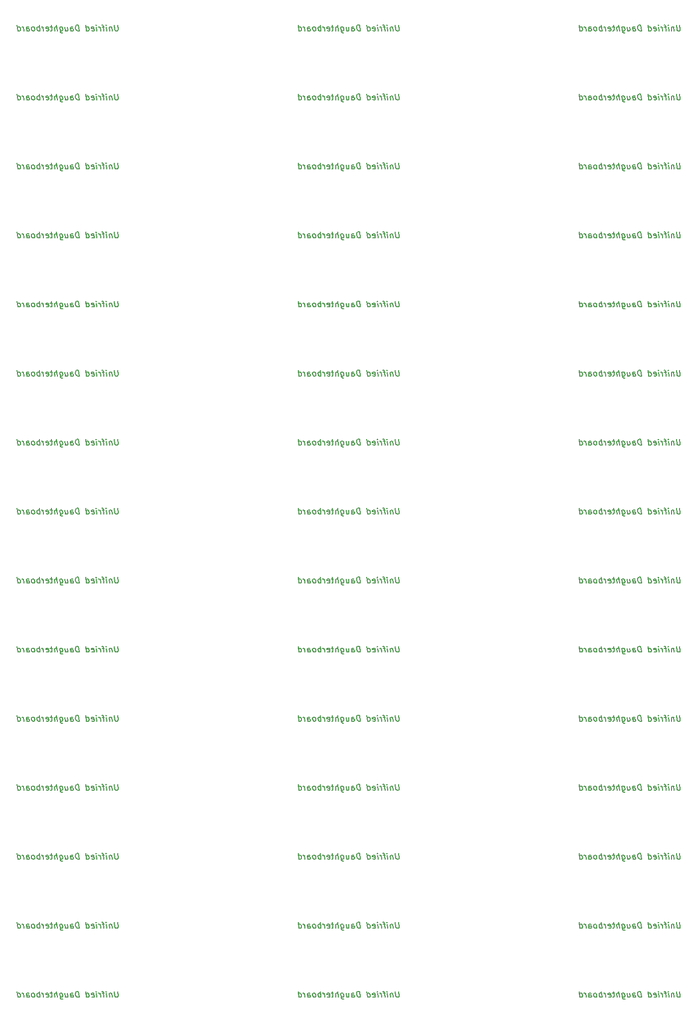
<source format=gbo>
G04 #@! TF.GenerationSoftware,KiCad,Pcbnew,(6.0.0)*
G04 #@! TF.CreationDate,2022-08-14T01:19:03-04:00*
G04 #@! TF.ProjectId,Panel v2,50616e65-6c20-4763-922e-6b696361645f,rev?*
G04 #@! TF.SameCoordinates,Original*
G04 #@! TF.FileFunction,Legend,Bot*
G04 #@! TF.FilePolarity,Positive*
%FSLAX46Y46*%
G04 Gerber Fmt 4.6, Leading zero omitted, Abs format (unit mm)*
G04 Created by KiCad (PCBNEW (6.0.0)) date 2022-08-14 01:19:03*
%MOMM*%
%LPD*%
G01*
G04 APERTURE LIST*
%ADD10C,0.150000*%
%ADD11C,6.400000*%
%ADD12C,0.800000*%
%ADD13C,0.500000*%
%ADD14C,0.650000*%
%ADD15O,1.000000X1.600000*%
%ADD16O,1.000000X2.100000*%
G04 APERTURE END LIST*
D10*
X55328476Y-22671375D02*
X55429666Y-23480899D01*
X55393952Y-23576137D01*
X55352285Y-23623756D01*
X55262999Y-23671375D01*
X55072523Y-23671375D01*
X54971333Y-23623756D01*
X54917761Y-23576137D01*
X54858238Y-23480899D01*
X54757047Y-22671375D01*
X54322523Y-23004709D02*
X54405857Y-23671375D01*
X54334428Y-23099947D02*
X54280857Y-23052328D01*
X54179666Y-23004709D01*
X54036809Y-23004709D01*
X53947523Y-23052328D01*
X53911809Y-23147566D01*
X53977285Y-23671375D01*
X53501095Y-23671375D02*
X53417761Y-23004709D01*
X53376095Y-22671375D02*
X53429666Y-22718995D01*
X53387999Y-22766614D01*
X53334428Y-22718995D01*
X53376095Y-22671375D01*
X53387999Y-22766614D01*
X53084428Y-23004709D02*
X52703476Y-23004709D01*
X53024904Y-23671375D02*
X52917761Y-22814233D01*
X52858238Y-22718995D01*
X52757047Y-22671375D01*
X52661809Y-22671375D01*
X52453476Y-23671375D02*
X52370142Y-23004709D01*
X52393952Y-23195185D02*
X52334428Y-23099947D01*
X52280857Y-23052328D01*
X52179666Y-23004709D01*
X52084428Y-23004709D01*
X51834428Y-23671375D02*
X51751095Y-23004709D01*
X51709428Y-22671375D02*
X51762999Y-22718995D01*
X51721333Y-22766614D01*
X51667761Y-22718995D01*
X51709428Y-22671375D01*
X51721333Y-22766614D01*
X50971333Y-23623756D02*
X51072523Y-23671375D01*
X51262999Y-23671375D01*
X51352285Y-23623756D01*
X51387999Y-23528518D01*
X51340380Y-23147566D01*
X51280857Y-23052328D01*
X51179666Y-23004709D01*
X50989190Y-23004709D01*
X50899904Y-23052328D01*
X50864190Y-23147566D01*
X50876095Y-23242804D01*
X51364190Y-23338042D01*
X50072523Y-23671375D02*
X49947523Y-22671375D01*
X50066571Y-23623756D02*
X50167761Y-23671375D01*
X50358238Y-23671375D01*
X50447523Y-23623756D01*
X50489190Y-23576137D01*
X50524904Y-23480899D01*
X50489190Y-23195185D01*
X50429666Y-23099947D01*
X50376095Y-23052328D01*
X50274904Y-23004709D01*
X50084428Y-23004709D01*
X49995142Y-23052328D01*
X48834428Y-23671375D02*
X48709428Y-22671375D01*
X48471333Y-22671375D01*
X48334428Y-22718995D01*
X48251095Y-22814233D01*
X48215380Y-22909471D01*
X48191571Y-23099947D01*
X48209428Y-23242804D01*
X48280857Y-23433280D01*
X48340380Y-23528518D01*
X48447523Y-23623756D01*
X48596333Y-23671375D01*
X48834428Y-23671375D01*
X47405857Y-23671375D02*
X47340380Y-23147566D01*
X47376095Y-23052328D01*
X47465380Y-23004709D01*
X47655857Y-23004709D01*
X47757047Y-23052328D01*
X47399904Y-23623756D02*
X47501095Y-23671375D01*
X47739190Y-23671375D01*
X47828476Y-23623756D01*
X47864190Y-23528518D01*
X47852285Y-23433280D01*
X47792761Y-23338042D01*
X47691571Y-23290423D01*
X47453476Y-23290423D01*
X47352285Y-23242804D01*
X46417761Y-23004709D02*
X46501095Y-23671375D01*
X46846333Y-23004709D02*
X46911809Y-23528518D01*
X46876095Y-23623756D01*
X46786809Y-23671375D01*
X46643952Y-23671375D01*
X46542761Y-23623756D01*
X46489190Y-23576137D01*
X45512999Y-23004709D02*
X45614190Y-23814233D01*
X45673714Y-23909471D01*
X45727285Y-23957090D01*
X45828476Y-24004709D01*
X45971333Y-24004709D01*
X46060619Y-23957090D01*
X45590380Y-23623756D02*
X45691571Y-23671375D01*
X45882047Y-23671375D01*
X45971333Y-23623756D01*
X46012999Y-23576137D01*
X46048714Y-23480899D01*
X46012999Y-23195185D01*
X45953476Y-23099947D01*
X45899904Y-23052328D01*
X45798714Y-23004709D01*
X45608238Y-23004709D01*
X45518952Y-23052328D01*
X45120142Y-23671375D02*
X44995142Y-22671375D01*
X44691571Y-23671375D02*
X44626095Y-23147566D01*
X44661809Y-23052328D01*
X44751095Y-23004709D01*
X44893952Y-23004709D01*
X44995142Y-23052328D01*
X45048714Y-23099947D01*
X44274904Y-23004709D02*
X43893952Y-23004709D01*
X44090380Y-22671375D02*
X44197523Y-23528518D01*
X44161809Y-23623756D01*
X44072523Y-23671375D01*
X43977285Y-23671375D01*
X43257047Y-23623756D02*
X43358238Y-23671375D01*
X43548714Y-23671375D01*
X43637999Y-23623756D01*
X43673714Y-23528518D01*
X43626095Y-23147566D01*
X43566571Y-23052328D01*
X43465380Y-23004709D01*
X43274904Y-23004709D01*
X43185619Y-23052328D01*
X43149904Y-23147566D01*
X43161809Y-23242804D01*
X43649904Y-23338042D01*
X42786809Y-23671375D02*
X42703476Y-23004709D01*
X42727285Y-23195185D02*
X42667761Y-23099947D01*
X42614190Y-23052328D01*
X42512999Y-23004709D01*
X42417761Y-23004709D01*
X42167761Y-23671375D02*
X42042761Y-22671375D01*
X42090380Y-23052328D02*
X41989190Y-23004709D01*
X41798714Y-23004709D01*
X41709428Y-23052328D01*
X41667761Y-23099947D01*
X41632047Y-23195185D01*
X41667761Y-23480899D01*
X41727285Y-23576137D01*
X41780857Y-23623756D01*
X41882047Y-23671375D01*
X42072523Y-23671375D01*
X42161809Y-23623756D01*
X41120142Y-23671375D02*
X41209428Y-23623756D01*
X41251095Y-23576137D01*
X41286809Y-23480899D01*
X41251095Y-23195185D01*
X41191571Y-23099947D01*
X41137999Y-23052328D01*
X41036809Y-23004709D01*
X40893952Y-23004709D01*
X40804666Y-23052328D01*
X40762999Y-23099947D01*
X40727285Y-23195185D01*
X40762999Y-23480899D01*
X40822523Y-23576137D01*
X40876095Y-23623756D01*
X40977285Y-23671375D01*
X41120142Y-23671375D01*
X39929666Y-23671375D02*
X39864190Y-23147566D01*
X39899904Y-23052328D01*
X39989190Y-23004709D01*
X40179666Y-23004709D01*
X40280857Y-23052328D01*
X39923714Y-23623756D02*
X40024904Y-23671375D01*
X40262999Y-23671375D01*
X40352285Y-23623756D01*
X40387999Y-23528518D01*
X40376095Y-23433280D01*
X40316571Y-23338042D01*
X40215380Y-23290423D01*
X39977285Y-23290423D01*
X39876095Y-23242804D01*
X39453476Y-23671375D02*
X39370142Y-23004709D01*
X39393952Y-23195185D02*
X39334428Y-23099947D01*
X39280857Y-23052328D01*
X39179666Y-23004709D01*
X39084428Y-23004709D01*
X38405857Y-23671375D02*
X38280857Y-22671375D01*
X38399904Y-23623756D02*
X38501095Y-23671375D01*
X38691571Y-23671375D01*
X38780857Y-23623756D01*
X38822523Y-23576137D01*
X38858238Y-23480899D01*
X38822523Y-23195185D01*
X38762999Y-23099947D01*
X38709428Y-23052328D01*
X38608238Y-23004709D01*
X38417761Y-23004709D01*
X38328476Y-23052328D01*
X150728482Y-34371378D02*
X150829672Y-35180902D01*
X150793958Y-35276140D01*
X150752291Y-35323759D01*
X150663005Y-35371378D01*
X150472529Y-35371378D01*
X150371339Y-35323759D01*
X150317767Y-35276140D01*
X150258244Y-35180902D01*
X150157053Y-34371378D01*
X149722529Y-34704712D02*
X149805863Y-35371378D01*
X149734434Y-34799950D02*
X149680863Y-34752331D01*
X149579672Y-34704712D01*
X149436815Y-34704712D01*
X149347529Y-34752331D01*
X149311815Y-34847569D01*
X149377291Y-35371378D01*
X148901101Y-35371378D02*
X148817767Y-34704712D01*
X148776101Y-34371378D02*
X148829672Y-34418998D01*
X148788005Y-34466617D01*
X148734434Y-34418998D01*
X148776101Y-34371378D01*
X148788005Y-34466617D01*
X148484434Y-34704712D02*
X148103482Y-34704712D01*
X148424910Y-35371378D02*
X148317767Y-34514236D01*
X148258244Y-34418998D01*
X148157053Y-34371378D01*
X148061815Y-34371378D01*
X147853482Y-35371378D02*
X147770148Y-34704712D01*
X147793958Y-34895188D02*
X147734434Y-34799950D01*
X147680863Y-34752331D01*
X147579672Y-34704712D01*
X147484434Y-34704712D01*
X147234434Y-35371378D02*
X147151101Y-34704712D01*
X147109434Y-34371378D02*
X147163005Y-34418998D01*
X147121339Y-34466617D01*
X147067767Y-34418998D01*
X147109434Y-34371378D01*
X147121339Y-34466617D01*
X146371339Y-35323759D02*
X146472529Y-35371378D01*
X146663005Y-35371378D01*
X146752291Y-35323759D01*
X146788005Y-35228521D01*
X146740386Y-34847569D01*
X146680863Y-34752331D01*
X146579672Y-34704712D01*
X146389196Y-34704712D01*
X146299910Y-34752331D01*
X146264196Y-34847569D01*
X146276101Y-34942807D01*
X146764196Y-35038045D01*
X145472529Y-35371378D02*
X145347529Y-34371378D01*
X145466577Y-35323759D02*
X145567767Y-35371378D01*
X145758244Y-35371378D01*
X145847529Y-35323759D01*
X145889196Y-35276140D01*
X145924910Y-35180902D01*
X145889196Y-34895188D01*
X145829672Y-34799950D01*
X145776101Y-34752331D01*
X145674910Y-34704712D01*
X145484434Y-34704712D01*
X145395148Y-34752331D01*
X144234434Y-35371378D02*
X144109434Y-34371378D01*
X143871339Y-34371378D01*
X143734434Y-34418998D01*
X143651101Y-34514236D01*
X143615386Y-34609474D01*
X143591577Y-34799950D01*
X143609434Y-34942807D01*
X143680863Y-35133283D01*
X143740386Y-35228521D01*
X143847529Y-35323759D01*
X143996339Y-35371378D01*
X144234434Y-35371378D01*
X142805863Y-35371378D02*
X142740386Y-34847569D01*
X142776101Y-34752331D01*
X142865386Y-34704712D01*
X143055863Y-34704712D01*
X143157053Y-34752331D01*
X142799910Y-35323759D02*
X142901101Y-35371378D01*
X143139196Y-35371378D01*
X143228482Y-35323759D01*
X143264196Y-35228521D01*
X143252291Y-35133283D01*
X143192767Y-35038045D01*
X143091577Y-34990426D01*
X142853482Y-34990426D01*
X142752291Y-34942807D01*
X141817767Y-34704712D02*
X141901101Y-35371378D01*
X142246339Y-34704712D02*
X142311815Y-35228521D01*
X142276101Y-35323759D01*
X142186815Y-35371378D01*
X142043958Y-35371378D01*
X141942767Y-35323759D01*
X141889196Y-35276140D01*
X140913005Y-34704712D02*
X141014196Y-35514236D01*
X141073720Y-35609474D01*
X141127291Y-35657093D01*
X141228482Y-35704712D01*
X141371339Y-35704712D01*
X141460625Y-35657093D01*
X140990386Y-35323759D02*
X141091577Y-35371378D01*
X141282053Y-35371378D01*
X141371339Y-35323759D01*
X141413005Y-35276140D01*
X141448720Y-35180902D01*
X141413005Y-34895188D01*
X141353482Y-34799950D01*
X141299910Y-34752331D01*
X141198720Y-34704712D01*
X141008244Y-34704712D01*
X140918958Y-34752331D01*
X140520148Y-35371378D02*
X140395148Y-34371378D01*
X140091577Y-35371378D02*
X140026101Y-34847569D01*
X140061815Y-34752331D01*
X140151101Y-34704712D01*
X140293958Y-34704712D01*
X140395148Y-34752331D01*
X140448720Y-34799950D01*
X139674910Y-34704712D02*
X139293958Y-34704712D01*
X139490386Y-34371378D02*
X139597529Y-35228521D01*
X139561815Y-35323759D01*
X139472529Y-35371378D01*
X139377291Y-35371378D01*
X138657053Y-35323759D02*
X138758244Y-35371378D01*
X138948720Y-35371378D01*
X139038005Y-35323759D01*
X139073720Y-35228521D01*
X139026101Y-34847569D01*
X138966577Y-34752331D01*
X138865386Y-34704712D01*
X138674910Y-34704712D01*
X138585625Y-34752331D01*
X138549910Y-34847569D01*
X138561815Y-34942807D01*
X139049910Y-35038045D01*
X138186815Y-35371378D02*
X138103482Y-34704712D01*
X138127291Y-34895188D02*
X138067767Y-34799950D01*
X138014196Y-34752331D01*
X137913005Y-34704712D01*
X137817767Y-34704712D01*
X137567767Y-35371378D02*
X137442767Y-34371378D01*
X137490386Y-34752331D02*
X137389196Y-34704712D01*
X137198720Y-34704712D01*
X137109434Y-34752331D01*
X137067767Y-34799950D01*
X137032053Y-34895188D01*
X137067767Y-35180902D01*
X137127291Y-35276140D01*
X137180863Y-35323759D01*
X137282053Y-35371378D01*
X137472529Y-35371378D01*
X137561815Y-35323759D01*
X136520148Y-35371378D02*
X136609434Y-35323759D01*
X136651101Y-35276140D01*
X136686815Y-35180902D01*
X136651101Y-34895188D01*
X136591577Y-34799950D01*
X136538005Y-34752331D01*
X136436815Y-34704712D01*
X136293958Y-34704712D01*
X136204672Y-34752331D01*
X136163005Y-34799950D01*
X136127291Y-34895188D01*
X136163005Y-35180902D01*
X136222529Y-35276140D01*
X136276101Y-35323759D01*
X136377291Y-35371378D01*
X136520148Y-35371378D01*
X135329672Y-35371378D02*
X135264196Y-34847569D01*
X135299910Y-34752331D01*
X135389196Y-34704712D01*
X135579672Y-34704712D01*
X135680863Y-34752331D01*
X135323720Y-35323759D02*
X135424910Y-35371378D01*
X135663005Y-35371378D01*
X135752291Y-35323759D01*
X135788005Y-35228521D01*
X135776101Y-35133283D01*
X135716577Y-35038045D01*
X135615386Y-34990426D01*
X135377291Y-34990426D01*
X135276101Y-34942807D01*
X134853482Y-35371378D02*
X134770148Y-34704712D01*
X134793958Y-34895188D02*
X134734434Y-34799950D01*
X134680863Y-34752331D01*
X134579672Y-34704712D01*
X134484434Y-34704712D01*
X133805863Y-35371378D02*
X133680863Y-34371378D01*
X133799910Y-35323759D02*
X133901101Y-35371378D01*
X134091577Y-35371378D01*
X134180863Y-35323759D01*
X134222529Y-35276140D01*
X134258244Y-35180902D01*
X134222529Y-34895188D01*
X134163005Y-34799950D01*
X134109434Y-34752331D01*
X134008244Y-34704712D01*
X133817767Y-34704712D01*
X133728482Y-34752331D01*
X103028479Y-34371378D02*
X103129669Y-35180902D01*
X103093955Y-35276140D01*
X103052288Y-35323759D01*
X102963002Y-35371378D01*
X102772526Y-35371378D01*
X102671336Y-35323759D01*
X102617764Y-35276140D01*
X102558241Y-35180902D01*
X102457050Y-34371378D01*
X102022526Y-34704712D02*
X102105860Y-35371378D01*
X102034431Y-34799950D02*
X101980860Y-34752331D01*
X101879669Y-34704712D01*
X101736812Y-34704712D01*
X101647526Y-34752331D01*
X101611812Y-34847569D01*
X101677288Y-35371378D01*
X101201098Y-35371378D02*
X101117764Y-34704712D01*
X101076098Y-34371378D02*
X101129669Y-34418998D01*
X101088002Y-34466617D01*
X101034431Y-34418998D01*
X101076098Y-34371378D01*
X101088002Y-34466617D01*
X100784431Y-34704712D02*
X100403479Y-34704712D01*
X100724907Y-35371378D02*
X100617764Y-34514236D01*
X100558241Y-34418998D01*
X100457050Y-34371378D01*
X100361812Y-34371378D01*
X100153479Y-35371378D02*
X100070145Y-34704712D01*
X100093955Y-34895188D02*
X100034431Y-34799950D01*
X99980860Y-34752331D01*
X99879669Y-34704712D01*
X99784431Y-34704712D01*
X99534431Y-35371378D02*
X99451098Y-34704712D01*
X99409431Y-34371378D02*
X99463002Y-34418998D01*
X99421336Y-34466617D01*
X99367764Y-34418998D01*
X99409431Y-34371378D01*
X99421336Y-34466617D01*
X98671336Y-35323759D02*
X98772526Y-35371378D01*
X98963002Y-35371378D01*
X99052288Y-35323759D01*
X99088002Y-35228521D01*
X99040383Y-34847569D01*
X98980860Y-34752331D01*
X98879669Y-34704712D01*
X98689193Y-34704712D01*
X98599907Y-34752331D01*
X98564193Y-34847569D01*
X98576098Y-34942807D01*
X99064193Y-35038045D01*
X97772526Y-35371378D02*
X97647526Y-34371378D01*
X97766574Y-35323759D02*
X97867764Y-35371378D01*
X98058241Y-35371378D01*
X98147526Y-35323759D01*
X98189193Y-35276140D01*
X98224907Y-35180902D01*
X98189193Y-34895188D01*
X98129669Y-34799950D01*
X98076098Y-34752331D01*
X97974907Y-34704712D01*
X97784431Y-34704712D01*
X97695145Y-34752331D01*
X96534431Y-35371378D02*
X96409431Y-34371378D01*
X96171336Y-34371378D01*
X96034431Y-34418998D01*
X95951098Y-34514236D01*
X95915383Y-34609474D01*
X95891574Y-34799950D01*
X95909431Y-34942807D01*
X95980860Y-35133283D01*
X96040383Y-35228521D01*
X96147526Y-35323759D01*
X96296336Y-35371378D01*
X96534431Y-35371378D01*
X95105860Y-35371378D02*
X95040383Y-34847569D01*
X95076098Y-34752331D01*
X95165383Y-34704712D01*
X95355860Y-34704712D01*
X95457050Y-34752331D01*
X95099907Y-35323759D02*
X95201098Y-35371378D01*
X95439193Y-35371378D01*
X95528479Y-35323759D01*
X95564193Y-35228521D01*
X95552288Y-35133283D01*
X95492764Y-35038045D01*
X95391574Y-34990426D01*
X95153479Y-34990426D01*
X95052288Y-34942807D01*
X94117764Y-34704712D02*
X94201098Y-35371378D01*
X94546336Y-34704712D02*
X94611812Y-35228521D01*
X94576098Y-35323759D01*
X94486812Y-35371378D01*
X94343955Y-35371378D01*
X94242764Y-35323759D01*
X94189193Y-35276140D01*
X93213002Y-34704712D02*
X93314193Y-35514236D01*
X93373717Y-35609474D01*
X93427288Y-35657093D01*
X93528479Y-35704712D01*
X93671336Y-35704712D01*
X93760622Y-35657093D01*
X93290383Y-35323759D02*
X93391574Y-35371378D01*
X93582050Y-35371378D01*
X93671336Y-35323759D01*
X93713002Y-35276140D01*
X93748717Y-35180902D01*
X93713002Y-34895188D01*
X93653479Y-34799950D01*
X93599907Y-34752331D01*
X93498717Y-34704712D01*
X93308241Y-34704712D01*
X93218955Y-34752331D01*
X92820145Y-35371378D02*
X92695145Y-34371378D01*
X92391574Y-35371378D02*
X92326098Y-34847569D01*
X92361812Y-34752331D01*
X92451098Y-34704712D01*
X92593955Y-34704712D01*
X92695145Y-34752331D01*
X92748717Y-34799950D01*
X91974907Y-34704712D02*
X91593955Y-34704712D01*
X91790383Y-34371378D02*
X91897526Y-35228521D01*
X91861812Y-35323759D01*
X91772526Y-35371378D01*
X91677288Y-35371378D01*
X90957050Y-35323759D02*
X91058241Y-35371378D01*
X91248717Y-35371378D01*
X91338002Y-35323759D01*
X91373717Y-35228521D01*
X91326098Y-34847569D01*
X91266574Y-34752331D01*
X91165383Y-34704712D01*
X90974907Y-34704712D01*
X90885622Y-34752331D01*
X90849907Y-34847569D01*
X90861812Y-34942807D01*
X91349907Y-35038045D01*
X90486812Y-35371378D02*
X90403479Y-34704712D01*
X90427288Y-34895188D02*
X90367764Y-34799950D01*
X90314193Y-34752331D01*
X90213002Y-34704712D01*
X90117764Y-34704712D01*
X89867764Y-35371378D02*
X89742764Y-34371378D01*
X89790383Y-34752331D02*
X89689193Y-34704712D01*
X89498717Y-34704712D01*
X89409431Y-34752331D01*
X89367764Y-34799950D01*
X89332050Y-34895188D01*
X89367764Y-35180902D01*
X89427288Y-35276140D01*
X89480860Y-35323759D01*
X89582050Y-35371378D01*
X89772526Y-35371378D01*
X89861812Y-35323759D01*
X88820145Y-35371378D02*
X88909431Y-35323759D01*
X88951098Y-35276140D01*
X88986812Y-35180902D01*
X88951098Y-34895188D01*
X88891574Y-34799950D01*
X88838002Y-34752331D01*
X88736812Y-34704712D01*
X88593955Y-34704712D01*
X88504669Y-34752331D01*
X88463002Y-34799950D01*
X88427288Y-34895188D01*
X88463002Y-35180902D01*
X88522526Y-35276140D01*
X88576098Y-35323759D01*
X88677288Y-35371378D01*
X88820145Y-35371378D01*
X87629669Y-35371378D02*
X87564193Y-34847569D01*
X87599907Y-34752331D01*
X87689193Y-34704712D01*
X87879669Y-34704712D01*
X87980860Y-34752331D01*
X87623717Y-35323759D02*
X87724907Y-35371378D01*
X87963002Y-35371378D01*
X88052288Y-35323759D01*
X88088002Y-35228521D01*
X88076098Y-35133283D01*
X88016574Y-35038045D01*
X87915383Y-34990426D01*
X87677288Y-34990426D01*
X87576098Y-34942807D01*
X87153479Y-35371378D02*
X87070145Y-34704712D01*
X87093955Y-34895188D02*
X87034431Y-34799950D01*
X86980860Y-34752331D01*
X86879669Y-34704712D01*
X86784431Y-34704712D01*
X86105860Y-35371378D02*
X85980860Y-34371378D01*
X86099907Y-35323759D02*
X86201098Y-35371378D01*
X86391574Y-35371378D01*
X86480860Y-35323759D01*
X86522526Y-35276140D01*
X86558241Y-35180902D01*
X86522526Y-34895188D01*
X86463002Y-34799950D01*
X86409431Y-34752331D01*
X86308241Y-34704712D01*
X86117764Y-34704712D01*
X86028479Y-34752331D01*
X103028479Y-22671375D02*
X103129669Y-23480899D01*
X103093955Y-23576137D01*
X103052288Y-23623756D01*
X102963002Y-23671375D01*
X102772526Y-23671375D01*
X102671336Y-23623756D01*
X102617764Y-23576137D01*
X102558241Y-23480899D01*
X102457050Y-22671375D01*
X102022526Y-23004709D02*
X102105860Y-23671375D01*
X102034431Y-23099947D02*
X101980860Y-23052328D01*
X101879669Y-23004709D01*
X101736812Y-23004709D01*
X101647526Y-23052328D01*
X101611812Y-23147566D01*
X101677288Y-23671375D01*
X101201098Y-23671375D02*
X101117764Y-23004709D01*
X101076098Y-22671375D02*
X101129669Y-22718995D01*
X101088002Y-22766614D01*
X101034431Y-22718995D01*
X101076098Y-22671375D01*
X101088002Y-22766614D01*
X100784431Y-23004709D02*
X100403479Y-23004709D01*
X100724907Y-23671375D02*
X100617764Y-22814233D01*
X100558241Y-22718995D01*
X100457050Y-22671375D01*
X100361812Y-22671375D01*
X100153479Y-23671375D02*
X100070145Y-23004709D01*
X100093955Y-23195185D02*
X100034431Y-23099947D01*
X99980860Y-23052328D01*
X99879669Y-23004709D01*
X99784431Y-23004709D01*
X99534431Y-23671375D02*
X99451098Y-23004709D01*
X99409431Y-22671375D02*
X99463002Y-22718995D01*
X99421336Y-22766614D01*
X99367764Y-22718995D01*
X99409431Y-22671375D01*
X99421336Y-22766614D01*
X98671336Y-23623756D02*
X98772526Y-23671375D01*
X98963002Y-23671375D01*
X99052288Y-23623756D01*
X99088002Y-23528518D01*
X99040383Y-23147566D01*
X98980860Y-23052328D01*
X98879669Y-23004709D01*
X98689193Y-23004709D01*
X98599907Y-23052328D01*
X98564193Y-23147566D01*
X98576098Y-23242804D01*
X99064193Y-23338042D01*
X97772526Y-23671375D02*
X97647526Y-22671375D01*
X97766574Y-23623756D02*
X97867764Y-23671375D01*
X98058241Y-23671375D01*
X98147526Y-23623756D01*
X98189193Y-23576137D01*
X98224907Y-23480899D01*
X98189193Y-23195185D01*
X98129669Y-23099947D01*
X98076098Y-23052328D01*
X97974907Y-23004709D01*
X97784431Y-23004709D01*
X97695145Y-23052328D01*
X96534431Y-23671375D02*
X96409431Y-22671375D01*
X96171336Y-22671375D01*
X96034431Y-22718995D01*
X95951098Y-22814233D01*
X95915383Y-22909471D01*
X95891574Y-23099947D01*
X95909431Y-23242804D01*
X95980860Y-23433280D01*
X96040383Y-23528518D01*
X96147526Y-23623756D01*
X96296336Y-23671375D01*
X96534431Y-23671375D01*
X95105860Y-23671375D02*
X95040383Y-23147566D01*
X95076098Y-23052328D01*
X95165383Y-23004709D01*
X95355860Y-23004709D01*
X95457050Y-23052328D01*
X95099907Y-23623756D02*
X95201098Y-23671375D01*
X95439193Y-23671375D01*
X95528479Y-23623756D01*
X95564193Y-23528518D01*
X95552288Y-23433280D01*
X95492764Y-23338042D01*
X95391574Y-23290423D01*
X95153479Y-23290423D01*
X95052288Y-23242804D01*
X94117764Y-23004709D02*
X94201098Y-23671375D01*
X94546336Y-23004709D02*
X94611812Y-23528518D01*
X94576098Y-23623756D01*
X94486812Y-23671375D01*
X94343955Y-23671375D01*
X94242764Y-23623756D01*
X94189193Y-23576137D01*
X93213002Y-23004709D02*
X93314193Y-23814233D01*
X93373717Y-23909471D01*
X93427288Y-23957090D01*
X93528479Y-24004709D01*
X93671336Y-24004709D01*
X93760622Y-23957090D01*
X93290383Y-23623756D02*
X93391574Y-23671375D01*
X93582050Y-23671375D01*
X93671336Y-23623756D01*
X93713002Y-23576137D01*
X93748717Y-23480899D01*
X93713002Y-23195185D01*
X93653479Y-23099947D01*
X93599907Y-23052328D01*
X93498717Y-23004709D01*
X93308241Y-23004709D01*
X93218955Y-23052328D01*
X92820145Y-23671375D02*
X92695145Y-22671375D01*
X92391574Y-23671375D02*
X92326098Y-23147566D01*
X92361812Y-23052328D01*
X92451098Y-23004709D01*
X92593955Y-23004709D01*
X92695145Y-23052328D01*
X92748717Y-23099947D01*
X91974907Y-23004709D02*
X91593955Y-23004709D01*
X91790383Y-22671375D02*
X91897526Y-23528518D01*
X91861812Y-23623756D01*
X91772526Y-23671375D01*
X91677288Y-23671375D01*
X90957050Y-23623756D02*
X91058241Y-23671375D01*
X91248717Y-23671375D01*
X91338002Y-23623756D01*
X91373717Y-23528518D01*
X91326098Y-23147566D01*
X91266574Y-23052328D01*
X91165383Y-23004709D01*
X90974907Y-23004709D01*
X90885622Y-23052328D01*
X90849907Y-23147566D01*
X90861812Y-23242804D01*
X91349907Y-23338042D01*
X90486812Y-23671375D02*
X90403479Y-23004709D01*
X90427288Y-23195185D02*
X90367764Y-23099947D01*
X90314193Y-23052328D01*
X90213002Y-23004709D01*
X90117764Y-23004709D01*
X89867764Y-23671375D02*
X89742764Y-22671375D01*
X89790383Y-23052328D02*
X89689193Y-23004709D01*
X89498717Y-23004709D01*
X89409431Y-23052328D01*
X89367764Y-23099947D01*
X89332050Y-23195185D01*
X89367764Y-23480899D01*
X89427288Y-23576137D01*
X89480860Y-23623756D01*
X89582050Y-23671375D01*
X89772526Y-23671375D01*
X89861812Y-23623756D01*
X88820145Y-23671375D02*
X88909431Y-23623756D01*
X88951098Y-23576137D01*
X88986812Y-23480899D01*
X88951098Y-23195185D01*
X88891574Y-23099947D01*
X88838002Y-23052328D01*
X88736812Y-23004709D01*
X88593955Y-23004709D01*
X88504669Y-23052328D01*
X88463002Y-23099947D01*
X88427288Y-23195185D01*
X88463002Y-23480899D01*
X88522526Y-23576137D01*
X88576098Y-23623756D01*
X88677288Y-23671375D01*
X88820145Y-23671375D01*
X87629669Y-23671375D02*
X87564193Y-23147566D01*
X87599907Y-23052328D01*
X87689193Y-23004709D01*
X87879669Y-23004709D01*
X87980860Y-23052328D01*
X87623717Y-23623756D02*
X87724907Y-23671375D01*
X87963002Y-23671375D01*
X88052288Y-23623756D01*
X88088002Y-23528518D01*
X88076098Y-23433280D01*
X88016574Y-23338042D01*
X87915383Y-23290423D01*
X87677288Y-23290423D01*
X87576098Y-23242804D01*
X87153479Y-23671375D02*
X87070145Y-23004709D01*
X87093955Y-23195185D02*
X87034431Y-23099947D01*
X86980860Y-23052328D01*
X86879669Y-23004709D01*
X86784431Y-23004709D01*
X86105860Y-23671375D02*
X85980860Y-22671375D01*
X86099907Y-23623756D02*
X86201098Y-23671375D01*
X86391574Y-23671375D01*
X86480860Y-23623756D01*
X86522526Y-23576137D01*
X86558241Y-23480899D01*
X86522526Y-23195185D01*
X86463002Y-23099947D01*
X86409431Y-23052328D01*
X86308241Y-23004709D01*
X86117764Y-23004709D01*
X86028479Y-23052328D01*
X103028479Y-46071381D02*
X103129669Y-46880905D01*
X103093955Y-46976143D01*
X103052288Y-47023762D01*
X102963002Y-47071381D01*
X102772526Y-47071381D01*
X102671336Y-47023762D01*
X102617764Y-46976143D01*
X102558241Y-46880905D01*
X102457050Y-46071381D01*
X102022526Y-46404715D02*
X102105860Y-47071381D01*
X102034431Y-46499953D02*
X101980860Y-46452334D01*
X101879669Y-46404715D01*
X101736812Y-46404715D01*
X101647526Y-46452334D01*
X101611812Y-46547572D01*
X101677288Y-47071381D01*
X101201098Y-47071381D02*
X101117764Y-46404715D01*
X101076098Y-46071381D02*
X101129669Y-46119001D01*
X101088002Y-46166620D01*
X101034431Y-46119001D01*
X101076098Y-46071381D01*
X101088002Y-46166620D01*
X100784431Y-46404715D02*
X100403479Y-46404715D01*
X100724907Y-47071381D02*
X100617764Y-46214239D01*
X100558241Y-46119001D01*
X100457050Y-46071381D01*
X100361812Y-46071381D01*
X100153479Y-47071381D02*
X100070145Y-46404715D01*
X100093955Y-46595191D02*
X100034431Y-46499953D01*
X99980860Y-46452334D01*
X99879669Y-46404715D01*
X99784431Y-46404715D01*
X99534431Y-47071381D02*
X99451098Y-46404715D01*
X99409431Y-46071381D02*
X99463002Y-46119001D01*
X99421336Y-46166620D01*
X99367764Y-46119001D01*
X99409431Y-46071381D01*
X99421336Y-46166620D01*
X98671336Y-47023762D02*
X98772526Y-47071381D01*
X98963002Y-47071381D01*
X99052288Y-47023762D01*
X99088002Y-46928524D01*
X99040383Y-46547572D01*
X98980860Y-46452334D01*
X98879669Y-46404715D01*
X98689193Y-46404715D01*
X98599907Y-46452334D01*
X98564193Y-46547572D01*
X98576098Y-46642810D01*
X99064193Y-46738048D01*
X97772526Y-47071381D02*
X97647526Y-46071381D01*
X97766574Y-47023762D02*
X97867764Y-47071381D01*
X98058241Y-47071381D01*
X98147526Y-47023762D01*
X98189193Y-46976143D01*
X98224907Y-46880905D01*
X98189193Y-46595191D01*
X98129669Y-46499953D01*
X98076098Y-46452334D01*
X97974907Y-46404715D01*
X97784431Y-46404715D01*
X97695145Y-46452334D01*
X96534431Y-47071381D02*
X96409431Y-46071381D01*
X96171336Y-46071381D01*
X96034431Y-46119001D01*
X95951098Y-46214239D01*
X95915383Y-46309477D01*
X95891574Y-46499953D01*
X95909431Y-46642810D01*
X95980860Y-46833286D01*
X96040383Y-46928524D01*
X96147526Y-47023762D01*
X96296336Y-47071381D01*
X96534431Y-47071381D01*
X95105860Y-47071381D02*
X95040383Y-46547572D01*
X95076098Y-46452334D01*
X95165383Y-46404715D01*
X95355860Y-46404715D01*
X95457050Y-46452334D01*
X95099907Y-47023762D02*
X95201098Y-47071381D01*
X95439193Y-47071381D01*
X95528479Y-47023762D01*
X95564193Y-46928524D01*
X95552288Y-46833286D01*
X95492764Y-46738048D01*
X95391574Y-46690429D01*
X95153479Y-46690429D01*
X95052288Y-46642810D01*
X94117764Y-46404715D02*
X94201098Y-47071381D01*
X94546336Y-46404715D02*
X94611812Y-46928524D01*
X94576098Y-47023762D01*
X94486812Y-47071381D01*
X94343955Y-47071381D01*
X94242764Y-47023762D01*
X94189193Y-46976143D01*
X93213002Y-46404715D02*
X93314193Y-47214239D01*
X93373717Y-47309477D01*
X93427288Y-47357096D01*
X93528479Y-47404715D01*
X93671336Y-47404715D01*
X93760622Y-47357096D01*
X93290383Y-47023762D02*
X93391574Y-47071381D01*
X93582050Y-47071381D01*
X93671336Y-47023762D01*
X93713002Y-46976143D01*
X93748717Y-46880905D01*
X93713002Y-46595191D01*
X93653479Y-46499953D01*
X93599907Y-46452334D01*
X93498717Y-46404715D01*
X93308241Y-46404715D01*
X93218955Y-46452334D01*
X92820145Y-47071381D02*
X92695145Y-46071381D01*
X92391574Y-47071381D02*
X92326098Y-46547572D01*
X92361812Y-46452334D01*
X92451098Y-46404715D01*
X92593955Y-46404715D01*
X92695145Y-46452334D01*
X92748717Y-46499953D01*
X91974907Y-46404715D02*
X91593955Y-46404715D01*
X91790383Y-46071381D02*
X91897526Y-46928524D01*
X91861812Y-47023762D01*
X91772526Y-47071381D01*
X91677288Y-47071381D01*
X90957050Y-47023762D02*
X91058241Y-47071381D01*
X91248717Y-47071381D01*
X91338002Y-47023762D01*
X91373717Y-46928524D01*
X91326098Y-46547572D01*
X91266574Y-46452334D01*
X91165383Y-46404715D01*
X90974907Y-46404715D01*
X90885622Y-46452334D01*
X90849907Y-46547572D01*
X90861812Y-46642810D01*
X91349907Y-46738048D01*
X90486812Y-47071381D02*
X90403479Y-46404715D01*
X90427288Y-46595191D02*
X90367764Y-46499953D01*
X90314193Y-46452334D01*
X90213002Y-46404715D01*
X90117764Y-46404715D01*
X89867764Y-47071381D02*
X89742764Y-46071381D01*
X89790383Y-46452334D02*
X89689193Y-46404715D01*
X89498717Y-46404715D01*
X89409431Y-46452334D01*
X89367764Y-46499953D01*
X89332050Y-46595191D01*
X89367764Y-46880905D01*
X89427288Y-46976143D01*
X89480860Y-47023762D01*
X89582050Y-47071381D01*
X89772526Y-47071381D01*
X89861812Y-47023762D01*
X88820145Y-47071381D02*
X88909431Y-47023762D01*
X88951098Y-46976143D01*
X88986812Y-46880905D01*
X88951098Y-46595191D01*
X88891574Y-46499953D01*
X88838002Y-46452334D01*
X88736812Y-46404715D01*
X88593955Y-46404715D01*
X88504669Y-46452334D01*
X88463002Y-46499953D01*
X88427288Y-46595191D01*
X88463002Y-46880905D01*
X88522526Y-46976143D01*
X88576098Y-47023762D01*
X88677288Y-47071381D01*
X88820145Y-47071381D01*
X87629669Y-47071381D02*
X87564193Y-46547572D01*
X87599907Y-46452334D01*
X87689193Y-46404715D01*
X87879669Y-46404715D01*
X87980860Y-46452334D01*
X87623717Y-47023762D02*
X87724907Y-47071381D01*
X87963002Y-47071381D01*
X88052288Y-47023762D01*
X88088002Y-46928524D01*
X88076098Y-46833286D01*
X88016574Y-46738048D01*
X87915383Y-46690429D01*
X87677288Y-46690429D01*
X87576098Y-46642810D01*
X87153479Y-47071381D02*
X87070145Y-46404715D01*
X87093955Y-46595191D02*
X87034431Y-46499953D01*
X86980860Y-46452334D01*
X86879669Y-46404715D01*
X86784431Y-46404715D01*
X86105860Y-47071381D02*
X85980860Y-46071381D01*
X86099907Y-47023762D02*
X86201098Y-47071381D01*
X86391574Y-47071381D01*
X86480860Y-47023762D01*
X86522526Y-46976143D01*
X86558241Y-46880905D01*
X86522526Y-46595191D01*
X86463002Y-46499953D01*
X86409431Y-46452334D01*
X86308241Y-46404715D01*
X86117764Y-46404715D01*
X86028479Y-46452334D01*
X55328476Y-46071381D02*
X55429666Y-46880905D01*
X55393952Y-46976143D01*
X55352285Y-47023762D01*
X55262999Y-47071381D01*
X55072523Y-47071381D01*
X54971333Y-47023762D01*
X54917761Y-46976143D01*
X54858238Y-46880905D01*
X54757047Y-46071381D01*
X54322523Y-46404715D02*
X54405857Y-47071381D01*
X54334428Y-46499953D02*
X54280857Y-46452334D01*
X54179666Y-46404715D01*
X54036809Y-46404715D01*
X53947523Y-46452334D01*
X53911809Y-46547572D01*
X53977285Y-47071381D01*
X53501095Y-47071381D02*
X53417761Y-46404715D01*
X53376095Y-46071381D02*
X53429666Y-46119001D01*
X53387999Y-46166620D01*
X53334428Y-46119001D01*
X53376095Y-46071381D01*
X53387999Y-46166620D01*
X53084428Y-46404715D02*
X52703476Y-46404715D01*
X53024904Y-47071381D02*
X52917761Y-46214239D01*
X52858238Y-46119001D01*
X52757047Y-46071381D01*
X52661809Y-46071381D01*
X52453476Y-47071381D02*
X52370142Y-46404715D01*
X52393952Y-46595191D02*
X52334428Y-46499953D01*
X52280857Y-46452334D01*
X52179666Y-46404715D01*
X52084428Y-46404715D01*
X51834428Y-47071381D02*
X51751095Y-46404715D01*
X51709428Y-46071381D02*
X51762999Y-46119001D01*
X51721333Y-46166620D01*
X51667761Y-46119001D01*
X51709428Y-46071381D01*
X51721333Y-46166620D01*
X50971333Y-47023762D02*
X51072523Y-47071381D01*
X51262999Y-47071381D01*
X51352285Y-47023762D01*
X51387999Y-46928524D01*
X51340380Y-46547572D01*
X51280857Y-46452334D01*
X51179666Y-46404715D01*
X50989190Y-46404715D01*
X50899904Y-46452334D01*
X50864190Y-46547572D01*
X50876095Y-46642810D01*
X51364190Y-46738048D01*
X50072523Y-47071381D02*
X49947523Y-46071381D01*
X50066571Y-47023762D02*
X50167761Y-47071381D01*
X50358238Y-47071381D01*
X50447523Y-47023762D01*
X50489190Y-46976143D01*
X50524904Y-46880905D01*
X50489190Y-46595191D01*
X50429666Y-46499953D01*
X50376095Y-46452334D01*
X50274904Y-46404715D01*
X50084428Y-46404715D01*
X49995142Y-46452334D01*
X48834428Y-47071381D02*
X48709428Y-46071381D01*
X48471333Y-46071381D01*
X48334428Y-46119001D01*
X48251095Y-46214239D01*
X48215380Y-46309477D01*
X48191571Y-46499953D01*
X48209428Y-46642810D01*
X48280857Y-46833286D01*
X48340380Y-46928524D01*
X48447523Y-47023762D01*
X48596333Y-47071381D01*
X48834428Y-47071381D01*
X47405857Y-47071381D02*
X47340380Y-46547572D01*
X47376095Y-46452334D01*
X47465380Y-46404715D01*
X47655857Y-46404715D01*
X47757047Y-46452334D01*
X47399904Y-47023762D02*
X47501095Y-47071381D01*
X47739190Y-47071381D01*
X47828476Y-47023762D01*
X47864190Y-46928524D01*
X47852285Y-46833286D01*
X47792761Y-46738048D01*
X47691571Y-46690429D01*
X47453476Y-46690429D01*
X47352285Y-46642810D01*
X46417761Y-46404715D02*
X46501095Y-47071381D01*
X46846333Y-46404715D02*
X46911809Y-46928524D01*
X46876095Y-47023762D01*
X46786809Y-47071381D01*
X46643952Y-47071381D01*
X46542761Y-47023762D01*
X46489190Y-46976143D01*
X45512999Y-46404715D02*
X45614190Y-47214239D01*
X45673714Y-47309477D01*
X45727285Y-47357096D01*
X45828476Y-47404715D01*
X45971333Y-47404715D01*
X46060619Y-47357096D01*
X45590380Y-47023762D02*
X45691571Y-47071381D01*
X45882047Y-47071381D01*
X45971333Y-47023762D01*
X46012999Y-46976143D01*
X46048714Y-46880905D01*
X46012999Y-46595191D01*
X45953476Y-46499953D01*
X45899904Y-46452334D01*
X45798714Y-46404715D01*
X45608238Y-46404715D01*
X45518952Y-46452334D01*
X45120142Y-47071381D02*
X44995142Y-46071381D01*
X44691571Y-47071381D02*
X44626095Y-46547572D01*
X44661809Y-46452334D01*
X44751095Y-46404715D01*
X44893952Y-46404715D01*
X44995142Y-46452334D01*
X45048714Y-46499953D01*
X44274904Y-46404715D02*
X43893952Y-46404715D01*
X44090380Y-46071381D02*
X44197523Y-46928524D01*
X44161809Y-47023762D01*
X44072523Y-47071381D01*
X43977285Y-47071381D01*
X43257047Y-47023762D02*
X43358238Y-47071381D01*
X43548714Y-47071381D01*
X43637999Y-47023762D01*
X43673714Y-46928524D01*
X43626095Y-46547572D01*
X43566571Y-46452334D01*
X43465380Y-46404715D01*
X43274904Y-46404715D01*
X43185619Y-46452334D01*
X43149904Y-46547572D01*
X43161809Y-46642810D01*
X43649904Y-46738048D01*
X42786809Y-47071381D02*
X42703476Y-46404715D01*
X42727285Y-46595191D02*
X42667761Y-46499953D01*
X42614190Y-46452334D01*
X42512999Y-46404715D01*
X42417761Y-46404715D01*
X42167761Y-47071381D02*
X42042761Y-46071381D01*
X42090380Y-46452334D02*
X41989190Y-46404715D01*
X41798714Y-46404715D01*
X41709428Y-46452334D01*
X41667761Y-46499953D01*
X41632047Y-46595191D01*
X41667761Y-46880905D01*
X41727285Y-46976143D01*
X41780857Y-47023762D01*
X41882047Y-47071381D01*
X42072523Y-47071381D01*
X42161809Y-47023762D01*
X41120142Y-47071381D02*
X41209428Y-47023762D01*
X41251095Y-46976143D01*
X41286809Y-46880905D01*
X41251095Y-46595191D01*
X41191571Y-46499953D01*
X41137999Y-46452334D01*
X41036809Y-46404715D01*
X40893952Y-46404715D01*
X40804666Y-46452334D01*
X40762999Y-46499953D01*
X40727285Y-46595191D01*
X40762999Y-46880905D01*
X40822523Y-46976143D01*
X40876095Y-47023762D01*
X40977285Y-47071381D01*
X41120142Y-47071381D01*
X39929666Y-47071381D02*
X39864190Y-46547572D01*
X39899904Y-46452334D01*
X39989190Y-46404715D01*
X40179666Y-46404715D01*
X40280857Y-46452334D01*
X39923714Y-47023762D02*
X40024904Y-47071381D01*
X40262999Y-47071381D01*
X40352285Y-47023762D01*
X40387999Y-46928524D01*
X40376095Y-46833286D01*
X40316571Y-46738048D01*
X40215380Y-46690429D01*
X39977285Y-46690429D01*
X39876095Y-46642810D01*
X39453476Y-47071381D02*
X39370142Y-46404715D01*
X39393952Y-46595191D02*
X39334428Y-46499953D01*
X39280857Y-46452334D01*
X39179666Y-46404715D01*
X39084428Y-46404715D01*
X38405857Y-47071381D02*
X38280857Y-46071381D01*
X38399904Y-47023762D02*
X38501095Y-47071381D01*
X38691571Y-47071381D01*
X38780857Y-47023762D01*
X38822523Y-46976143D01*
X38858238Y-46880905D01*
X38822523Y-46595191D01*
X38762999Y-46499953D01*
X38709428Y-46452334D01*
X38608238Y-46404715D01*
X38417761Y-46404715D01*
X38328476Y-46452334D01*
X55328476Y-92871393D02*
X55429666Y-93680917D01*
X55393952Y-93776155D01*
X55352285Y-93823774D01*
X55262999Y-93871393D01*
X55072523Y-93871393D01*
X54971333Y-93823774D01*
X54917761Y-93776155D01*
X54858238Y-93680917D01*
X54757047Y-92871393D01*
X54322523Y-93204727D02*
X54405857Y-93871393D01*
X54334428Y-93299965D02*
X54280857Y-93252346D01*
X54179666Y-93204727D01*
X54036809Y-93204727D01*
X53947523Y-93252346D01*
X53911809Y-93347584D01*
X53977285Y-93871393D01*
X53501095Y-93871393D02*
X53417761Y-93204727D01*
X53376095Y-92871393D02*
X53429666Y-92919013D01*
X53387999Y-92966632D01*
X53334428Y-92919013D01*
X53376095Y-92871393D01*
X53387999Y-92966632D01*
X53084428Y-93204727D02*
X52703476Y-93204727D01*
X53024904Y-93871393D02*
X52917761Y-93014251D01*
X52858238Y-92919013D01*
X52757047Y-92871393D01*
X52661809Y-92871393D01*
X52453476Y-93871393D02*
X52370142Y-93204727D01*
X52393952Y-93395203D02*
X52334428Y-93299965D01*
X52280857Y-93252346D01*
X52179666Y-93204727D01*
X52084428Y-93204727D01*
X51834428Y-93871393D02*
X51751095Y-93204727D01*
X51709428Y-92871393D02*
X51762999Y-92919013D01*
X51721333Y-92966632D01*
X51667761Y-92919013D01*
X51709428Y-92871393D01*
X51721333Y-92966632D01*
X50971333Y-93823774D02*
X51072523Y-93871393D01*
X51262999Y-93871393D01*
X51352285Y-93823774D01*
X51387999Y-93728536D01*
X51340380Y-93347584D01*
X51280857Y-93252346D01*
X51179666Y-93204727D01*
X50989190Y-93204727D01*
X50899904Y-93252346D01*
X50864190Y-93347584D01*
X50876095Y-93442822D01*
X51364190Y-93538060D01*
X50072523Y-93871393D02*
X49947523Y-92871393D01*
X50066571Y-93823774D02*
X50167761Y-93871393D01*
X50358238Y-93871393D01*
X50447523Y-93823774D01*
X50489190Y-93776155D01*
X50524904Y-93680917D01*
X50489190Y-93395203D01*
X50429666Y-93299965D01*
X50376095Y-93252346D01*
X50274904Y-93204727D01*
X50084428Y-93204727D01*
X49995142Y-93252346D01*
X48834428Y-93871393D02*
X48709428Y-92871393D01*
X48471333Y-92871393D01*
X48334428Y-92919013D01*
X48251095Y-93014251D01*
X48215380Y-93109489D01*
X48191571Y-93299965D01*
X48209428Y-93442822D01*
X48280857Y-93633298D01*
X48340380Y-93728536D01*
X48447523Y-93823774D01*
X48596333Y-93871393D01*
X48834428Y-93871393D01*
X47405857Y-93871393D02*
X47340380Y-93347584D01*
X47376095Y-93252346D01*
X47465380Y-93204727D01*
X47655857Y-93204727D01*
X47757047Y-93252346D01*
X47399904Y-93823774D02*
X47501095Y-93871393D01*
X47739190Y-93871393D01*
X47828476Y-93823774D01*
X47864190Y-93728536D01*
X47852285Y-93633298D01*
X47792761Y-93538060D01*
X47691571Y-93490441D01*
X47453476Y-93490441D01*
X47352285Y-93442822D01*
X46417761Y-93204727D02*
X46501095Y-93871393D01*
X46846333Y-93204727D02*
X46911809Y-93728536D01*
X46876095Y-93823774D01*
X46786809Y-93871393D01*
X46643952Y-93871393D01*
X46542761Y-93823774D01*
X46489190Y-93776155D01*
X45512999Y-93204727D02*
X45614190Y-94014251D01*
X45673714Y-94109489D01*
X45727285Y-94157108D01*
X45828476Y-94204727D01*
X45971333Y-94204727D01*
X46060619Y-94157108D01*
X45590380Y-93823774D02*
X45691571Y-93871393D01*
X45882047Y-93871393D01*
X45971333Y-93823774D01*
X46012999Y-93776155D01*
X46048714Y-93680917D01*
X46012999Y-93395203D01*
X45953476Y-93299965D01*
X45899904Y-93252346D01*
X45798714Y-93204727D01*
X45608238Y-93204727D01*
X45518952Y-93252346D01*
X45120142Y-93871393D02*
X44995142Y-92871393D01*
X44691571Y-93871393D02*
X44626095Y-93347584D01*
X44661809Y-93252346D01*
X44751095Y-93204727D01*
X44893952Y-93204727D01*
X44995142Y-93252346D01*
X45048714Y-93299965D01*
X44274904Y-93204727D02*
X43893952Y-93204727D01*
X44090380Y-92871393D02*
X44197523Y-93728536D01*
X44161809Y-93823774D01*
X44072523Y-93871393D01*
X43977285Y-93871393D01*
X43257047Y-93823774D02*
X43358238Y-93871393D01*
X43548714Y-93871393D01*
X43637999Y-93823774D01*
X43673714Y-93728536D01*
X43626095Y-93347584D01*
X43566571Y-93252346D01*
X43465380Y-93204727D01*
X43274904Y-93204727D01*
X43185619Y-93252346D01*
X43149904Y-93347584D01*
X43161809Y-93442822D01*
X43649904Y-93538060D01*
X42786809Y-93871393D02*
X42703476Y-93204727D01*
X42727285Y-93395203D02*
X42667761Y-93299965D01*
X42614190Y-93252346D01*
X42512999Y-93204727D01*
X42417761Y-93204727D01*
X42167761Y-93871393D02*
X42042761Y-92871393D01*
X42090380Y-93252346D02*
X41989190Y-93204727D01*
X41798714Y-93204727D01*
X41709428Y-93252346D01*
X41667761Y-93299965D01*
X41632047Y-93395203D01*
X41667761Y-93680917D01*
X41727285Y-93776155D01*
X41780857Y-93823774D01*
X41882047Y-93871393D01*
X42072523Y-93871393D01*
X42161809Y-93823774D01*
X41120142Y-93871393D02*
X41209428Y-93823774D01*
X41251095Y-93776155D01*
X41286809Y-93680917D01*
X41251095Y-93395203D01*
X41191571Y-93299965D01*
X41137999Y-93252346D01*
X41036809Y-93204727D01*
X40893952Y-93204727D01*
X40804666Y-93252346D01*
X40762999Y-93299965D01*
X40727285Y-93395203D01*
X40762999Y-93680917D01*
X40822523Y-93776155D01*
X40876095Y-93823774D01*
X40977285Y-93871393D01*
X41120142Y-93871393D01*
X39929666Y-93871393D02*
X39864190Y-93347584D01*
X39899904Y-93252346D01*
X39989190Y-93204727D01*
X40179666Y-93204727D01*
X40280857Y-93252346D01*
X39923714Y-93823774D02*
X40024904Y-93871393D01*
X40262999Y-93871393D01*
X40352285Y-93823774D01*
X40387999Y-93728536D01*
X40376095Y-93633298D01*
X40316571Y-93538060D01*
X40215380Y-93490441D01*
X39977285Y-93490441D01*
X39876095Y-93442822D01*
X39453476Y-93871393D02*
X39370142Y-93204727D01*
X39393952Y-93395203D02*
X39334428Y-93299965D01*
X39280857Y-93252346D01*
X39179666Y-93204727D01*
X39084428Y-93204727D01*
X38405857Y-93871393D02*
X38280857Y-92871393D01*
X38399904Y-93823774D02*
X38501095Y-93871393D01*
X38691571Y-93871393D01*
X38780857Y-93823774D01*
X38822523Y-93776155D01*
X38858238Y-93680917D01*
X38822523Y-93395203D01*
X38762999Y-93299965D01*
X38709428Y-93252346D01*
X38608238Y-93204727D01*
X38417761Y-93204727D01*
X38328476Y-93252346D01*
X150728482Y-81171390D02*
X150829672Y-81980914D01*
X150793958Y-82076152D01*
X150752291Y-82123771D01*
X150663005Y-82171390D01*
X150472529Y-82171390D01*
X150371339Y-82123771D01*
X150317767Y-82076152D01*
X150258244Y-81980914D01*
X150157053Y-81171390D01*
X149722529Y-81504724D02*
X149805863Y-82171390D01*
X149734434Y-81599962D02*
X149680863Y-81552343D01*
X149579672Y-81504724D01*
X149436815Y-81504724D01*
X149347529Y-81552343D01*
X149311815Y-81647581D01*
X149377291Y-82171390D01*
X148901101Y-82171390D02*
X148817767Y-81504724D01*
X148776101Y-81171390D02*
X148829672Y-81219010D01*
X148788005Y-81266629D01*
X148734434Y-81219010D01*
X148776101Y-81171390D01*
X148788005Y-81266629D01*
X148484434Y-81504724D02*
X148103482Y-81504724D01*
X148424910Y-82171390D02*
X148317767Y-81314248D01*
X148258244Y-81219010D01*
X148157053Y-81171390D01*
X148061815Y-81171390D01*
X147853482Y-82171390D02*
X147770148Y-81504724D01*
X147793958Y-81695200D02*
X147734434Y-81599962D01*
X147680863Y-81552343D01*
X147579672Y-81504724D01*
X147484434Y-81504724D01*
X147234434Y-82171390D02*
X147151101Y-81504724D01*
X147109434Y-81171390D02*
X147163005Y-81219010D01*
X147121339Y-81266629D01*
X147067767Y-81219010D01*
X147109434Y-81171390D01*
X147121339Y-81266629D01*
X146371339Y-82123771D02*
X146472529Y-82171390D01*
X146663005Y-82171390D01*
X146752291Y-82123771D01*
X146788005Y-82028533D01*
X146740386Y-81647581D01*
X146680863Y-81552343D01*
X146579672Y-81504724D01*
X146389196Y-81504724D01*
X146299910Y-81552343D01*
X146264196Y-81647581D01*
X146276101Y-81742819D01*
X146764196Y-81838057D01*
X145472529Y-82171390D02*
X145347529Y-81171390D01*
X145466577Y-82123771D02*
X145567767Y-82171390D01*
X145758244Y-82171390D01*
X145847529Y-82123771D01*
X145889196Y-82076152D01*
X145924910Y-81980914D01*
X145889196Y-81695200D01*
X145829672Y-81599962D01*
X145776101Y-81552343D01*
X145674910Y-81504724D01*
X145484434Y-81504724D01*
X145395148Y-81552343D01*
X144234434Y-82171390D02*
X144109434Y-81171390D01*
X143871339Y-81171390D01*
X143734434Y-81219010D01*
X143651101Y-81314248D01*
X143615386Y-81409486D01*
X143591577Y-81599962D01*
X143609434Y-81742819D01*
X143680863Y-81933295D01*
X143740386Y-82028533D01*
X143847529Y-82123771D01*
X143996339Y-82171390D01*
X144234434Y-82171390D01*
X142805863Y-82171390D02*
X142740386Y-81647581D01*
X142776101Y-81552343D01*
X142865386Y-81504724D01*
X143055863Y-81504724D01*
X143157053Y-81552343D01*
X142799910Y-82123771D02*
X142901101Y-82171390D01*
X143139196Y-82171390D01*
X143228482Y-82123771D01*
X143264196Y-82028533D01*
X143252291Y-81933295D01*
X143192767Y-81838057D01*
X143091577Y-81790438D01*
X142853482Y-81790438D01*
X142752291Y-81742819D01*
X141817767Y-81504724D02*
X141901101Y-82171390D01*
X142246339Y-81504724D02*
X142311815Y-82028533D01*
X142276101Y-82123771D01*
X142186815Y-82171390D01*
X142043958Y-82171390D01*
X141942767Y-82123771D01*
X141889196Y-82076152D01*
X140913005Y-81504724D02*
X141014196Y-82314248D01*
X141073720Y-82409486D01*
X141127291Y-82457105D01*
X141228482Y-82504724D01*
X141371339Y-82504724D01*
X141460625Y-82457105D01*
X140990386Y-82123771D02*
X141091577Y-82171390D01*
X141282053Y-82171390D01*
X141371339Y-82123771D01*
X141413005Y-82076152D01*
X141448720Y-81980914D01*
X141413005Y-81695200D01*
X141353482Y-81599962D01*
X141299910Y-81552343D01*
X141198720Y-81504724D01*
X141008244Y-81504724D01*
X140918958Y-81552343D01*
X140520148Y-82171390D02*
X140395148Y-81171390D01*
X140091577Y-82171390D02*
X140026101Y-81647581D01*
X140061815Y-81552343D01*
X140151101Y-81504724D01*
X140293958Y-81504724D01*
X140395148Y-81552343D01*
X140448720Y-81599962D01*
X139674910Y-81504724D02*
X139293958Y-81504724D01*
X139490386Y-81171390D02*
X139597529Y-82028533D01*
X139561815Y-82123771D01*
X139472529Y-82171390D01*
X139377291Y-82171390D01*
X138657053Y-82123771D02*
X138758244Y-82171390D01*
X138948720Y-82171390D01*
X139038005Y-82123771D01*
X139073720Y-82028533D01*
X139026101Y-81647581D01*
X138966577Y-81552343D01*
X138865386Y-81504724D01*
X138674910Y-81504724D01*
X138585625Y-81552343D01*
X138549910Y-81647581D01*
X138561815Y-81742819D01*
X139049910Y-81838057D01*
X138186815Y-82171390D02*
X138103482Y-81504724D01*
X138127291Y-81695200D02*
X138067767Y-81599962D01*
X138014196Y-81552343D01*
X137913005Y-81504724D01*
X137817767Y-81504724D01*
X137567767Y-82171390D02*
X137442767Y-81171390D01*
X137490386Y-81552343D02*
X137389196Y-81504724D01*
X137198720Y-81504724D01*
X137109434Y-81552343D01*
X137067767Y-81599962D01*
X137032053Y-81695200D01*
X137067767Y-81980914D01*
X137127291Y-82076152D01*
X137180863Y-82123771D01*
X137282053Y-82171390D01*
X137472529Y-82171390D01*
X137561815Y-82123771D01*
X136520148Y-82171390D02*
X136609434Y-82123771D01*
X136651101Y-82076152D01*
X136686815Y-81980914D01*
X136651101Y-81695200D01*
X136591577Y-81599962D01*
X136538005Y-81552343D01*
X136436815Y-81504724D01*
X136293958Y-81504724D01*
X136204672Y-81552343D01*
X136163005Y-81599962D01*
X136127291Y-81695200D01*
X136163005Y-81980914D01*
X136222529Y-82076152D01*
X136276101Y-82123771D01*
X136377291Y-82171390D01*
X136520148Y-82171390D01*
X135329672Y-82171390D02*
X135264196Y-81647581D01*
X135299910Y-81552343D01*
X135389196Y-81504724D01*
X135579672Y-81504724D01*
X135680863Y-81552343D01*
X135323720Y-82123771D02*
X135424910Y-82171390D01*
X135663005Y-82171390D01*
X135752291Y-82123771D01*
X135788005Y-82028533D01*
X135776101Y-81933295D01*
X135716577Y-81838057D01*
X135615386Y-81790438D01*
X135377291Y-81790438D01*
X135276101Y-81742819D01*
X134853482Y-82171390D02*
X134770148Y-81504724D01*
X134793958Y-81695200D02*
X134734434Y-81599962D01*
X134680863Y-81552343D01*
X134579672Y-81504724D01*
X134484434Y-81504724D01*
X133805863Y-82171390D02*
X133680863Y-81171390D01*
X133799910Y-82123771D02*
X133901101Y-82171390D01*
X134091577Y-82171390D01*
X134180863Y-82123771D01*
X134222529Y-82076152D01*
X134258244Y-81980914D01*
X134222529Y-81695200D01*
X134163005Y-81599962D01*
X134109434Y-81552343D01*
X134008244Y-81504724D01*
X133817767Y-81504724D01*
X133728482Y-81552343D01*
X150728482Y-186471417D02*
X150829672Y-187280941D01*
X150793958Y-187376179D01*
X150752291Y-187423798D01*
X150663005Y-187471417D01*
X150472529Y-187471417D01*
X150371339Y-187423798D01*
X150317767Y-187376179D01*
X150258244Y-187280941D01*
X150157053Y-186471417D01*
X149722529Y-186804751D02*
X149805863Y-187471417D01*
X149734434Y-186899989D02*
X149680863Y-186852370D01*
X149579672Y-186804751D01*
X149436815Y-186804751D01*
X149347529Y-186852370D01*
X149311815Y-186947608D01*
X149377291Y-187471417D01*
X148901101Y-187471417D02*
X148817767Y-186804751D01*
X148776101Y-186471417D02*
X148829672Y-186519037D01*
X148788005Y-186566656D01*
X148734434Y-186519037D01*
X148776101Y-186471417D01*
X148788005Y-186566656D01*
X148484434Y-186804751D02*
X148103482Y-186804751D01*
X148424910Y-187471417D02*
X148317767Y-186614275D01*
X148258244Y-186519037D01*
X148157053Y-186471417D01*
X148061815Y-186471417D01*
X147853482Y-187471417D02*
X147770148Y-186804751D01*
X147793958Y-186995227D02*
X147734434Y-186899989D01*
X147680863Y-186852370D01*
X147579672Y-186804751D01*
X147484434Y-186804751D01*
X147234434Y-187471417D02*
X147151101Y-186804751D01*
X147109434Y-186471417D02*
X147163005Y-186519037D01*
X147121339Y-186566656D01*
X147067767Y-186519037D01*
X147109434Y-186471417D01*
X147121339Y-186566656D01*
X146371339Y-187423798D02*
X146472529Y-187471417D01*
X146663005Y-187471417D01*
X146752291Y-187423798D01*
X146788005Y-187328560D01*
X146740386Y-186947608D01*
X146680863Y-186852370D01*
X146579672Y-186804751D01*
X146389196Y-186804751D01*
X146299910Y-186852370D01*
X146264196Y-186947608D01*
X146276101Y-187042846D01*
X146764196Y-187138084D01*
X145472529Y-187471417D02*
X145347529Y-186471417D01*
X145466577Y-187423798D02*
X145567767Y-187471417D01*
X145758244Y-187471417D01*
X145847529Y-187423798D01*
X145889196Y-187376179D01*
X145924910Y-187280941D01*
X145889196Y-186995227D01*
X145829672Y-186899989D01*
X145776101Y-186852370D01*
X145674910Y-186804751D01*
X145484434Y-186804751D01*
X145395148Y-186852370D01*
X144234434Y-187471417D02*
X144109434Y-186471417D01*
X143871339Y-186471417D01*
X143734434Y-186519037D01*
X143651101Y-186614275D01*
X143615386Y-186709513D01*
X143591577Y-186899989D01*
X143609434Y-187042846D01*
X143680863Y-187233322D01*
X143740386Y-187328560D01*
X143847529Y-187423798D01*
X143996339Y-187471417D01*
X144234434Y-187471417D01*
X142805863Y-187471417D02*
X142740386Y-186947608D01*
X142776101Y-186852370D01*
X142865386Y-186804751D01*
X143055863Y-186804751D01*
X143157053Y-186852370D01*
X142799910Y-187423798D02*
X142901101Y-187471417D01*
X143139196Y-187471417D01*
X143228482Y-187423798D01*
X143264196Y-187328560D01*
X143252291Y-187233322D01*
X143192767Y-187138084D01*
X143091577Y-187090465D01*
X142853482Y-187090465D01*
X142752291Y-187042846D01*
X141817767Y-186804751D02*
X141901101Y-187471417D01*
X142246339Y-186804751D02*
X142311815Y-187328560D01*
X142276101Y-187423798D01*
X142186815Y-187471417D01*
X142043958Y-187471417D01*
X141942767Y-187423798D01*
X141889196Y-187376179D01*
X140913005Y-186804751D02*
X141014196Y-187614275D01*
X141073720Y-187709513D01*
X141127291Y-187757132D01*
X141228482Y-187804751D01*
X141371339Y-187804751D01*
X141460625Y-187757132D01*
X140990386Y-187423798D02*
X141091577Y-187471417D01*
X141282053Y-187471417D01*
X141371339Y-187423798D01*
X141413005Y-187376179D01*
X141448720Y-187280941D01*
X141413005Y-186995227D01*
X141353482Y-186899989D01*
X141299910Y-186852370D01*
X141198720Y-186804751D01*
X141008244Y-186804751D01*
X140918958Y-186852370D01*
X140520148Y-187471417D02*
X140395148Y-186471417D01*
X140091577Y-187471417D02*
X140026101Y-186947608D01*
X140061815Y-186852370D01*
X140151101Y-186804751D01*
X140293958Y-186804751D01*
X140395148Y-186852370D01*
X140448720Y-186899989D01*
X139674910Y-186804751D02*
X139293958Y-186804751D01*
X139490386Y-186471417D02*
X139597529Y-187328560D01*
X139561815Y-187423798D01*
X139472529Y-187471417D01*
X139377291Y-187471417D01*
X138657053Y-187423798D02*
X138758244Y-187471417D01*
X138948720Y-187471417D01*
X139038005Y-187423798D01*
X139073720Y-187328560D01*
X139026101Y-186947608D01*
X138966577Y-186852370D01*
X138865386Y-186804751D01*
X138674910Y-186804751D01*
X138585625Y-186852370D01*
X138549910Y-186947608D01*
X138561815Y-187042846D01*
X139049910Y-187138084D01*
X138186815Y-187471417D02*
X138103482Y-186804751D01*
X138127291Y-186995227D02*
X138067767Y-186899989D01*
X138014196Y-186852370D01*
X137913005Y-186804751D01*
X137817767Y-186804751D01*
X137567767Y-187471417D02*
X137442767Y-186471417D01*
X137490386Y-186852370D02*
X137389196Y-186804751D01*
X137198720Y-186804751D01*
X137109434Y-186852370D01*
X137067767Y-186899989D01*
X137032053Y-186995227D01*
X137067767Y-187280941D01*
X137127291Y-187376179D01*
X137180863Y-187423798D01*
X137282053Y-187471417D01*
X137472529Y-187471417D01*
X137561815Y-187423798D01*
X136520148Y-187471417D02*
X136609434Y-187423798D01*
X136651101Y-187376179D01*
X136686815Y-187280941D01*
X136651101Y-186995227D01*
X136591577Y-186899989D01*
X136538005Y-186852370D01*
X136436815Y-186804751D01*
X136293958Y-186804751D01*
X136204672Y-186852370D01*
X136163005Y-186899989D01*
X136127291Y-186995227D01*
X136163005Y-187280941D01*
X136222529Y-187376179D01*
X136276101Y-187423798D01*
X136377291Y-187471417D01*
X136520148Y-187471417D01*
X135329672Y-187471417D02*
X135264196Y-186947608D01*
X135299910Y-186852370D01*
X135389196Y-186804751D01*
X135579672Y-186804751D01*
X135680863Y-186852370D01*
X135323720Y-187423798D02*
X135424910Y-187471417D01*
X135663005Y-187471417D01*
X135752291Y-187423798D01*
X135788005Y-187328560D01*
X135776101Y-187233322D01*
X135716577Y-187138084D01*
X135615386Y-187090465D01*
X135377291Y-187090465D01*
X135276101Y-187042846D01*
X134853482Y-187471417D02*
X134770148Y-186804751D01*
X134793958Y-186995227D02*
X134734434Y-186899989D01*
X134680863Y-186852370D01*
X134579672Y-186804751D01*
X134484434Y-186804751D01*
X133805863Y-187471417D02*
X133680863Y-186471417D01*
X133799910Y-187423798D02*
X133901101Y-187471417D01*
X134091577Y-187471417D01*
X134180863Y-187423798D01*
X134222529Y-187376179D01*
X134258244Y-187280941D01*
X134222529Y-186995227D01*
X134163005Y-186899989D01*
X134109434Y-186852370D01*
X134008244Y-186804751D01*
X133817767Y-186804751D01*
X133728482Y-186852370D01*
X55328476Y-104571396D02*
X55429666Y-105380920D01*
X55393952Y-105476158D01*
X55352285Y-105523777D01*
X55262999Y-105571396D01*
X55072523Y-105571396D01*
X54971333Y-105523777D01*
X54917761Y-105476158D01*
X54858238Y-105380920D01*
X54757047Y-104571396D01*
X54322523Y-104904730D02*
X54405857Y-105571396D01*
X54334428Y-104999968D02*
X54280857Y-104952349D01*
X54179666Y-104904730D01*
X54036809Y-104904730D01*
X53947523Y-104952349D01*
X53911809Y-105047587D01*
X53977285Y-105571396D01*
X53501095Y-105571396D02*
X53417761Y-104904730D01*
X53376095Y-104571396D02*
X53429666Y-104619016D01*
X53387999Y-104666635D01*
X53334428Y-104619016D01*
X53376095Y-104571396D01*
X53387999Y-104666635D01*
X53084428Y-104904730D02*
X52703476Y-104904730D01*
X53024904Y-105571396D02*
X52917761Y-104714254D01*
X52858238Y-104619016D01*
X52757047Y-104571396D01*
X52661809Y-104571396D01*
X52453476Y-105571396D02*
X52370142Y-104904730D01*
X52393952Y-105095206D02*
X52334428Y-104999968D01*
X52280857Y-104952349D01*
X52179666Y-104904730D01*
X52084428Y-104904730D01*
X51834428Y-105571396D02*
X51751095Y-104904730D01*
X51709428Y-104571396D02*
X51762999Y-104619016D01*
X51721333Y-104666635D01*
X51667761Y-104619016D01*
X51709428Y-104571396D01*
X51721333Y-104666635D01*
X50971333Y-105523777D02*
X51072523Y-105571396D01*
X51262999Y-105571396D01*
X51352285Y-105523777D01*
X51387999Y-105428539D01*
X51340380Y-105047587D01*
X51280857Y-104952349D01*
X51179666Y-104904730D01*
X50989190Y-104904730D01*
X50899904Y-104952349D01*
X50864190Y-105047587D01*
X50876095Y-105142825D01*
X51364190Y-105238063D01*
X50072523Y-105571396D02*
X49947523Y-104571396D01*
X50066571Y-105523777D02*
X50167761Y-105571396D01*
X50358238Y-105571396D01*
X50447523Y-105523777D01*
X50489190Y-105476158D01*
X50524904Y-105380920D01*
X50489190Y-105095206D01*
X50429666Y-104999968D01*
X50376095Y-104952349D01*
X50274904Y-104904730D01*
X50084428Y-104904730D01*
X49995142Y-104952349D01*
X48834428Y-105571396D02*
X48709428Y-104571396D01*
X48471333Y-104571396D01*
X48334428Y-104619016D01*
X48251095Y-104714254D01*
X48215380Y-104809492D01*
X48191571Y-104999968D01*
X48209428Y-105142825D01*
X48280857Y-105333301D01*
X48340380Y-105428539D01*
X48447523Y-105523777D01*
X48596333Y-105571396D01*
X48834428Y-105571396D01*
X47405857Y-105571396D02*
X47340380Y-105047587D01*
X47376095Y-104952349D01*
X47465380Y-104904730D01*
X47655857Y-104904730D01*
X47757047Y-104952349D01*
X47399904Y-105523777D02*
X47501095Y-105571396D01*
X47739190Y-105571396D01*
X47828476Y-105523777D01*
X47864190Y-105428539D01*
X47852285Y-105333301D01*
X47792761Y-105238063D01*
X47691571Y-105190444D01*
X47453476Y-105190444D01*
X47352285Y-105142825D01*
X46417761Y-104904730D02*
X46501095Y-105571396D01*
X46846333Y-104904730D02*
X46911809Y-105428539D01*
X46876095Y-105523777D01*
X46786809Y-105571396D01*
X46643952Y-105571396D01*
X46542761Y-105523777D01*
X46489190Y-105476158D01*
X45512999Y-104904730D02*
X45614190Y-105714254D01*
X45673714Y-105809492D01*
X45727285Y-105857111D01*
X45828476Y-105904730D01*
X45971333Y-105904730D01*
X46060619Y-105857111D01*
X45590380Y-105523777D02*
X45691571Y-105571396D01*
X45882047Y-105571396D01*
X45971333Y-105523777D01*
X46012999Y-105476158D01*
X46048714Y-105380920D01*
X46012999Y-105095206D01*
X45953476Y-104999968D01*
X45899904Y-104952349D01*
X45798714Y-104904730D01*
X45608238Y-104904730D01*
X45518952Y-104952349D01*
X45120142Y-105571396D02*
X44995142Y-104571396D01*
X44691571Y-105571396D02*
X44626095Y-105047587D01*
X44661809Y-104952349D01*
X44751095Y-104904730D01*
X44893952Y-104904730D01*
X44995142Y-104952349D01*
X45048714Y-104999968D01*
X44274904Y-104904730D02*
X43893952Y-104904730D01*
X44090380Y-104571396D02*
X44197523Y-105428539D01*
X44161809Y-105523777D01*
X44072523Y-105571396D01*
X43977285Y-105571396D01*
X43257047Y-105523777D02*
X43358238Y-105571396D01*
X43548714Y-105571396D01*
X43637999Y-105523777D01*
X43673714Y-105428539D01*
X43626095Y-105047587D01*
X43566571Y-104952349D01*
X43465380Y-104904730D01*
X43274904Y-104904730D01*
X43185619Y-104952349D01*
X43149904Y-105047587D01*
X43161809Y-105142825D01*
X43649904Y-105238063D01*
X42786809Y-105571396D02*
X42703476Y-104904730D01*
X42727285Y-105095206D02*
X42667761Y-104999968D01*
X42614190Y-104952349D01*
X42512999Y-104904730D01*
X42417761Y-104904730D01*
X42167761Y-105571396D02*
X42042761Y-104571396D01*
X42090380Y-104952349D02*
X41989190Y-104904730D01*
X41798714Y-104904730D01*
X41709428Y-104952349D01*
X41667761Y-104999968D01*
X41632047Y-105095206D01*
X41667761Y-105380920D01*
X41727285Y-105476158D01*
X41780857Y-105523777D01*
X41882047Y-105571396D01*
X42072523Y-105571396D01*
X42161809Y-105523777D01*
X41120142Y-105571396D02*
X41209428Y-105523777D01*
X41251095Y-105476158D01*
X41286809Y-105380920D01*
X41251095Y-105095206D01*
X41191571Y-104999968D01*
X41137999Y-104952349D01*
X41036809Y-104904730D01*
X40893952Y-104904730D01*
X40804666Y-104952349D01*
X40762999Y-104999968D01*
X40727285Y-105095206D01*
X40762999Y-105380920D01*
X40822523Y-105476158D01*
X40876095Y-105523777D01*
X40977285Y-105571396D01*
X41120142Y-105571396D01*
X39929666Y-105571396D02*
X39864190Y-105047587D01*
X39899904Y-104952349D01*
X39989190Y-104904730D01*
X40179666Y-104904730D01*
X40280857Y-104952349D01*
X39923714Y-105523777D02*
X40024904Y-105571396D01*
X40262999Y-105571396D01*
X40352285Y-105523777D01*
X40387999Y-105428539D01*
X40376095Y-105333301D01*
X40316571Y-105238063D01*
X40215380Y-105190444D01*
X39977285Y-105190444D01*
X39876095Y-105142825D01*
X39453476Y-105571396D02*
X39370142Y-104904730D01*
X39393952Y-105095206D02*
X39334428Y-104999968D01*
X39280857Y-104952349D01*
X39179666Y-104904730D01*
X39084428Y-104904730D01*
X38405857Y-105571396D02*
X38280857Y-104571396D01*
X38399904Y-105523777D02*
X38501095Y-105571396D01*
X38691571Y-105571396D01*
X38780857Y-105523777D01*
X38822523Y-105476158D01*
X38858238Y-105380920D01*
X38822523Y-105095206D01*
X38762999Y-104999968D01*
X38709428Y-104952349D01*
X38608238Y-104904730D01*
X38417761Y-104904730D01*
X38328476Y-104952349D01*
X150728482Y-92871393D02*
X150829672Y-93680917D01*
X150793958Y-93776155D01*
X150752291Y-93823774D01*
X150663005Y-93871393D01*
X150472529Y-93871393D01*
X150371339Y-93823774D01*
X150317767Y-93776155D01*
X150258244Y-93680917D01*
X150157053Y-92871393D01*
X149722529Y-93204727D02*
X149805863Y-93871393D01*
X149734434Y-93299965D02*
X149680863Y-93252346D01*
X149579672Y-93204727D01*
X149436815Y-93204727D01*
X149347529Y-93252346D01*
X149311815Y-93347584D01*
X149377291Y-93871393D01*
X148901101Y-93871393D02*
X148817767Y-93204727D01*
X148776101Y-92871393D02*
X148829672Y-92919013D01*
X148788005Y-92966632D01*
X148734434Y-92919013D01*
X148776101Y-92871393D01*
X148788005Y-92966632D01*
X148484434Y-93204727D02*
X148103482Y-93204727D01*
X148424910Y-93871393D02*
X148317767Y-93014251D01*
X148258244Y-92919013D01*
X148157053Y-92871393D01*
X148061815Y-92871393D01*
X147853482Y-93871393D02*
X147770148Y-93204727D01*
X147793958Y-93395203D02*
X147734434Y-93299965D01*
X147680863Y-93252346D01*
X147579672Y-93204727D01*
X147484434Y-93204727D01*
X147234434Y-93871393D02*
X147151101Y-93204727D01*
X147109434Y-92871393D02*
X147163005Y-92919013D01*
X147121339Y-92966632D01*
X147067767Y-92919013D01*
X147109434Y-92871393D01*
X147121339Y-92966632D01*
X146371339Y-93823774D02*
X146472529Y-93871393D01*
X146663005Y-93871393D01*
X146752291Y-93823774D01*
X146788005Y-93728536D01*
X146740386Y-93347584D01*
X146680863Y-93252346D01*
X146579672Y-93204727D01*
X146389196Y-93204727D01*
X146299910Y-93252346D01*
X146264196Y-93347584D01*
X146276101Y-93442822D01*
X146764196Y-93538060D01*
X145472529Y-93871393D02*
X145347529Y-92871393D01*
X145466577Y-93823774D02*
X145567767Y-93871393D01*
X145758244Y-93871393D01*
X145847529Y-93823774D01*
X145889196Y-93776155D01*
X145924910Y-93680917D01*
X145889196Y-93395203D01*
X145829672Y-93299965D01*
X145776101Y-93252346D01*
X145674910Y-93204727D01*
X145484434Y-93204727D01*
X145395148Y-93252346D01*
X144234434Y-93871393D02*
X144109434Y-92871393D01*
X143871339Y-92871393D01*
X143734434Y-92919013D01*
X143651101Y-93014251D01*
X143615386Y-93109489D01*
X143591577Y-93299965D01*
X143609434Y-93442822D01*
X143680863Y-93633298D01*
X143740386Y-93728536D01*
X143847529Y-93823774D01*
X143996339Y-93871393D01*
X144234434Y-93871393D01*
X142805863Y-93871393D02*
X142740386Y-93347584D01*
X142776101Y-93252346D01*
X142865386Y-93204727D01*
X143055863Y-93204727D01*
X143157053Y-93252346D01*
X142799910Y-93823774D02*
X142901101Y-93871393D01*
X143139196Y-93871393D01*
X143228482Y-93823774D01*
X143264196Y-93728536D01*
X143252291Y-93633298D01*
X143192767Y-93538060D01*
X143091577Y-93490441D01*
X142853482Y-93490441D01*
X142752291Y-93442822D01*
X141817767Y-93204727D02*
X141901101Y-93871393D01*
X142246339Y-93204727D02*
X142311815Y-93728536D01*
X142276101Y-93823774D01*
X142186815Y-93871393D01*
X142043958Y-93871393D01*
X141942767Y-93823774D01*
X141889196Y-93776155D01*
X140913005Y-93204727D02*
X141014196Y-94014251D01*
X141073720Y-94109489D01*
X141127291Y-94157108D01*
X141228482Y-94204727D01*
X141371339Y-94204727D01*
X141460625Y-94157108D01*
X140990386Y-93823774D02*
X141091577Y-93871393D01*
X141282053Y-93871393D01*
X141371339Y-93823774D01*
X141413005Y-93776155D01*
X141448720Y-93680917D01*
X141413005Y-93395203D01*
X141353482Y-93299965D01*
X141299910Y-93252346D01*
X141198720Y-93204727D01*
X141008244Y-93204727D01*
X140918958Y-93252346D01*
X140520148Y-93871393D02*
X140395148Y-92871393D01*
X140091577Y-93871393D02*
X140026101Y-93347584D01*
X140061815Y-93252346D01*
X140151101Y-93204727D01*
X140293958Y-93204727D01*
X140395148Y-93252346D01*
X140448720Y-93299965D01*
X139674910Y-93204727D02*
X139293958Y-93204727D01*
X139490386Y-92871393D02*
X139597529Y-93728536D01*
X139561815Y-93823774D01*
X139472529Y-93871393D01*
X139377291Y-93871393D01*
X138657053Y-93823774D02*
X138758244Y-93871393D01*
X138948720Y-93871393D01*
X139038005Y-93823774D01*
X139073720Y-93728536D01*
X139026101Y-93347584D01*
X138966577Y-93252346D01*
X138865386Y-93204727D01*
X138674910Y-93204727D01*
X138585625Y-93252346D01*
X138549910Y-93347584D01*
X138561815Y-93442822D01*
X139049910Y-93538060D01*
X138186815Y-93871393D02*
X138103482Y-93204727D01*
X138127291Y-93395203D02*
X138067767Y-93299965D01*
X138014196Y-93252346D01*
X137913005Y-93204727D01*
X137817767Y-93204727D01*
X137567767Y-93871393D02*
X137442767Y-92871393D01*
X137490386Y-93252346D02*
X137389196Y-93204727D01*
X137198720Y-93204727D01*
X137109434Y-93252346D01*
X137067767Y-93299965D01*
X137032053Y-93395203D01*
X137067767Y-93680917D01*
X137127291Y-93776155D01*
X137180863Y-93823774D01*
X137282053Y-93871393D01*
X137472529Y-93871393D01*
X137561815Y-93823774D01*
X136520148Y-93871393D02*
X136609434Y-93823774D01*
X136651101Y-93776155D01*
X136686815Y-93680917D01*
X136651101Y-93395203D01*
X136591577Y-93299965D01*
X136538005Y-93252346D01*
X136436815Y-93204727D01*
X136293958Y-93204727D01*
X136204672Y-93252346D01*
X136163005Y-93299965D01*
X136127291Y-93395203D01*
X136163005Y-93680917D01*
X136222529Y-93776155D01*
X136276101Y-93823774D01*
X136377291Y-93871393D01*
X136520148Y-93871393D01*
X135329672Y-93871393D02*
X135264196Y-93347584D01*
X135299910Y-93252346D01*
X135389196Y-93204727D01*
X135579672Y-93204727D01*
X135680863Y-93252346D01*
X135323720Y-93823774D02*
X135424910Y-93871393D01*
X135663005Y-93871393D01*
X135752291Y-93823774D01*
X135788005Y-93728536D01*
X135776101Y-93633298D01*
X135716577Y-93538060D01*
X135615386Y-93490441D01*
X135377291Y-93490441D01*
X135276101Y-93442822D01*
X134853482Y-93871393D02*
X134770148Y-93204727D01*
X134793958Y-93395203D02*
X134734434Y-93299965D01*
X134680863Y-93252346D01*
X134579672Y-93204727D01*
X134484434Y-93204727D01*
X133805863Y-93871393D02*
X133680863Y-92871393D01*
X133799910Y-93823774D02*
X133901101Y-93871393D01*
X134091577Y-93871393D01*
X134180863Y-93823774D01*
X134222529Y-93776155D01*
X134258244Y-93680917D01*
X134222529Y-93395203D01*
X134163005Y-93299965D01*
X134109434Y-93252346D01*
X134008244Y-93204727D01*
X133817767Y-93204727D01*
X133728482Y-93252346D01*
X103028479Y-92871393D02*
X103129669Y-93680917D01*
X103093955Y-93776155D01*
X103052288Y-93823774D01*
X102963002Y-93871393D01*
X102772526Y-93871393D01*
X102671336Y-93823774D01*
X102617764Y-93776155D01*
X102558241Y-93680917D01*
X102457050Y-92871393D01*
X102022526Y-93204727D02*
X102105860Y-93871393D01*
X102034431Y-93299965D02*
X101980860Y-93252346D01*
X101879669Y-93204727D01*
X101736812Y-93204727D01*
X101647526Y-93252346D01*
X101611812Y-93347584D01*
X101677288Y-93871393D01*
X101201098Y-93871393D02*
X101117764Y-93204727D01*
X101076098Y-92871393D02*
X101129669Y-92919013D01*
X101088002Y-92966632D01*
X101034431Y-92919013D01*
X101076098Y-92871393D01*
X101088002Y-92966632D01*
X100784431Y-93204727D02*
X100403479Y-93204727D01*
X100724907Y-93871393D02*
X100617764Y-93014251D01*
X100558241Y-92919013D01*
X100457050Y-92871393D01*
X100361812Y-92871393D01*
X100153479Y-93871393D02*
X100070145Y-93204727D01*
X100093955Y-93395203D02*
X100034431Y-93299965D01*
X99980860Y-93252346D01*
X99879669Y-93204727D01*
X99784431Y-93204727D01*
X99534431Y-93871393D02*
X99451098Y-93204727D01*
X99409431Y-92871393D02*
X99463002Y-92919013D01*
X99421336Y-92966632D01*
X99367764Y-92919013D01*
X99409431Y-92871393D01*
X99421336Y-92966632D01*
X98671336Y-93823774D02*
X98772526Y-93871393D01*
X98963002Y-93871393D01*
X99052288Y-93823774D01*
X99088002Y-93728536D01*
X99040383Y-93347584D01*
X98980860Y-93252346D01*
X98879669Y-93204727D01*
X98689193Y-93204727D01*
X98599907Y-93252346D01*
X98564193Y-93347584D01*
X98576098Y-93442822D01*
X99064193Y-93538060D01*
X97772526Y-93871393D02*
X97647526Y-92871393D01*
X97766574Y-93823774D02*
X97867764Y-93871393D01*
X98058241Y-93871393D01*
X98147526Y-93823774D01*
X98189193Y-93776155D01*
X98224907Y-93680917D01*
X98189193Y-93395203D01*
X98129669Y-93299965D01*
X98076098Y-93252346D01*
X97974907Y-93204727D01*
X97784431Y-93204727D01*
X97695145Y-93252346D01*
X96534431Y-93871393D02*
X96409431Y-92871393D01*
X96171336Y-92871393D01*
X96034431Y-92919013D01*
X95951098Y-93014251D01*
X95915383Y-93109489D01*
X95891574Y-93299965D01*
X95909431Y-93442822D01*
X95980860Y-93633298D01*
X96040383Y-93728536D01*
X96147526Y-93823774D01*
X96296336Y-93871393D01*
X96534431Y-93871393D01*
X95105860Y-93871393D02*
X95040383Y-93347584D01*
X95076098Y-93252346D01*
X95165383Y-93204727D01*
X95355860Y-93204727D01*
X95457050Y-93252346D01*
X95099907Y-93823774D02*
X95201098Y-93871393D01*
X95439193Y-93871393D01*
X95528479Y-93823774D01*
X95564193Y-93728536D01*
X95552288Y-93633298D01*
X95492764Y-93538060D01*
X95391574Y-93490441D01*
X95153479Y-93490441D01*
X95052288Y-93442822D01*
X94117764Y-93204727D02*
X94201098Y-93871393D01*
X94546336Y-93204727D02*
X94611812Y-93728536D01*
X94576098Y-93823774D01*
X94486812Y-93871393D01*
X94343955Y-93871393D01*
X94242764Y-93823774D01*
X94189193Y-93776155D01*
X93213002Y-93204727D02*
X93314193Y-94014251D01*
X93373717Y-94109489D01*
X93427288Y-94157108D01*
X93528479Y-94204727D01*
X93671336Y-94204727D01*
X93760622Y-94157108D01*
X93290383Y-93823774D02*
X93391574Y-93871393D01*
X93582050Y-93871393D01*
X93671336Y-93823774D01*
X93713002Y-93776155D01*
X93748717Y-93680917D01*
X93713002Y-93395203D01*
X93653479Y-93299965D01*
X93599907Y-93252346D01*
X93498717Y-93204727D01*
X93308241Y-93204727D01*
X93218955Y-93252346D01*
X92820145Y-93871393D02*
X92695145Y-92871393D01*
X92391574Y-93871393D02*
X92326098Y-93347584D01*
X92361812Y-93252346D01*
X92451098Y-93204727D01*
X92593955Y-93204727D01*
X92695145Y-93252346D01*
X92748717Y-93299965D01*
X91974907Y-93204727D02*
X91593955Y-93204727D01*
X91790383Y-92871393D02*
X91897526Y-93728536D01*
X91861812Y-93823774D01*
X91772526Y-93871393D01*
X91677288Y-93871393D01*
X90957050Y-93823774D02*
X91058241Y-93871393D01*
X91248717Y-93871393D01*
X91338002Y-93823774D01*
X91373717Y-93728536D01*
X91326098Y-93347584D01*
X91266574Y-93252346D01*
X91165383Y-93204727D01*
X90974907Y-93204727D01*
X90885622Y-93252346D01*
X90849907Y-93347584D01*
X90861812Y-93442822D01*
X91349907Y-93538060D01*
X90486812Y-93871393D02*
X90403479Y-93204727D01*
X90427288Y-93395203D02*
X90367764Y-93299965D01*
X90314193Y-93252346D01*
X90213002Y-93204727D01*
X90117764Y-93204727D01*
X89867764Y-93871393D02*
X89742764Y-92871393D01*
X89790383Y-93252346D02*
X89689193Y-93204727D01*
X89498717Y-93204727D01*
X89409431Y-93252346D01*
X89367764Y-93299965D01*
X89332050Y-93395203D01*
X89367764Y-93680917D01*
X89427288Y-93776155D01*
X89480860Y-93823774D01*
X89582050Y-93871393D01*
X89772526Y-93871393D01*
X89861812Y-93823774D01*
X88820145Y-93871393D02*
X88909431Y-93823774D01*
X88951098Y-93776155D01*
X88986812Y-93680917D01*
X88951098Y-93395203D01*
X88891574Y-93299965D01*
X88838002Y-93252346D01*
X88736812Y-93204727D01*
X88593955Y-93204727D01*
X88504669Y-93252346D01*
X88463002Y-93299965D01*
X88427288Y-93395203D01*
X88463002Y-93680917D01*
X88522526Y-93776155D01*
X88576098Y-93823774D01*
X88677288Y-93871393D01*
X88820145Y-93871393D01*
X87629669Y-93871393D02*
X87564193Y-93347584D01*
X87599907Y-93252346D01*
X87689193Y-93204727D01*
X87879669Y-93204727D01*
X87980860Y-93252346D01*
X87623717Y-93823774D02*
X87724907Y-93871393D01*
X87963002Y-93871393D01*
X88052288Y-93823774D01*
X88088002Y-93728536D01*
X88076098Y-93633298D01*
X88016574Y-93538060D01*
X87915383Y-93490441D01*
X87677288Y-93490441D01*
X87576098Y-93442822D01*
X87153479Y-93871393D02*
X87070145Y-93204727D01*
X87093955Y-93395203D02*
X87034431Y-93299965D01*
X86980860Y-93252346D01*
X86879669Y-93204727D01*
X86784431Y-93204727D01*
X86105860Y-93871393D02*
X85980860Y-92871393D01*
X86099907Y-93823774D02*
X86201098Y-93871393D01*
X86391574Y-93871393D01*
X86480860Y-93823774D01*
X86522526Y-93776155D01*
X86558241Y-93680917D01*
X86522526Y-93395203D01*
X86463002Y-93299965D01*
X86409431Y-93252346D01*
X86308241Y-93204727D01*
X86117764Y-93204727D01*
X86028479Y-93252346D01*
X103028479Y-116271399D02*
X103129669Y-117080923D01*
X103093955Y-117176161D01*
X103052288Y-117223780D01*
X102963002Y-117271399D01*
X102772526Y-117271399D01*
X102671336Y-117223780D01*
X102617764Y-117176161D01*
X102558241Y-117080923D01*
X102457050Y-116271399D01*
X102022526Y-116604733D02*
X102105860Y-117271399D01*
X102034431Y-116699971D02*
X101980860Y-116652352D01*
X101879669Y-116604733D01*
X101736812Y-116604733D01*
X101647526Y-116652352D01*
X101611812Y-116747590D01*
X101677288Y-117271399D01*
X101201098Y-117271399D02*
X101117764Y-116604733D01*
X101076098Y-116271399D02*
X101129669Y-116319019D01*
X101088002Y-116366638D01*
X101034431Y-116319019D01*
X101076098Y-116271399D01*
X101088002Y-116366638D01*
X100784431Y-116604733D02*
X100403479Y-116604733D01*
X100724907Y-117271399D02*
X100617764Y-116414257D01*
X100558241Y-116319019D01*
X100457050Y-116271399D01*
X100361812Y-116271399D01*
X100153479Y-117271399D02*
X100070145Y-116604733D01*
X100093955Y-116795209D02*
X100034431Y-116699971D01*
X99980860Y-116652352D01*
X99879669Y-116604733D01*
X99784431Y-116604733D01*
X99534431Y-117271399D02*
X99451098Y-116604733D01*
X99409431Y-116271399D02*
X99463002Y-116319019D01*
X99421336Y-116366638D01*
X99367764Y-116319019D01*
X99409431Y-116271399D01*
X99421336Y-116366638D01*
X98671336Y-117223780D02*
X98772526Y-117271399D01*
X98963002Y-117271399D01*
X99052288Y-117223780D01*
X99088002Y-117128542D01*
X99040383Y-116747590D01*
X98980860Y-116652352D01*
X98879669Y-116604733D01*
X98689193Y-116604733D01*
X98599907Y-116652352D01*
X98564193Y-116747590D01*
X98576098Y-116842828D01*
X99064193Y-116938066D01*
X97772526Y-117271399D02*
X97647526Y-116271399D01*
X97766574Y-117223780D02*
X97867764Y-117271399D01*
X98058241Y-117271399D01*
X98147526Y-117223780D01*
X98189193Y-117176161D01*
X98224907Y-117080923D01*
X98189193Y-116795209D01*
X98129669Y-116699971D01*
X98076098Y-116652352D01*
X97974907Y-116604733D01*
X97784431Y-116604733D01*
X97695145Y-116652352D01*
X96534431Y-117271399D02*
X96409431Y-116271399D01*
X96171336Y-116271399D01*
X96034431Y-116319019D01*
X95951098Y-116414257D01*
X95915383Y-116509495D01*
X95891574Y-116699971D01*
X95909431Y-116842828D01*
X95980860Y-117033304D01*
X96040383Y-117128542D01*
X96147526Y-117223780D01*
X96296336Y-117271399D01*
X96534431Y-117271399D01*
X95105860Y-117271399D02*
X95040383Y-116747590D01*
X95076098Y-116652352D01*
X95165383Y-116604733D01*
X95355860Y-116604733D01*
X95457050Y-116652352D01*
X95099907Y-117223780D02*
X95201098Y-117271399D01*
X95439193Y-117271399D01*
X95528479Y-117223780D01*
X95564193Y-117128542D01*
X95552288Y-117033304D01*
X95492764Y-116938066D01*
X95391574Y-116890447D01*
X95153479Y-116890447D01*
X95052288Y-116842828D01*
X94117764Y-116604733D02*
X94201098Y-117271399D01*
X94546336Y-116604733D02*
X94611812Y-117128542D01*
X94576098Y-117223780D01*
X94486812Y-117271399D01*
X94343955Y-117271399D01*
X94242764Y-117223780D01*
X94189193Y-117176161D01*
X93213002Y-116604733D02*
X93314193Y-117414257D01*
X93373717Y-117509495D01*
X93427288Y-117557114D01*
X93528479Y-117604733D01*
X93671336Y-117604733D01*
X93760622Y-117557114D01*
X93290383Y-117223780D02*
X93391574Y-117271399D01*
X93582050Y-117271399D01*
X93671336Y-117223780D01*
X93713002Y-117176161D01*
X93748717Y-117080923D01*
X93713002Y-116795209D01*
X93653479Y-116699971D01*
X93599907Y-116652352D01*
X93498717Y-116604733D01*
X93308241Y-116604733D01*
X93218955Y-116652352D01*
X92820145Y-117271399D02*
X92695145Y-116271399D01*
X92391574Y-117271399D02*
X92326098Y-116747590D01*
X92361812Y-116652352D01*
X92451098Y-116604733D01*
X92593955Y-116604733D01*
X92695145Y-116652352D01*
X92748717Y-116699971D01*
X91974907Y-116604733D02*
X91593955Y-116604733D01*
X91790383Y-116271399D02*
X91897526Y-117128542D01*
X91861812Y-117223780D01*
X91772526Y-117271399D01*
X91677288Y-117271399D01*
X90957050Y-117223780D02*
X91058241Y-117271399D01*
X91248717Y-117271399D01*
X91338002Y-117223780D01*
X91373717Y-117128542D01*
X91326098Y-116747590D01*
X91266574Y-116652352D01*
X91165383Y-116604733D01*
X90974907Y-116604733D01*
X90885622Y-116652352D01*
X90849907Y-116747590D01*
X90861812Y-116842828D01*
X91349907Y-116938066D01*
X90486812Y-117271399D02*
X90403479Y-116604733D01*
X90427288Y-116795209D02*
X90367764Y-116699971D01*
X90314193Y-116652352D01*
X90213002Y-116604733D01*
X90117764Y-116604733D01*
X89867764Y-117271399D02*
X89742764Y-116271399D01*
X89790383Y-116652352D02*
X89689193Y-116604733D01*
X89498717Y-116604733D01*
X89409431Y-116652352D01*
X89367764Y-116699971D01*
X89332050Y-116795209D01*
X89367764Y-117080923D01*
X89427288Y-117176161D01*
X89480860Y-117223780D01*
X89582050Y-117271399D01*
X89772526Y-117271399D01*
X89861812Y-117223780D01*
X88820145Y-117271399D02*
X88909431Y-117223780D01*
X88951098Y-117176161D01*
X88986812Y-117080923D01*
X88951098Y-116795209D01*
X88891574Y-116699971D01*
X88838002Y-116652352D01*
X88736812Y-116604733D01*
X88593955Y-116604733D01*
X88504669Y-116652352D01*
X88463002Y-116699971D01*
X88427288Y-116795209D01*
X88463002Y-117080923D01*
X88522526Y-117176161D01*
X88576098Y-117223780D01*
X88677288Y-117271399D01*
X88820145Y-117271399D01*
X87629669Y-117271399D02*
X87564193Y-116747590D01*
X87599907Y-116652352D01*
X87689193Y-116604733D01*
X87879669Y-116604733D01*
X87980860Y-116652352D01*
X87623717Y-117223780D02*
X87724907Y-117271399D01*
X87963002Y-117271399D01*
X88052288Y-117223780D01*
X88088002Y-117128542D01*
X88076098Y-117033304D01*
X88016574Y-116938066D01*
X87915383Y-116890447D01*
X87677288Y-116890447D01*
X87576098Y-116842828D01*
X87153479Y-117271399D02*
X87070145Y-116604733D01*
X87093955Y-116795209D02*
X87034431Y-116699971D01*
X86980860Y-116652352D01*
X86879669Y-116604733D01*
X86784431Y-116604733D01*
X86105860Y-117271399D02*
X85980860Y-116271399D01*
X86099907Y-117223780D02*
X86201098Y-117271399D01*
X86391574Y-117271399D01*
X86480860Y-117223780D01*
X86522526Y-117176161D01*
X86558241Y-117080923D01*
X86522526Y-116795209D01*
X86463002Y-116699971D01*
X86409431Y-116652352D01*
X86308241Y-116604733D01*
X86117764Y-116604733D01*
X86028479Y-116652352D01*
X55328476Y-116271399D02*
X55429666Y-117080923D01*
X55393952Y-117176161D01*
X55352285Y-117223780D01*
X55262999Y-117271399D01*
X55072523Y-117271399D01*
X54971333Y-117223780D01*
X54917761Y-117176161D01*
X54858238Y-117080923D01*
X54757047Y-116271399D01*
X54322523Y-116604733D02*
X54405857Y-117271399D01*
X54334428Y-116699971D02*
X54280857Y-116652352D01*
X54179666Y-116604733D01*
X54036809Y-116604733D01*
X53947523Y-116652352D01*
X53911809Y-116747590D01*
X53977285Y-117271399D01*
X53501095Y-117271399D02*
X53417761Y-116604733D01*
X53376095Y-116271399D02*
X53429666Y-116319019D01*
X53387999Y-116366638D01*
X53334428Y-116319019D01*
X53376095Y-116271399D01*
X53387999Y-116366638D01*
X53084428Y-116604733D02*
X52703476Y-116604733D01*
X53024904Y-117271399D02*
X52917761Y-116414257D01*
X52858238Y-116319019D01*
X52757047Y-116271399D01*
X52661809Y-116271399D01*
X52453476Y-117271399D02*
X52370142Y-116604733D01*
X52393952Y-116795209D02*
X52334428Y-116699971D01*
X52280857Y-116652352D01*
X52179666Y-116604733D01*
X52084428Y-116604733D01*
X51834428Y-117271399D02*
X51751095Y-116604733D01*
X51709428Y-116271399D02*
X51762999Y-116319019D01*
X51721333Y-116366638D01*
X51667761Y-116319019D01*
X51709428Y-116271399D01*
X51721333Y-116366638D01*
X50971333Y-117223780D02*
X51072523Y-117271399D01*
X51262999Y-117271399D01*
X51352285Y-117223780D01*
X51387999Y-117128542D01*
X51340380Y-116747590D01*
X51280857Y-116652352D01*
X51179666Y-116604733D01*
X50989190Y-116604733D01*
X50899904Y-116652352D01*
X50864190Y-116747590D01*
X50876095Y-116842828D01*
X51364190Y-116938066D01*
X50072523Y-117271399D02*
X49947523Y-116271399D01*
X50066571Y-117223780D02*
X50167761Y-117271399D01*
X50358238Y-117271399D01*
X50447523Y-117223780D01*
X50489190Y-117176161D01*
X50524904Y-117080923D01*
X50489190Y-116795209D01*
X50429666Y-116699971D01*
X50376095Y-116652352D01*
X50274904Y-116604733D01*
X50084428Y-116604733D01*
X49995142Y-116652352D01*
X48834428Y-117271399D02*
X48709428Y-116271399D01*
X48471333Y-116271399D01*
X48334428Y-116319019D01*
X48251095Y-116414257D01*
X48215380Y-116509495D01*
X48191571Y-116699971D01*
X48209428Y-116842828D01*
X48280857Y-117033304D01*
X48340380Y-117128542D01*
X48447523Y-117223780D01*
X48596333Y-117271399D01*
X48834428Y-117271399D01*
X47405857Y-117271399D02*
X47340380Y-116747590D01*
X47376095Y-116652352D01*
X47465380Y-116604733D01*
X47655857Y-116604733D01*
X47757047Y-116652352D01*
X47399904Y-117223780D02*
X47501095Y-117271399D01*
X47739190Y-117271399D01*
X47828476Y-117223780D01*
X47864190Y-117128542D01*
X47852285Y-117033304D01*
X47792761Y-116938066D01*
X47691571Y-116890447D01*
X47453476Y-116890447D01*
X47352285Y-116842828D01*
X46417761Y-116604733D02*
X46501095Y-117271399D01*
X46846333Y-116604733D02*
X46911809Y-117128542D01*
X46876095Y-117223780D01*
X46786809Y-117271399D01*
X46643952Y-117271399D01*
X46542761Y-117223780D01*
X46489190Y-117176161D01*
X45512999Y-116604733D02*
X45614190Y-117414257D01*
X45673714Y-117509495D01*
X45727285Y-117557114D01*
X45828476Y-117604733D01*
X45971333Y-117604733D01*
X46060619Y-117557114D01*
X45590380Y-117223780D02*
X45691571Y-117271399D01*
X45882047Y-117271399D01*
X45971333Y-117223780D01*
X46012999Y-117176161D01*
X46048714Y-117080923D01*
X46012999Y-116795209D01*
X45953476Y-116699971D01*
X45899904Y-116652352D01*
X45798714Y-116604733D01*
X45608238Y-116604733D01*
X45518952Y-116652352D01*
X45120142Y-117271399D02*
X44995142Y-116271399D01*
X44691571Y-117271399D02*
X44626095Y-116747590D01*
X44661809Y-116652352D01*
X44751095Y-116604733D01*
X44893952Y-116604733D01*
X44995142Y-116652352D01*
X45048714Y-116699971D01*
X44274904Y-116604733D02*
X43893952Y-116604733D01*
X44090380Y-116271399D02*
X44197523Y-117128542D01*
X44161809Y-117223780D01*
X44072523Y-117271399D01*
X43977285Y-117271399D01*
X43257047Y-117223780D02*
X43358238Y-117271399D01*
X43548714Y-117271399D01*
X43637999Y-117223780D01*
X43673714Y-117128542D01*
X43626095Y-116747590D01*
X43566571Y-116652352D01*
X43465380Y-116604733D01*
X43274904Y-116604733D01*
X43185619Y-116652352D01*
X43149904Y-116747590D01*
X43161809Y-116842828D01*
X43649904Y-116938066D01*
X42786809Y-117271399D02*
X42703476Y-116604733D01*
X42727285Y-116795209D02*
X42667761Y-116699971D01*
X42614190Y-116652352D01*
X42512999Y-116604733D01*
X42417761Y-116604733D01*
X42167761Y-117271399D02*
X42042761Y-116271399D01*
X42090380Y-116652352D02*
X41989190Y-116604733D01*
X41798714Y-116604733D01*
X41709428Y-116652352D01*
X41667761Y-116699971D01*
X41632047Y-116795209D01*
X41667761Y-117080923D01*
X41727285Y-117176161D01*
X41780857Y-117223780D01*
X41882047Y-117271399D01*
X42072523Y-117271399D01*
X42161809Y-117223780D01*
X41120142Y-117271399D02*
X41209428Y-117223780D01*
X41251095Y-117176161D01*
X41286809Y-117080923D01*
X41251095Y-116795209D01*
X41191571Y-116699971D01*
X41137999Y-116652352D01*
X41036809Y-116604733D01*
X40893952Y-116604733D01*
X40804666Y-116652352D01*
X40762999Y-116699971D01*
X40727285Y-116795209D01*
X40762999Y-117080923D01*
X40822523Y-117176161D01*
X40876095Y-117223780D01*
X40977285Y-117271399D01*
X41120142Y-117271399D01*
X39929666Y-117271399D02*
X39864190Y-116747590D01*
X39899904Y-116652352D01*
X39989190Y-116604733D01*
X40179666Y-116604733D01*
X40280857Y-116652352D01*
X39923714Y-117223780D02*
X40024904Y-117271399D01*
X40262999Y-117271399D01*
X40352285Y-117223780D01*
X40387999Y-117128542D01*
X40376095Y-117033304D01*
X40316571Y-116938066D01*
X40215380Y-116890447D01*
X39977285Y-116890447D01*
X39876095Y-116842828D01*
X39453476Y-117271399D02*
X39370142Y-116604733D01*
X39393952Y-116795209D02*
X39334428Y-116699971D01*
X39280857Y-116652352D01*
X39179666Y-116604733D01*
X39084428Y-116604733D01*
X38405857Y-117271399D02*
X38280857Y-116271399D01*
X38399904Y-117223780D02*
X38501095Y-117271399D01*
X38691571Y-117271399D01*
X38780857Y-117223780D01*
X38822523Y-117176161D01*
X38858238Y-117080923D01*
X38822523Y-116795209D01*
X38762999Y-116699971D01*
X38709428Y-116652352D01*
X38608238Y-116604733D01*
X38417761Y-116604733D01*
X38328476Y-116652352D01*
X103028479Y-104571396D02*
X103129669Y-105380920D01*
X103093955Y-105476158D01*
X103052288Y-105523777D01*
X102963002Y-105571396D01*
X102772526Y-105571396D01*
X102671336Y-105523777D01*
X102617764Y-105476158D01*
X102558241Y-105380920D01*
X102457050Y-104571396D01*
X102022526Y-104904730D02*
X102105860Y-105571396D01*
X102034431Y-104999968D02*
X101980860Y-104952349D01*
X101879669Y-104904730D01*
X101736812Y-104904730D01*
X101647526Y-104952349D01*
X101611812Y-105047587D01*
X101677288Y-105571396D01*
X101201098Y-105571396D02*
X101117764Y-104904730D01*
X101076098Y-104571396D02*
X101129669Y-104619016D01*
X101088002Y-104666635D01*
X101034431Y-104619016D01*
X101076098Y-104571396D01*
X101088002Y-104666635D01*
X100784431Y-104904730D02*
X100403479Y-104904730D01*
X100724907Y-105571396D02*
X100617764Y-104714254D01*
X100558241Y-104619016D01*
X100457050Y-104571396D01*
X100361812Y-104571396D01*
X100153479Y-105571396D02*
X100070145Y-104904730D01*
X100093955Y-105095206D02*
X100034431Y-104999968D01*
X99980860Y-104952349D01*
X99879669Y-104904730D01*
X99784431Y-104904730D01*
X99534431Y-105571396D02*
X99451098Y-104904730D01*
X99409431Y-104571396D02*
X99463002Y-104619016D01*
X99421336Y-104666635D01*
X99367764Y-104619016D01*
X99409431Y-104571396D01*
X99421336Y-104666635D01*
X98671336Y-105523777D02*
X98772526Y-105571396D01*
X98963002Y-105571396D01*
X99052288Y-105523777D01*
X99088002Y-105428539D01*
X99040383Y-105047587D01*
X98980860Y-104952349D01*
X98879669Y-104904730D01*
X98689193Y-104904730D01*
X98599907Y-104952349D01*
X98564193Y-105047587D01*
X98576098Y-105142825D01*
X99064193Y-105238063D01*
X97772526Y-105571396D02*
X97647526Y-104571396D01*
X97766574Y-105523777D02*
X97867764Y-105571396D01*
X98058241Y-105571396D01*
X98147526Y-105523777D01*
X98189193Y-105476158D01*
X98224907Y-105380920D01*
X98189193Y-105095206D01*
X98129669Y-104999968D01*
X98076098Y-104952349D01*
X97974907Y-104904730D01*
X97784431Y-104904730D01*
X97695145Y-104952349D01*
X96534431Y-105571396D02*
X96409431Y-104571396D01*
X96171336Y-104571396D01*
X96034431Y-104619016D01*
X95951098Y-104714254D01*
X95915383Y-104809492D01*
X95891574Y-104999968D01*
X95909431Y-105142825D01*
X95980860Y-105333301D01*
X96040383Y-105428539D01*
X96147526Y-105523777D01*
X96296336Y-105571396D01*
X96534431Y-105571396D01*
X95105860Y-105571396D02*
X95040383Y-105047587D01*
X95076098Y-104952349D01*
X95165383Y-104904730D01*
X95355860Y-104904730D01*
X95457050Y-104952349D01*
X95099907Y-105523777D02*
X95201098Y-105571396D01*
X95439193Y-105571396D01*
X95528479Y-105523777D01*
X95564193Y-105428539D01*
X95552288Y-105333301D01*
X95492764Y-105238063D01*
X95391574Y-105190444D01*
X95153479Y-105190444D01*
X95052288Y-105142825D01*
X94117764Y-104904730D02*
X94201098Y-105571396D01*
X94546336Y-104904730D02*
X94611812Y-105428539D01*
X94576098Y-105523777D01*
X94486812Y-105571396D01*
X94343955Y-105571396D01*
X94242764Y-105523777D01*
X94189193Y-105476158D01*
X93213002Y-104904730D02*
X93314193Y-105714254D01*
X93373717Y-105809492D01*
X93427288Y-105857111D01*
X93528479Y-105904730D01*
X93671336Y-105904730D01*
X93760622Y-105857111D01*
X93290383Y-105523777D02*
X93391574Y-105571396D01*
X93582050Y-105571396D01*
X93671336Y-105523777D01*
X93713002Y-105476158D01*
X93748717Y-105380920D01*
X93713002Y-105095206D01*
X93653479Y-104999968D01*
X93599907Y-104952349D01*
X93498717Y-104904730D01*
X93308241Y-104904730D01*
X93218955Y-104952349D01*
X92820145Y-105571396D02*
X92695145Y-104571396D01*
X92391574Y-105571396D02*
X92326098Y-105047587D01*
X92361812Y-104952349D01*
X92451098Y-104904730D01*
X92593955Y-104904730D01*
X92695145Y-104952349D01*
X92748717Y-104999968D01*
X91974907Y-104904730D02*
X91593955Y-104904730D01*
X91790383Y-104571396D02*
X91897526Y-105428539D01*
X91861812Y-105523777D01*
X91772526Y-105571396D01*
X91677288Y-105571396D01*
X90957050Y-105523777D02*
X91058241Y-105571396D01*
X91248717Y-105571396D01*
X91338002Y-105523777D01*
X91373717Y-105428539D01*
X91326098Y-105047587D01*
X91266574Y-104952349D01*
X91165383Y-104904730D01*
X90974907Y-104904730D01*
X90885622Y-104952349D01*
X90849907Y-105047587D01*
X90861812Y-105142825D01*
X91349907Y-105238063D01*
X90486812Y-105571396D02*
X90403479Y-104904730D01*
X90427288Y-105095206D02*
X90367764Y-104999968D01*
X90314193Y-104952349D01*
X90213002Y-104904730D01*
X90117764Y-104904730D01*
X89867764Y-105571396D02*
X89742764Y-104571396D01*
X89790383Y-104952349D02*
X89689193Y-104904730D01*
X89498717Y-104904730D01*
X89409431Y-104952349D01*
X89367764Y-104999968D01*
X89332050Y-105095206D01*
X89367764Y-105380920D01*
X89427288Y-105476158D01*
X89480860Y-105523777D01*
X89582050Y-105571396D01*
X89772526Y-105571396D01*
X89861812Y-105523777D01*
X88820145Y-105571396D02*
X88909431Y-105523777D01*
X88951098Y-105476158D01*
X88986812Y-105380920D01*
X88951098Y-105095206D01*
X88891574Y-104999968D01*
X88838002Y-104952349D01*
X88736812Y-104904730D01*
X88593955Y-104904730D01*
X88504669Y-104952349D01*
X88463002Y-104999968D01*
X88427288Y-105095206D01*
X88463002Y-105380920D01*
X88522526Y-105476158D01*
X88576098Y-105523777D01*
X88677288Y-105571396D01*
X88820145Y-105571396D01*
X87629669Y-105571396D02*
X87564193Y-105047587D01*
X87599907Y-104952349D01*
X87689193Y-104904730D01*
X87879669Y-104904730D01*
X87980860Y-104952349D01*
X87623717Y-105523777D02*
X87724907Y-105571396D01*
X87963002Y-105571396D01*
X88052288Y-105523777D01*
X88088002Y-105428539D01*
X88076098Y-105333301D01*
X88016574Y-105238063D01*
X87915383Y-105190444D01*
X87677288Y-105190444D01*
X87576098Y-105142825D01*
X87153479Y-105571396D02*
X87070145Y-104904730D01*
X87093955Y-105095206D02*
X87034431Y-104999968D01*
X86980860Y-104952349D01*
X86879669Y-104904730D01*
X86784431Y-104904730D01*
X86105860Y-105571396D02*
X85980860Y-104571396D01*
X86099907Y-105523777D02*
X86201098Y-105571396D01*
X86391574Y-105571396D01*
X86480860Y-105523777D01*
X86522526Y-105476158D01*
X86558241Y-105380920D01*
X86522526Y-105095206D01*
X86463002Y-104999968D01*
X86409431Y-104952349D01*
X86308241Y-104904730D01*
X86117764Y-104904730D01*
X86028479Y-104952349D01*
X150728482Y-104571396D02*
X150829672Y-105380920D01*
X150793958Y-105476158D01*
X150752291Y-105523777D01*
X150663005Y-105571396D01*
X150472529Y-105571396D01*
X150371339Y-105523777D01*
X150317767Y-105476158D01*
X150258244Y-105380920D01*
X150157053Y-104571396D01*
X149722529Y-104904730D02*
X149805863Y-105571396D01*
X149734434Y-104999968D02*
X149680863Y-104952349D01*
X149579672Y-104904730D01*
X149436815Y-104904730D01*
X149347529Y-104952349D01*
X149311815Y-105047587D01*
X149377291Y-105571396D01*
X148901101Y-105571396D02*
X148817767Y-104904730D01*
X148776101Y-104571396D02*
X148829672Y-104619016D01*
X148788005Y-104666635D01*
X148734434Y-104619016D01*
X148776101Y-104571396D01*
X148788005Y-104666635D01*
X148484434Y-104904730D02*
X148103482Y-104904730D01*
X148424910Y-105571396D02*
X148317767Y-104714254D01*
X148258244Y-104619016D01*
X148157053Y-104571396D01*
X148061815Y-104571396D01*
X147853482Y-105571396D02*
X147770148Y-104904730D01*
X147793958Y-105095206D02*
X147734434Y-104999968D01*
X147680863Y-104952349D01*
X147579672Y-104904730D01*
X147484434Y-104904730D01*
X147234434Y-105571396D02*
X147151101Y-104904730D01*
X147109434Y-104571396D02*
X147163005Y-104619016D01*
X147121339Y-104666635D01*
X147067767Y-104619016D01*
X147109434Y-104571396D01*
X147121339Y-104666635D01*
X146371339Y-105523777D02*
X146472529Y-105571396D01*
X146663005Y-105571396D01*
X146752291Y-105523777D01*
X146788005Y-105428539D01*
X146740386Y-105047587D01*
X146680863Y-104952349D01*
X146579672Y-104904730D01*
X146389196Y-104904730D01*
X146299910Y-104952349D01*
X146264196Y-105047587D01*
X146276101Y-105142825D01*
X146764196Y-105238063D01*
X145472529Y-105571396D02*
X145347529Y-104571396D01*
X145466577Y-105523777D02*
X145567767Y-105571396D01*
X145758244Y-105571396D01*
X145847529Y-105523777D01*
X145889196Y-105476158D01*
X145924910Y-105380920D01*
X145889196Y-105095206D01*
X145829672Y-104999968D01*
X145776101Y-104952349D01*
X145674910Y-104904730D01*
X145484434Y-104904730D01*
X145395148Y-104952349D01*
X144234434Y-105571396D02*
X144109434Y-104571396D01*
X143871339Y-104571396D01*
X143734434Y-104619016D01*
X143651101Y-104714254D01*
X143615386Y-104809492D01*
X143591577Y-104999968D01*
X143609434Y-105142825D01*
X143680863Y-105333301D01*
X143740386Y-105428539D01*
X143847529Y-105523777D01*
X143996339Y-105571396D01*
X144234434Y-105571396D01*
X142805863Y-105571396D02*
X142740386Y-105047587D01*
X142776101Y-104952349D01*
X142865386Y-104904730D01*
X143055863Y-104904730D01*
X143157053Y-104952349D01*
X142799910Y-105523777D02*
X142901101Y-105571396D01*
X143139196Y-105571396D01*
X143228482Y-105523777D01*
X143264196Y-105428539D01*
X143252291Y-105333301D01*
X143192767Y-105238063D01*
X143091577Y-105190444D01*
X142853482Y-105190444D01*
X142752291Y-105142825D01*
X141817767Y-104904730D02*
X141901101Y-105571396D01*
X142246339Y-104904730D02*
X142311815Y-105428539D01*
X142276101Y-105523777D01*
X142186815Y-105571396D01*
X142043958Y-105571396D01*
X141942767Y-105523777D01*
X141889196Y-105476158D01*
X140913005Y-104904730D02*
X141014196Y-105714254D01*
X141073720Y-105809492D01*
X141127291Y-105857111D01*
X141228482Y-105904730D01*
X141371339Y-105904730D01*
X141460625Y-105857111D01*
X140990386Y-105523777D02*
X141091577Y-105571396D01*
X141282053Y-105571396D01*
X141371339Y-105523777D01*
X141413005Y-105476158D01*
X141448720Y-105380920D01*
X141413005Y-105095206D01*
X141353482Y-104999968D01*
X141299910Y-104952349D01*
X141198720Y-104904730D01*
X141008244Y-104904730D01*
X140918958Y-104952349D01*
X140520148Y-105571396D02*
X140395148Y-104571396D01*
X140091577Y-105571396D02*
X140026101Y-105047587D01*
X140061815Y-104952349D01*
X140151101Y-104904730D01*
X140293958Y-104904730D01*
X140395148Y-104952349D01*
X140448720Y-104999968D01*
X139674910Y-104904730D02*
X139293958Y-104904730D01*
X139490386Y-104571396D02*
X139597529Y-105428539D01*
X139561815Y-105523777D01*
X139472529Y-105571396D01*
X139377291Y-105571396D01*
X138657053Y-105523777D02*
X138758244Y-105571396D01*
X138948720Y-105571396D01*
X139038005Y-105523777D01*
X139073720Y-105428539D01*
X139026101Y-105047587D01*
X138966577Y-104952349D01*
X138865386Y-104904730D01*
X138674910Y-104904730D01*
X138585625Y-104952349D01*
X138549910Y-105047587D01*
X138561815Y-105142825D01*
X139049910Y-105238063D01*
X138186815Y-105571396D02*
X138103482Y-104904730D01*
X138127291Y-105095206D02*
X138067767Y-104999968D01*
X138014196Y-104952349D01*
X137913005Y-104904730D01*
X137817767Y-104904730D01*
X137567767Y-105571396D02*
X137442767Y-104571396D01*
X137490386Y-104952349D02*
X137389196Y-104904730D01*
X137198720Y-104904730D01*
X137109434Y-104952349D01*
X137067767Y-104999968D01*
X137032053Y-105095206D01*
X137067767Y-105380920D01*
X137127291Y-105476158D01*
X137180863Y-105523777D01*
X137282053Y-105571396D01*
X137472529Y-105571396D01*
X137561815Y-105523777D01*
X136520148Y-105571396D02*
X136609434Y-105523777D01*
X136651101Y-105476158D01*
X136686815Y-105380920D01*
X136651101Y-105095206D01*
X136591577Y-104999968D01*
X136538005Y-104952349D01*
X136436815Y-104904730D01*
X136293958Y-104904730D01*
X136204672Y-104952349D01*
X136163005Y-104999968D01*
X136127291Y-105095206D01*
X136163005Y-105380920D01*
X136222529Y-105476158D01*
X136276101Y-105523777D01*
X136377291Y-105571396D01*
X136520148Y-105571396D01*
X135329672Y-105571396D02*
X135264196Y-105047587D01*
X135299910Y-104952349D01*
X135389196Y-104904730D01*
X135579672Y-104904730D01*
X135680863Y-104952349D01*
X135323720Y-105523777D02*
X135424910Y-105571396D01*
X135663005Y-105571396D01*
X135752291Y-105523777D01*
X135788005Y-105428539D01*
X135776101Y-105333301D01*
X135716577Y-105238063D01*
X135615386Y-105190444D01*
X135377291Y-105190444D01*
X135276101Y-105142825D01*
X134853482Y-105571396D02*
X134770148Y-104904730D01*
X134793958Y-105095206D02*
X134734434Y-104999968D01*
X134680863Y-104952349D01*
X134579672Y-104904730D01*
X134484434Y-104904730D01*
X133805863Y-105571396D02*
X133680863Y-104571396D01*
X133799910Y-105523777D02*
X133901101Y-105571396D01*
X134091577Y-105571396D01*
X134180863Y-105523777D01*
X134222529Y-105476158D01*
X134258244Y-105380920D01*
X134222529Y-105095206D01*
X134163005Y-104999968D01*
X134109434Y-104952349D01*
X134008244Y-104904730D01*
X133817767Y-104904730D01*
X133728482Y-104952349D01*
X103028479Y-81171390D02*
X103129669Y-81980914D01*
X103093955Y-82076152D01*
X103052288Y-82123771D01*
X102963002Y-82171390D01*
X102772526Y-82171390D01*
X102671336Y-82123771D01*
X102617764Y-82076152D01*
X102558241Y-81980914D01*
X102457050Y-81171390D01*
X102022526Y-81504724D02*
X102105860Y-82171390D01*
X102034431Y-81599962D02*
X101980860Y-81552343D01*
X101879669Y-81504724D01*
X101736812Y-81504724D01*
X101647526Y-81552343D01*
X101611812Y-81647581D01*
X101677288Y-82171390D01*
X101201098Y-82171390D02*
X101117764Y-81504724D01*
X101076098Y-81171390D02*
X101129669Y-81219010D01*
X101088002Y-81266629D01*
X101034431Y-81219010D01*
X101076098Y-81171390D01*
X101088002Y-81266629D01*
X100784431Y-81504724D02*
X100403479Y-81504724D01*
X100724907Y-82171390D02*
X100617764Y-81314248D01*
X100558241Y-81219010D01*
X100457050Y-81171390D01*
X100361812Y-81171390D01*
X100153479Y-82171390D02*
X100070145Y-81504724D01*
X100093955Y-81695200D02*
X100034431Y-81599962D01*
X99980860Y-81552343D01*
X99879669Y-81504724D01*
X99784431Y-81504724D01*
X99534431Y-82171390D02*
X99451098Y-81504724D01*
X99409431Y-81171390D02*
X99463002Y-81219010D01*
X99421336Y-81266629D01*
X99367764Y-81219010D01*
X99409431Y-81171390D01*
X99421336Y-81266629D01*
X98671336Y-82123771D02*
X98772526Y-82171390D01*
X98963002Y-82171390D01*
X99052288Y-82123771D01*
X99088002Y-82028533D01*
X99040383Y-81647581D01*
X98980860Y-81552343D01*
X98879669Y-81504724D01*
X98689193Y-81504724D01*
X98599907Y-81552343D01*
X98564193Y-81647581D01*
X98576098Y-81742819D01*
X99064193Y-81838057D01*
X97772526Y-82171390D02*
X97647526Y-81171390D01*
X97766574Y-82123771D02*
X97867764Y-82171390D01*
X98058241Y-82171390D01*
X98147526Y-82123771D01*
X98189193Y-82076152D01*
X98224907Y-81980914D01*
X98189193Y-81695200D01*
X98129669Y-81599962D01*
X98076098Y-81552343D01*
X97974907Y-81504724D01*
X97784431Y-81504724D01*
X97695145Y-81552343D01*
X96534431Y-82171390D02*
X96409431Y-81171390D01*
X96171336Y-81171390D01*
X96034431Y-81219010D01*
X95951098Y-81314248D01*
X95915383Y-81409486D01*
X95891574Y-81599962D01*
X95909431Y-81742819D01*
X95980860Y-81933295D01*
X96040383Y-82028533D01*
X96147526Y-82123771D01*
X96296336Y-82171390D01*
X96534431Y-82171390D01*
X95105860Y-82171390D02*
X95040383Y-81647581D01*
X95076098Y-81552343D01*
X95165383Y-81504724D01*
X95355860Y-81504724D01*
X95457050Y-81552343D01*
X95099907Y-82123771D02*
X95201098Y-82171390D01*
X95439193Y-82171390D01*
X95528479Y-82123771D01*
X95564193Y-82028533D01*
X95552288Y-81933295D01*
X95492764Y-81838057D01*
X95391574Y-81790438D01*
X95153479Y-81790438D01*
X95052288Y-81742819D01*
X94117764Y-81504724D02*
X94201098Y-82171390D01*
X94546336Y-81504724D02*
X94611812Y-82028533D01*
X94576098Y-82123771D01*
X94486812Y-82171390D01*
X94343955Y-82171390D01*
X94242764Y-82123771D01*
X94189193Y-82076152D01*
X93213002Y-81504724D02*
X93314193Y-82314248D01*
X93373717Y-82409486D01*
X93427288Y-82457105D01*
X93528479Y-82504724D01*
X93671336Y-82504724D01*
X93760622Y-82457105D01*
X93290383Y-82123771D02*
X93391574Y-82171390D01*
X93582050Y-82171390D01*
X93671336Y-82123771D01*
X93713002Y-82076152D01*
X93748717Y-81980914D01*
X93713002Y-81695200D01*
X93653479Y-81599962D01*
X93599907Y-81552343D01*
X93498717Y-81504724D01*
X93308241Y-81504724D01*
X93218955Y-81552343D01*
X92820145Y-82171390D02*
X92695145Y-81171390D01*
X92391574Y-82171390D02*
X92326098Y-81647581D01*
X92361812Y-81552343D01*
X92451098Y-81504724D01*
X92593955Y-81504724D01*
X92695145Y-81552343D01*
X92748717Y-81599962D01*
X91974907Y-81504724D02*
X91593955Y-81504724D01*
X91790383Y-81171390D02*
X91897526Y-82028533D01*
X91861812Y-82123771D01*
X91772526Y-82171390D01*
X91677288Y-82171390D01*
X90957050Y-82123771D02*
X91058241Y-82171390D01*
X91248717Y-82171390D01*
X91338002Y-82123771D01*
X91373717Y-82028533D01*
X91326098Y-81647581D01*
X91266574Y-81552343D01*
X91165383Y-81504724D01*
X90974907Y-81504724D01*
X90885622Y-81552343D01*
X90849907Y-81647581D01*
X90861812Y-81742819D01*
X91349907Y-81838057D01*
X90486812Y-82171390D02*
X90403479Y-81504724D01*
X90427288Y-81695200D02*
X90367764Y-81599962D01*
X90314193Y-81552343D01*
X90213002Y-81504724D01*
X90117764Y-81504724D01*
X89867764Y-82171390D02*
X89742764Y-81171390D01*
X89790383Y-81552343D02*
X89689193Y-81504724D01*
X89498717Y-81504724D01*
X89409431Y-81552343D01*
X89367764Y-81599962D01*
X89332050Y-81695200D01*
X89367764Y-81980914D01*
X89427288Y-82076152D01*
X89480860Y-82123771D01*
X89582050Y-82171390D01*
X89772526Y-82171390D01*
X89861812Y-82123771D01*
X88820145Y-82171390D02*
X88909431Y-82123771D01*
X88951098Y-82076152D01*
X88986812Y-81980914D01*
X88951098Y-81695200D01*
X88891574Y-81599962D01*
X88838002Y-81552343D01*
X88736812Y-81504724D01*
X88593955Y-81504724D01*
X88504669Y-81552343D01*
X88463002Y-81599962D01*
X88427288Y-81695200D01*
X88463002Y-81980914D01*
X88522526Y-82076152D01*
X88576098Y-82123771D01*
X88677288Y-82171390D01*
X88820145Y-82171390D01*
X87629669Y-82171390D02*
X87564193Y-81647581D01*
X87599907Y-81552343D01*
X87689193Y-81504724D01*
X87879669Y-81504724D01*
X87980860Y-81552343D01*
X87623717Y-82123771D02*
X87724907Y-82171390D01*
X87963002Y-82171390D01*
X88052288Y-82123771D01*
X88088002Y-82028533D01*
X88076098Y-81933295D01*
X88016574Y-81838057D01*
X87915383Y-81790438D01*
X87677288Y-81790438D01*
X87576098Y-81742819D01*
X87153479Y-82171390D02*
X87070145Y-81504724D01*
X87093955Y-81695200D02*
X87034431Y-81599962D01*
X86980860Y-81552343D01*
X86879669Y-81504724D01*
X86784431Y-81504724D01*
X86105860Y-82171390D02*
X85980860Y-81171390D01*
X86099907Y-82123771D02*
X86201098Y-82171390D01*
X86391574Y-82171390D01*
X86480860Y-82123771D01*
X86522526Y-82076152D01*
X86558241Y-81980914D01*
X86522526Y-81695200D01*
X86463002Y-81599962D01*
X86409431Y-81552343D01*
X86308241Y-81504724D01*
X86117764Y-81504724D01*
X86028479Y-81552343D01*
X55328476Y-81171390D02*
X55429666Y-81980914D01*
X55393952Y-82076152D01*
X55352285Y-82123771D01*
X55262999Y-82171390D01*
X55072523Y-82171390D01*
X54971333Y-82123771D01*
X54917761Y-82076152D01*
X54858238Y-81980914D01*
X54757047Y-81171390D01*
X54322523Y-81504724D02*
X54405857Y-82171390D01*
X54334428Y-81599962D02*
X54280857Y-81552343D01*
X54179666Y-81504724D01*
X54036809Y-81504724D01*
X53947523Y-81552343D01*
X53911809Y-81647581D01*
X53977285Y-82171390D01*
X53501095Y-82171390D02*
X53417761Y-81504724D01*
X53376095Y-81171390D02*
X53429666Y-81219010D01*
X53387999Y-81266629D01*
X53334428Y-81219010D01*
X53376095Y-81171390D01*
X53387999Y-81266629D01*
X53084428Y-81504724D02*
X52703476Y-81504724D01*
X53024904Y-82171390D02*
X52917761Y-81314248D01*
X52858238Y-81219010D01*
X52757047Y-81171390D01*
X52661809Y-81171390D01*
X52453476Y-82171390D02*
X52370142Y-81504724D01*
X52393952Y-81695200D02*
X52334428Y-81599962D01*
X52280857Y-81552343D01*
X52179666Y-81504724D01*
X52084428Y-81504724D01*
X51834428Y-82171390D02*
X51751095Y-81504724D01*
X51709428Y-81171390D02*
X51762999Y-81219010D01*
X51721333Y-81266629D01*
X51667761Y-81219010D01*
X51709428Y-81171390D01*
X51721333Y-81266629D01*
X50971333Y-82123771D02*
X51072523Y-82171390D01*
X51262999Y-82171390D01*
X51352285Y-82123771D01*
X51387999Y-82028533D01*
X51340380Y-81647581D01*
X51280857Y-81552343D01*
X51179666Y-81504724D01*
X50989190Y-81504724D01*
X50899904Y-81552343D01*
X50864190Y-81647581D01*
X50876095Y-81742819D01*
X51364190Y-81838057D01*
X50072523Y-82171390D02*
X49947523Y-81171390D01*
X50066571Y-82123771D02*
X50167761Y-82171390D01*
X50358238Y-82171390D01*
X50447523Y-82123771D01*
X50489190Y-82076152D01*
X50524904Y-81980914D01*
X50489190Y-81695200D01*
X50429666Y-81599962D01*
X50376095Y-81552343D01*
X50274904Y-81504724D01*
X50084428Y-81504724D01*
X49995142Y-81552343D01*
X48834428Y-82171390D02*
X48709428Y-81171390D01*
X48471333Y-81171390D01*
X48334428Y-81219010D01*
X48251095Y-81314248D01*
X48215380Y-81409486D01*
X48191571Y-81599962D01*
X48209428Y-81742819D01*
X48280857Y-81933295D01*
X48340380Y-82028533D01*
X48447523Y-82123771D01*
X48596333Y-82171390D01*
X48834428Y-82171390D01*
X47405857Y-82171390D02*
X47340380Y-81647581D01*
X47376095Y-81552343D01*
X47465380Y-81504724D01*
X47655857Y-81504724D01*
X47757047Y-81552343D01*
X47399904Y-82123771D02*
X47501095Y-82171390D01*
X47739190Y-82171390D01*
X47828476Y-82123771D01*
X47864190Y-82028533D01*
X47852285Y-81933295D01*
X47792761Y-81838057D01*
X47691571Y-81790438D01*
X47453476Y-81790438D01*
X47352285Y-81742819D01*
X46417761Y-81504724D02*
X46501095Y-82171390D01*
X46846333Y-81504724D02*
X46911809Y-82028533D01*
X46876095Y-82123771D01*
X46786809Y-82171390D01*
X46643952Y-82171390D01*
X46542761Y-82123771D01*
X46489190Y-82076152D01*
X45512999Y-81504724D02*
X45614190Y-82314248D01*
X45673714Y-82409486D01*
X45727285Y-82457105D01*
X45828476Y-82504724D01*
X45971333Y-82504724D01*
X46060619Y-82457105D01*
X45590380Y-82123771D02*
X45691571Y-82171390D01*
X45882047Y-82171390D01*
X45971333Y-82123771D01*
X46012999Y-82076152D01*
X46048714Y-81980914D01*
X46012999Y-81695200D01*
X45953476Y-81599962D01*
X45899904Y-81552343D01*
X45798714Y-81504724D01*
X45608238Y-81504724D01*
X45518952Y-81552343D01*
X45120142Y-82171390D02*
X44995142Y-81171390D01*
X44691571Y-82171390D02*
X44626095Y-81647581D01*
X44661809Y-81552343D01*
X44751095Y-81504724D01*
X44893952Y-81504724D01*
X44995142Y-81552343D01*
X45048714Y-81599962D01*
X44274904Y-81504724D02*
X43893952Y-81504724D01*
X44090380Y-81171390D02*
X44197523Y-82028533D01*
X44161809Y-82123771D01*
X44072523Y-82171390D01*
X43977285Y-82171390D01*
X43257047Y-82123771D02*
X43358238Y-82171390D01*
X43548714Y-82171390D01*
X43637999Y-82123771D01*
X43673714Y-82028533D01*
X43626095Y-81647581D01*
X43566571Y-81552343D01*
X43465380Y-81504724D01*
X43274904Y-81504724D01*
X43185619Y-81552343D01*
X43149904Y-81647581D01*
X43161809Y-81742819D01*
X43649904Y-81838057D01*
X42786809Y-82171390D02*
X42703476Y-81504724D01*
X42727285Y-81695200D02*
X42667761Y-81599962D01*
X42614190Y-81552343D01*
X42512999Y-81504724D01*
X42417761Y-81504724D01*
X42167761Y-82171390D02*
X42042761Y-81171390D01*
X42090380Y-81552343D02*
X41989190Y-81504724D01*
X41798714Y-81504724D01*
X41709428Y-81552343D01*
X41667761Y-81599962D01*
X41632047Y-81695200D01*
X41667761Y-81980914D01*
X41727285Y-82076152D01*
X41780857Y-82123771D01*
X41882047Y-82171390D01*
X42072523Y-82171390D01*
X42161809Y-82123771D01*
X41120142Y-82171390D02*
X41209428Y-82123771D01*
X41251095Y-82076152D01*
X41286809Y-81980914D01*
X41251095Y-81695200D01*
X41191571Y-81599962D01*
X41137999Y-81552343D01*
X41036809Y-81504724D01*
X40893952Y-81504724D01*
X40804666Y-81552343D01*
X40762999Y-81599962D01*
X40727285Y-81695200D01*
X40762999Y-81980914D01*
X40822523Y-82076152D01*
X40876095Y-82123771D01*
X40977285Y-82171390D01*
X41120142Y-82171390D01*
X39929666Y-82171390D02*
X39864190Y-81647581D01*
X39899904Y-81552343D01*
X39989190Y-81504724D01*
X40179666Y-81504724D01*
X40280857Y-81552343D01*
X39923714Y-82123771D02*
X40024904Y-82171390D01*
X40262999Y-82171390D01*
X40352285Y-82123771D01*
X40387999Y-82028533D01*
X40376095Y-81933295D01*
X40316571Y-81838057D01*
X40215380Y-81790438D01*
X39977285Y-81790438D01*
X39876095Y-81742819D01*
X39453476Y-82171390D02*
X39370142Y-81504724D01*
X39393952Y-81695200D02*
X39334428Y-81599962D01*
X39280857Y-81552343D01*
X39179666Y-81504724D01*
X39084428Y-81504724D01*
X38405857Y-82171390D02*
X38280857Y-81171390D01*
X38399904Y-82123771D02*
X38501095Y-82171390D01*
X38691571Y-82171390D01*
X38780857Y-82123771D01*
X38822523Y-82076152D01*
X38858238Y-81980914D01*
X38822523Y-81695200D01*
X38762999Y-81599962D01*
X38709428Y-81552343D01*
X38608238Y-81504724D01*
X38417761Y-81504724D01*
X38328476Y-81552343D01*
X103028479Y-186471417D02*
X103129669Y-187280941D01*
X103093955Y-187376179D01*
X103052288Y-187423798D01*
X102963002Y-187471417D01*
X102772526Y-187471417D01*
X102671336Y-187423798D01*
X102617764Y-187376179D01*
X102558241Y-187280941D01*
X102457050Y-186471417D01*
X102022526Y-186804751D02*
X102105860Y-187471417D01*
X102034431Y-186899989D02*
X101980860Y-186852370D01*
X101879669Y-186804751D01*
X101736812Y-186804751D01*
X101647526Y-186852370D01*
X101611812Y-186947608D01*
X101677288Y-187471417D01*
X101201098Y-187471417D02*
X101117764Y-186804751D01*
X101076098Y-186471417D02*
X101129669Y-186519037D01*
X101088002Y-186566656D01*
X101034431Y-186519037D01*
X101076098Y-186471417D01*
X101088002Y-186566656D01*
X100784431Y-186804751D02*
X100403479Y-186804751D01*
X100724907Y-187471417D02*
X100617764Y-186614275D01*
X100558241Y-186519037D01*
X100457050Y-186471417D01*
X100361812Y-186471417D01*
X100153479Y-187471417D02*
X100070145Y-186804751D01*
X100093955Y-186995227D02*
X100034431Y-186899989D01*
X99980860Y-186852370D01*
X99879669Y-186804751D01*
X99784431Y-186804751D01*
X99534431Y-187471417D02*
X99451098Y-186804751D01*
X99409431Y-186471417D02*
X99463002Y-186519037D01*
X99421336Y-186566656D01*
X99367764Y-186519037D01*
X99409431Y-186471417D01*
X99421336Y-186566656D01*
X98671336Y-187423798D02*
X98772526Y-187471417D01*
X98963002Y-187471417D01*
X99052288Y-187423798D01*
X99088002Y-187328560D01*
X99040383Y-186947608D01*
X98980860Y-186852370D01*
X98879669Y-186804751D01*
X98689193Y-186804751D01*
X98599907Y-186852370D01*
X98564193Y-186947608D01*
X98576098Y-187042846D01*
X99064193Y-187138084D01*
X97772526Y-187471417D02*
X97647526Y-186471417D01*
X97766574Y-187423798D02*
X97867764Y-187471417D01*
X98058241Y-187471417D01*
X98147526Y-187423798D01*
X98189193Y-187376179D01*
X98224907Y-187280941D01*
X98189193Y-186995227D01*
X98129669Y-186899989D01*
X98076098Y-186852370D01*
X97974907Y-186804751D01*
X97784431Y-186804751D01*
X97695145Y-186852370D01*
X96534431Y-187471417D02*
X96409431Y-186471417D01*
X96171336Y-186471417D01*
X96034431Y-186519037D01*
X95951098Y-186614275D01*
X95915383Y-186709513D01*
X95891574Y-186899989D01*
X95909431Y-187042846D01*
X95980860Y-187233322D01*
X96040383Y-187328560D01*
X96147526Y-187423798D01*
X96296336Y-187471417D01*
X96534431Y-187471417D01*
X95105860Y-187471417D02*
X95040383Y-186947608D01*
X95076098Y-186852370D01*
X95165383Y-186804751D01*
X95355860Y-186804751D01*
X95457050Y-186852370D01*
X95099907Y-187423798D02*
X95201098Y-187471417D01*
X95439193Y-187471417D01*
X95528479Y-187423798D01*
X95564193Y-187328560D01*
X95552288Y-187233322D01*
X95492764Y-187138084D01*
X95391574Y-187090465D01*
X95153479Y-187090465D01*
X95052288Y-187042846D01*
X94117764Y-186804751D02*
X94201098Y-187471417D01*
X94546336Y-186804751D02*
X94611812Y-187328560D01*
X94576098Y-187423798D01*
X94486812Y-187471417D01*
X94343955Y-187471417D01*
X94242764Y-187423798D01*
X94189193Y-187376179D01*
X93213002Y-186804751D02*
X93314193Y-187614275D01*
X93373717Y-187709513D01*
X93427288Y-187757132D01*
X93528479Y-187804751D01*
X93671336Y-187804751D01*
X93760622Y-187757132D01*
X93290383Y-187423798D02*
X93391574Y-187471417D01*
X93582050Y-187471417D01*
X93671336Y-187423798D01*
X93713002Y-187376179D01*
X93748717Y-187280941D01*
X93713002Y-186995227D01*
X93653479Y-186899989D01*
X93599907Y-186852370D01*
X93498717Y-186804751D01*
X93308241Y-186804751D01*
X93218955Y-186852370D01*
X92820145Y-187471417D02*
X92695145Y-186471417D01*
X92391574Y-187471417D02*
X92326098Y-186947608D01*
X92361812Y-186852370D01*
X92451098Y-186804751D01*
X92593955Y-186804751D01*
X92695145Y-186852370D01*
X92748717Y-186899989D01*
X91974907Y-186804751D02*
X91593955Y-186804751D01*
X91790383Y-186471417D02*
X91897526Y-187328560D01*
X91861812Y-187423798D01*
X91772526Y-187471417D01*
X91677288Y-187471417D01*
X90957050Y-187423798D02*
X91058241Y-187471417D01*
X91248717Y-187471417D01*
X91338002Y-187423798D01*
X91373717Y-187328560D01*
X91326098Y-186947608D01*
X91266574Y-186852370D01*
X91165383Y-186804751D01*
X90974907Y-186804751D01*
X90885622Y-186852370D01*
X90849907Y-186947608D01*
X90861812Y-187042846D01*
X91349907Y-187138084D01*
X90486812Y-187471417D02*
X90403479Y-186804751D01*
X90427288Y-186995227D02*
X90367764Y-186899989D01*
X90314193Y-186852370D01*
X90213002Y-186804751D01*
X90117764Y-186804751D01*
X89867764Y-187471417D02*
X89742764Y-186471417D01*
X89790383Y-186852370D02*
X89689193Y-186804751D01*
X89498717Y-186804751D01*
X89409431Y-186852370D01*
X89367764Y-186899989D01*
X89332050Y-186995227D01*
X89367764Y-187280941D01*
X89427288Y-187376179D01*
X89480860Y-187423798D01*
X89582050Y-187471417D01*
X89772526Y-187471417D01*
X89861812Y-187423798D01*
X88820145Y-187471417D02*
X88909431Y-187423798D01*
X88951098Y-187376179D01*
X88986812Y-187280941D01*
X88951098Y-186995227D01*
X88891574Y-186899989D01*
X88838002Y-186852370D01*
X88736812Y-186804751D01*
X88593955Y-186804751D01*
X88504669Y-186852370D01*
X88463002Y-186899989D01*
X88427288Y-186995227D01*
X88463002Y-187280941D01*
X88522526Y-187376179D01*
X88576098Y-187423798D01*
X88677288Y-187471417D01*
X88820145Y-187471417D01*
X87629669Y-187471417D02*
X87564193Y-186947608D01*
X87599907Y-186852370D01*
X87689193Y-186804751D01*
X87879669Y-186804751D01*
X87980860Y-186852370D01*
X87623717Y-187423798D02*
X87724907Y-187471417D01*
X87963002Y-187471417D01*
X88052288Y-187423798D01*
X88088002Y-187328560D01*
X88076098Y-187233322D01*
X88016574Y-187138084D01*
X87915383Y-187090465D01*
X87677288Y-187090465D01*
X87576098Y-187042846D01*
X87153479Y-187471417D02*
X87070145Y-186804751D01*
X87093955Y-186995227D02*
X87034431Y-186899989D01*
X86980860Y-186852370D01*
X86879669Y-186804751D01*
X86784431Y-186804751D01*
X86105860Y-187471417D02*
X85980860Y-186471417D01*
X86099907Y-187423798D02*
X86201098Y-187471417D01*
X86391574Y-187471417D01*
X86480860Y-187423798D01*
X86522526Y-187376179D01*
X86558241Y-187280941D01*
X86522526Y-186995227D01*
X86463002Y-186899989D01*
X86409431Y-186852370D01*
X86308241Y-186804751D01*
X86117764Y-186804751D01*
X86028479Y-186852370D01*
X55328476Y-186471417D02*
X55429666Y-187280941D01*
X55393952Y-187376179D01*
X55352285Y-187423798D01*
X55262999Y-187471417D01*
X55072523Y-187471417D01*
X54971333Y-187423798D01*
X54917761Y-187376179D01*
X54858238Y-187280941D01*
X54757047Y-186471417D01*
X54322523Y-186804751D02*
X54405857Y-187471417D01*
X54334428Y-186899989D02*
X54280857Y-186852370D01*
X54179666Y-186804751D01*
X54036809Y-186804751D01*
X53947523Y-186852370D01*
X53911809Y-186947608D01*
X53977285Y-187471417D01*
X53501095Y-187471417D02*
X53417761Y-186804751D01*
X53376095Y-186471417D02*
X53429666Y-186519037D01*
X53387999Y-186566656D01*
X53334428Y-186519037D01*
X53376095Y-186471417D01*
X53387999Y-186566656D01*
X53084428Y-186804751D02*
X52703476Y-186804751D01*
X53024904Y-187471417D02*
X52917761Y-186614275D01*
X52858238Y-186519037D01*
X52757047Y-186471417D01*
X52661809Y-186471417D01*
X52453476Y-187471417D02*
X52370142Y-186804751D01*
X52393952Y-186995227D02*
X52334428Y-186899989D01*
X52280857Y-186852370D01*
X52179666Y-186804751D01*
X52084428Y-186804751D01*
X51834428Y-187471417D02*
X51751095Y-186804751D01*
X51709428Y-186471417D02*
X51762999Y-186519037D01*
X51721333Y-186566656D01*
X51667761Y-186519037D01*
X51709428Y-186471417D01*
X51721333Y-186566656D01*
X50971333Y-187423798D02*
X51072523Y-187471417D01*
X51262999Y-187471417D01*
X51352285Y-187423798D01*
X51387999Y-187328560D01*
X51340380Y-186947608D01*
X51280857Y-186852370D01*
X51179666Y-186804751D01*
X50989190Y-186804751D01*
X50899904Y-186852370D01*
X50864190Y-186947608D01*
X50876095Y-187042846D01*
X51364190Y-187138084D01*
X50072523Y-187471417D02*
X49947523Y-186471417D01*
X50066571Y-187423798D02*
X50167761Y-187471417D01*
X50358238Y-187471417D01*
X50447523Y-187423798D01*
X50489190Y-187376179D01*
X50524904Y-187280941D01*
X50489190Y-186995227D01*
X50429666Y-186899989D01*
X50376095Y-186852370D01*
X50274904Y-186804751D01*
X50084428Y-186804751D01*
X49995142Y-186852370D01*
X48834428Y-187471417D02*
X48709428Y-186471417D01*
X48471333Y-186471417D01*
X48334428Y-186519037D01*
X48251095Y-186614275D01*
X48215380Y-186709513D01*
X48191571Y-186899989D01*
X48209428Y-187042846D01*
X48280857Y-187233322D01*
X48340380Y-187328560D01*
X48447523Y-187423798D01*
X48596333Y-187471417D01*
X48834428Y-187471417D01*
X47405857Y-187471417D02*
X47340380Y-186947608D01*
X47376095Y-186852370D01*
X47465380Y-186804751D01*
X47655857Y-186804751D01*
X47757047Y-186852370D01*
X47399904Y-187423798D02*
X47501095Y-187471417D01*
X47739190Y-187471417D01*
X47828476Y-187423798D01*
X47864190Y-187328560D01*
X47852285Y-187233322D01*
X47792761Y-187138084D01*
X47691571Y-187090465D01*
X47453476Y-187090465D01*
X47352285Y-187042846D01*
X46417761Y-186804751D02*
X46501095Y-187471417D01*
X46846333Y-186804751D02*
X46911809Y-187328560D01*
X46876095Y-187423798D01*
X46786809Y-187471417D01*
X46643952Y-187471417D01*
X46542761Y-187423798D01*
X46489190Y-187376179D01*
X45512999Y-186804751D02*
X45614190Y-187614275D01*
X45673714Y-187709513D01*
X45727285Y-187757132D01*
X45828476Y-187804751D01*
X45971333Y-187804751D01*
X46060619Y-187757132D01*
X45590380Y-187423798D02*
X45691571Y-187471417D01*
X45882047Y-187471417D01*
X45971333Y-187423798D01*
X46012999Y-187376179D01*
X46048714Y-187280941D01*
X46012999Y-186995227D01*
X45953476Y-186899989D01*
X45899904Y-186852370D01*
X45798714Y-186804751D01*
X45608238Y-186804751D01*
X45518952Y-186852370D01*
X45120142Y-187471417D02*
X44995142Y-186471417D01*
X44691571Y-187471417D02*
X44626095Y-186947608D01*
X44661809Y-186852370D01*
X44751095Y-186804751D01*
X44893952Y-186804751D01*
X44995142Y-186852370D01*
X45048714Y-186899989D01*
X44274904Y-186804751D02*
X43893952Y-186804751D01*
X44090380Y-186471417D02*
X44197523Y-187328560D01*
X44161809Y-187423798D01*
X44072523Y-187471417D01*
X43977285Y-187471417D01*
X43257047Y-187423798D02*
X43358238Y-187471417D01*
X43548714Y-187471417D01*
X43637999Y-187423798D01*
X43673714Y-187328560D01*
X43626095Y-186947608D01*
X43566571Y-186852370D01*
X43465380Y-186804751D01*
X43274904Y-186804751D01*
X43185619Y-186852370D01*
X43149904Y-186947608D01*
X43161809Y-187042846D01*
X43649904Y-187138084D01*
X42786809Y-187471417D02*
X42703476Y-186804751D01*
X42727285Y-186995227D02*
X42667761Y-186899989D01*
X42614190Y-186852370D01*
X42512999Y-186804751D01*
X42417761Y-186804751D01*
X42167761Y-187471417D02*
X42042761Y-186471417D01*
X42090380Y-186852370D02*
X41989190Y-186804751D01*
X41798714Y-186804751D01*
X41709428Y-186852370D01*
X41667761Y-186899989D01*
X41632047Y-186995227D01*
X41667761Y-187280941D01*
X41727285Y-187376179D01*
X41780857Y-187423798D01*
X41882047Y-187471417D01*
X42072523Y-187471417D01*
X42161809Y-187423798D01*
X41120142Y-187471417D02*
X41209428Y-187423798D01*
X41251095Y-187376179D01*
X41286809Y-187280941D01*
X41251095Y-186995227D01*
X41191571Y-186899989D01*
X41137999Y-186852370D01*
X41036809Y-186804751D01*
X40893952Y-186804751D01*
X40804666Y-186852370D01*
X40762999Y-186899989D01*
X40727285Y-186995227D01*
X40762999Y-187280941D01*
X40822523Y-187376179D01*
X40876095Y-187423798D01*
X40977285Y-187471417D01*
X41120142Y-187471417D01*
X39929666Y-187471417D02*
X39864190Y-186947608D01*
X39899904Y-186852370D01*
X39989190Y-186804751D01*
X40179666Y-186804751D01*
X40280857Y-186852370D01*
X39923714Y-187423798D02*
X40024904Y-187471417D01*
X40262999Y-187471417D01*
X40352285Y-187423798D01*
X40387999Y-187328560D01*
X40376095Y-187233322D01*
X40316571Y-187138084D01*
X40215380Y-187090465D01*
X39977285Y-187090465D01*
X39876095Y-187042846D01*
X39453476Y-187471417D02*
X39370142Y-186804751D01*
X39393952Y-186995227D02*
X39334428Y-186899989D01*
X39280857Y-186852370D01*
X39179666Y-186804751D01*
X39084428Y-186804751D01*
X38405857Y-187471417D02*
X38280857Y-186471417D01*
X38399904Y-187423798D02*
X38501095Y-187471417D01*
X38691571Y-187471417D01*
X38780857Y-187423798D01*
X38822523Y-187376179D01*
X38858238Y-187280941D01*
X38822523Y-186995227D01*
X38762999Y-186899989D01*
X38709428Y-186852370D01*
X38608238Y-186804751D01*
X38417761Y-186804751D01*
X38328476Y-186852370D01*
X150728482Y-174771414D02*
X150829672Y-175580938D01*
X150793958Y-175676176D01*
X150752291Y-175723795D01*
X150663005Y-175771414D01*
X150472529Y-175771414D01*
X150371339Y-175723795D01*
X150317767Y-175676176D01*
X150258244Y-175580938D01*
X150157053Y-174771414D01*
X149722529Y-175104748D02*
X149805863Y-175771414D01*
X149734434Y-175199986D02*
X149680863Y-175152367D01*
X149579672Y-175104748D01*
X149436815Y-175104748D01*
X149347529Y-175152367D01*
X149311815Y-175247605D01*
X149377291Y-175771414D01*
X148901101Y-175771414D02*
X148817767Y-175104748D01*
X148776101Y-174771414D02*
X148829672Y-174819034D01*
X148788005Y-174866653D01*
X148734434Y-174819034D01*
X148776101Y-174771414D01*
X148788005Y-174866653D01*
X148484434Y-175104748D02*
X148103482Y-175104748D01*
X148424910Y-175771414D02*
X148317767Y-174914272D01*
X148258244Y-174819034D01*
X148157053Y-174771414D01*
X148061815Y-174771414D01*
X147853482Y-175771414D02*
X147770148Y-175104748D01*
X147793958Y-175295224D02*
X147734434Y-175199986D01*
X147680863Y-175152367D01*
X147579672Y-175104748D01*
X147484434Y-175104748D01*
X147234434Y-175771414D02*
X147151101Y-175104748D01*
X147109434Y-174771414D02*
X147163005Y-174819034D01*
X147121339Y-174866653D01*
X147067767Y-174819034D01*
X147109434Y-174771414D01*
X147121339Y-174866653D01*
X146371339Y-175723795D02*
X146472529Y-175771414D01*
X146663005Y-175771414D01*
X146752291Y-175723795D01*
X146788005Y-175628557D01*
X146740386Y-175247605D01*
X146680863Y-175152367D01*
X146579672Y-175104748D01*
X146389196Y-175104748D01*
X146299910Y-175152367D01*
X146264196Y-175247605D01*
X146276101Y-175342843D01*
X146764196Y-175438081D01*
X145472529Y-175771414D02*
X145347529Y-174771414D01*
X145466577Y-175723795D02*
X145567767Y-175771414D01*
X145758244Y-175771414D01*
X145847529Y-175723795D01*
X145889196Y-175676176D01*
X145924910Y-175580938D01*
X145889196Y-175295224D01*
X145829672Y-175199986D01*
X145776101Y-175152367D01*
X145674910Y-175104748D01*
X145484434Y-175104748D01*
X145395148Y-175152367D01*
X144234434Y-175771414D02*
X144109434Y-174771414D01*
X143871339Y-174771414D01*
X143734434Y-174819034D01*
X143651101Y-174914272D01*
X143615386Y-175009510D01*
X143591577Y-175199986D01*
X143609434Y-175342843D01*
X143680863Y-175533319D01*
X143740386Y-175628557D01*
X143847529Y-175723795D01*
X143996339Y-175771414D01*
X144234434Y-175771414D01*
X142805863Y-175771414D02*
X142740386Y-175247605D01*
X142776101Y-175152367D01*
X142865386Y-175104748D01*
X143055863Y-175104748D01*
X143157053Y-175152367D01*
X142799910Y-175723795D02*
X142901101Y-175771414D01*
X143139196Y-175771414D01*
X143228482Y-175723795D01*
X143264196Y-175628557D01*
X143252291Y-175533319D01*
X143192767Y-175438081D01*
X143091577Y-175390462D01*
X142853482Y-175390462D01*
X142752291Y-175342843D01*
X141817767Y-175104748D02*
X141901101Y-175771414D01*
X142246339Y-175104748D02*
X142311815Y-175628557D01*
X142276101Y-175723795D01*
X142186815Y-175771414D01*
X142043958Y-175771414D01*
X141942767Y-175723795D01*
X141889196Y-175676176D01*
X140913005Y-175104748D02*
X141014196Y-175914272D01*
X141073720Y-176009510D01*
X141127291Y-176057129D01*
X141228482Y-176104748D01*
X141371339Y-176104748D01*
X141460625Y-176057129D01*
X140990386Y-175723795D02*
X141091577Y-175771414D01*
X141282053Y-175771414D01*
X141371339Y-175723795D01*
X141413005Y-175676176D01*
X141448720Y-175580938D01*
X141413005Y-175295224D01*
X141353482Y-175199986D01*
X141299910Y-175152367D01*
X141198720Y-175104748D01*
X141008244Y-175104748D01*
X140918958Y-175152367D01*
X140520148Y-175771414D02*
X140395148Y-174771414D01*
X140091577Y-175771414D02*
X140026101Y-175247605D01*
X140061815Y-175152367D01*
X140151101Y-175104748D01*
X140293958Y-175104748D01*
X140395148Y-175152367D01*
X140448720Y-175199986D01*
X139674910Y-175104748D02*
X139293958Y-175104748D01*
X139490386Y-174771414D02*
X139597529Y-175628557D01*
X139561815Y-175723795D01*
X139472529Y-175771414D01*
X139377291Y-175771414D01*
X138657053Y-175723795D02*
X138758244Y-175771414D01*
X138948720Y-175771414D01*
X139038005Y-175723795D01*
X139073720Y-175628557D01*
X139026101Y-175247605D01*
X138966577Y-175152367D01*
X138865386Y-175104748D01*
X138674910Y-175104748D01*
X138585625Y-175152367D01*
X138549910Y-175247605D01*
X138561815Y-175342843D01*
X139049910Y-175438081D01*
X138186815Y-175771414D02*
X138103482Y-175104748D01*
X138127291Y-175295224D02*
X138067767Y-175199986D01*
X138014196Y-175152367D01*
X137913005Y-175104748D01*
X137817767Y-175104748D01*
X137567767Y-175771414D02*
X137442767Y-174771414D01*
X137490386Y-175152367D02*
X137389196Y-175104748D01*
X137198720Y-175104748D01*
X137109434Y-175152367D01*
X137067767Y-175199986D01*
X137032053Y-175295224D01*
X137067767Y-175580938D01*
X137127291Y-175676176D01*
X137180863Y-175723795D01*
X137282053Y-175771414D01*
X137472529Y-175771414D01*
X137561815Y-175723795D01*
X136520148Y-175771414D02*
X136609434Y-175723795D01*
X136651101Y-175676176D01*
X136686815Y-175580938D01*
X136651101Y-175295224D01*
X136591577Y-175199986D01*
X136538005Y-175152367D01*
X136436815Y-175104748D01*
X136293958Y-175104748D01*
X136204672Y-175152367D01*
X136163005Y-175199986D01*
X136127291Y-175295224D01*
X136163005Y-175580938D01*
X136222529Y-175676176D01*
X136276101Y-175723795D01*
X136377291Y-175771414D01*
X136520148Y-175771414D01*
X135329672Y-175771414D02*
X135264196Y-175247605D01*
X135299910Y-175152367D01*
X135389196Y-175104748D01*
X135579672Y-175104748D01*
X135680863Y-175152367D01*
X135323720Y-175723795D02*
X135424910Y-175771414D01*
X135663005Y-175771414D01*
X135752291Y-175723795D01*
X135788005Y-175628557D01*
X135776101Y-175533319D01*
X135716577Y-175438081D01*
X135615386Y-175390462D01*
X135377291Y-175390462D01*
X135276101Y-175342843D01*
X134853482Y-175771414D02*
X134770148Y-175104748D01*
X134793958Y-175295224D02*
X134734434Y-175199986D01*
X134680863Y-175152367D01*
X134579672Y-175104748D01*
X134484434Y-175104748D01*
X133805863Y-175771414D02*
X133680863Y-174771414D01*
X133799910Y-175723795D02*
X133901101Y-175771414D01*
X134091577Y-175771414D01*
X134180863Y-175723795D01*
X134222529Y-175676176D01*
X134258244Y-175580938D01*
X134222529Y-175295224D01*
X134163005Y-175199986D01*
X134109434Y-175152367D01*
X134008244Y-175104748D01*
X133817767Y-175104748D01*
X133728482Y-175152367D01*
X103028479Y-174771414D02*
X103129669Y-175580938D01*
X103093955Y-175676176D01*
X103052288Y-175723795D01*
X102963002Y-175771414D01*
X102772526Y-175771414D01*
X102671336Y-175723795D01*
X102617764Y-175676176D01*
X102558241Y-175580938D01*
X102457050Y-174771414D01*
X102022526Y-175104748D02*
X102105860Y-175771414D01*
X102034431Y-175199986D02*
X101980860Y-175152367D01*
X101879669Y-175104748D01*
X101736812Y-175104748D01*
X101647526Y-175152367D01*
X101611812Y-175247605D01*
X101677288Y-175771414D01*
X101201098Y-175771414D02*
X101117764Y-175104748D01*
X101076098Y-174771414D02*
X101129669Y-174819034D01*
X101088002Y-174866653D01*
X101034431Y-174819034D01*
X101076098Y-174771414D01*
X101088002Y-174866653D01*
X100784431Y-175104748D02*
X100403479Y-175104748D01*
X100724907Y-175771414D02*
X100617764Y-174914272D01*
X100558241Y-174819034D01*
X100457050Y-174771414D01*
X100361812Y-174771414D01*
X100153479Y-175771414D02*
X100070145Y-175104748D01*
X100093955Y-175295224D02*
X100034431Y-175199986D01*
X99980860Y-175152367D01*
X99879669Y-175104748D01*
X99784431Y-175104748D01*
X99534431Y-175771414D02*
X99451098Y-175104748D01*
X99409431Y-174771414D02*
X99463002Y-174819034D01*
X99421336Y-174866653D01*
X99367764Y-174819034D01*
X99409431Y-174771414D01*
X99421336Y-174866653D01*
X98671336Y-175723795D02*
X98772526Y-175771414D01*
X98963002Y-175771414D01*
X99052288Y-175723795D01*
X99088002Y-175628557D01*
X99040383Y-175247605D01*
X98980860Y-175152367D01*
X98879669Y-175104748D01*
X98689193Y-175104748D01*
X98599907Y-175152367D01*
X98564193Y-175247605D01*
X98576098Y-175342843D01*
X99064193Y-175438081D01*
X97772526Y-175771414D02*
X97647526Y-174771414D01*
X97766574Y-175723795D02*
X97867764Y-175771414D01*
X98058241Y-175771414D01*
X98147526Y-175723795D01*
X98189193Y-175676176D01*
X98224907Y-175580938D01*
X98189193Y-175295224D01*
X98129669Y-175199986D01*
X98076098Y-175152367D01*
X97974907Y-175104748D01*
X97784431Y-175104748D01*
X97695145Y-175152367D01*
X96534431Y-175771414D02*
X96409431Y-174771414D01*
X96171336Y-174771414D01*
X96034431Y-174819034D01*
X95951098Y-174914272D01*
X95915383Y-175009510D01*
X95891574Y-175199986D01*
X95909431Y-175342843D01*
X95980860Y-175533319D01*
X96040383Y-175628557D01*
X96147526Y-175723795D01*
X96296336Y-175771414D01*
X96534431Y-175771414D01*
X95105860Y-175771414D02*
X95040383Y-175247605D01*
X95076098Y-175152367D01*
X95165383Y-175104748D01*
X95355860Y-175104748D01*
X95457050Y-175152367D01*
X95099907Y-175723795D02*
X95201098Y-175771414D01*
X95439193Y-175771414D01*
X95528479Y-175723795D01*
X95564193Y-175628557D01*
X95552288Y-175533319D01*
X95492764Y-175438081D01*
X95391574Y-175390462D01*
X95153479Y-175390462D01*
X95052288Y-175342843D01*
X94117764Y-175104748D02*
X94201098Y-175771414D01*
X94546336Y-175104748D02*
X94611812Y-175628557D01*
X94576098Y-175723795D01*
X94486812Y-175771414D01*
X94343955Y-175771414D01*
X94242764Y-175723795D01*
X94189193Y-175676176D01*
X93213002Y-175104748D02*
X93314193Y-175914272D01*
X93373717Y-176009510D01*
X93427288Y-176057129D01*
X93528479Y-176104748D01*
X93671336Y-176104748D01*
X93760622Y-176057129D01*
X93290383Y-175723795D02*
X93391574Y-175771414D01*
X93582050Y-175771414D01*
X93671336Y-175723795D01*
X93713002Y-175676176D01*
X93748717Y-175580938D01*
X93713002Y-175295224D01*
X93653479Y-175199986D01*
X93599907Y-175152367D01*
X93498717Y-175104748D01*
X93308241Y-175104748D01*
X93218955Y-175152367D01*
X92820145Y-175771414D02*
X92695145Y-174771414D01*
X92391574Y-175771414D02*
X92326098Y-175247605D01*
X92361812Y-175152367D01*
X92451098Y-175104748D01*
X92593955Y-175104748D01*
X92695145Y-175152367D01*
X92748717Y-175199986D01*
X91974907Y-175104748D02*
X91593955Y-175104748D01*
X91790383Y-174771414D02*
X91897526Y-175628557D01*
X91861812Y-175723795D01*
X91772526Y-175771414D01*
X91677288Y-175771414D01*
X90957050Y-175723795D02*
X91058241Y-175771414D01*
X91248717Y-175771414D01*
X91338002Y-175723795D01*
X91373717Y-175628557D01*
X91326098Y-175247605D01*
X91266574Y-175152367D01*
X91165383Y-175104748D01*
X90974907Y-175104748D01*
X90885622Y-175152367D01*
X90849907Y-175247605D01*
X90861812Y-175342843D01*
X91349907Y-175438081D01*
X90486812Y-175771414D02*
X90403479Y-175104748D01*
X90427288Y-175295224D02*
X90367764Y-175199986D01*
X90314193Y-175152367D01*
X90213002Y-175104748D01*
X90117764Y-175104748D01*
X89867764Y-175771414D02*
X89742764Y-174771414D01*
X89790383Y-175152367D02*
X89689193Y-175104748D01*
X89498717Y-175104748D01*
X89409431Y-175152367D01*
X89367764Y-175199986D01*
X89332050Y-175295224D01*
X89367764Y-175580938D01*
X89427288Y-175676176D01*
X89480860Y-175723795D01*
X89582050Y-175771414D01*
X89772526Y-175771414D01*
X89861812Y-175723795D01*
X88820145Y-175771414D02*
X88909431Y-175723795D01*
X88951098Y-175676176D01*
X88986812Y-175580938D01*
X88951098Y-175295224D01*
X88891574Y-175199986D01*
X88838002Y-175152367D01*
X88736812Y-175104748D01*
X88593955Y-175104748D01*
X88504669Y-175152367D01*
X88463002Y-175199986D01*
X88427288Y-175295224D01*
X88463002Y-175580938D01*
X88522526Y-175676176D01*
X88576098Y-175723795D01*
X88677288Y-175771414D01*
X88820145Y-175771414D01*
X87629669Y-175771414D02*
X87564193Y-175247605D01*
X87599907Y-175152367D01*
X87689193Y-175104748D01*
X87879669Y-175104748D01*
X87980860Y-175152367D01*
X87623717Y-175723795D02*
X87724907Y-175771414D01*
X87963002Y-175771414D01*
X88052288Y-175723795D01*
X88088002Y-175628557D01*
X88076098Y-175533319D01*
X88016574Y-175438081D01*
X87915383Y-175390462D01*
X87677288Y-175390462D01*
X87576098Y-175342843D01*
X87153479Y-175771414D02*
X87070145Y-175104748D01*
X87093955Y-175295224D02*
X87034431Y-175199986D01*
X86980860Y-175152367D01*
X86879669Y-175104748D01*
X86784431Y-175104748D01*
X86105860Y-175771414D02*
X85980860Y-174771414D01*
X86099907Y-175723795D02*
X86201098Y-175771414D01*
X86391574Y-175771414D01*
X86480860Y-175723795D01*
X86522526Y-175676176D01*
X86558241Y-175580938D01*
X86522526Y-175295224D01*
X86463002Y-175199986D01*
X86409431Y-175152367D01*
X86308241Y-175104748D01*
X86117764Y-175104748D01*
X86028479Y-175152367D01*
X55328476Y-174771414D02*
X55429666Y-175580938D01*
X55393952Y-175676176D01*
X55352285Y-175723795D01*
X55262999Y-175771414D01*
X55072523Y-175771414D01*
X54971333Y-175723795D01*
X54917761Y-175676176D01*
X54858238Y-175580938D01*
X54757047Y-174771414D01*
X54322523Y-175104748D02*
X54405857Y-175771414D01*
X54334428Y-175199986D02*
X54280857Y-175152367D01*
X54179666Y-175104748D01*
X54036809Y-175104748D01*
X53947523Y-175152367D01*
X53911809Y-175247605D01*
X53977285Y-175771414D01*
X53501095Y-175771414D02*
X53417761Y-175104748D01*
X53376095Y-174771414D02*
X53429666Y-174819034D01*
X53387999Y-174866653D01*
X53334428Y-174819034D01*
X53376095Y-174771414D01*
X53387999Y-174866653D01*
X53084428Y-175104748D02*
X52703476Y-175104748D01*
X53024904Y-175771414D02*
X52917761Y-174914272D01*
X52858238Y-174819034D01*
X52757047Y-174771414D01*
X52661809Y-174771414D01*
X52453476Y-175771414D02*
X52370142Y-175104748D01*
X52393952Y-175295224D02*
X52334428Y-175199986D01*
X52280857Y-175152367D01*
X52179666Y-175104748D01*
X52084428Y-175104748D01*
X51834428Y-175771414D02*
X51751095Y-175104748D01*
X51709428Y-174771414D02*
X51762999Y-174819034D01*
X51721333Y-174866653D01*
X51667761Y-174819034D01*
X51709428Y-174771414D01*
X51721333Y-174866653D01*
X50971333Y-175723795D02*
X51072523Y-175771414D01*
X51262999Y-175771414D01*
X51352285Y-175723795D01*
X51387999Y-175628557D01*
X51340380Y-175247605D01*
X51280857Y-175152367D01*
X51179666Y-175104748D01*
X50989190Y-175104748D01*
X50899904Y-175152367D01*
X50864190Y-175247605D01*
X50876095Y-175342843D01*
X51364190Y-175438081D01*
X50072523Y-175771414D02*
X49947523Y-174771414D01*
X50066571Y-175723795D02*
X50167761Y-175771414D01*
X50358238Y-175771414D01*
X50447523Y-175723795D01*
X50489190Y-175676176D01*
X50524904Y-175580938D01*
X50489190Y-175295224D01*
X50429666Y-175199986D01*
X50376095Y-175152367D01*
X50274904Y-175104748D01*
X50084428Y-175104748D01*
X49995142Y-175152367D01*
X48834428Y-175771414D02*
X48709428Y-174771414D01*
X48471333Y-174771414D01*
X48334428Y-174819034D01*
X48251095Y-174914272D01*
X48215380Y-175009510D01*
X48191571Y-175199986D01*
X48209428Y-175342843D01*
X48280857Y-175533319D01*
X48340380Y-175628557D01*
X48447523Y-175723795D01*
X48596333Y-175771414D01*
X48834428Y-175771414D01*
X47405857Y-175771414D02*
X47340380Y-175247605D01*
X47376095Y-175152367D01*
X47465380Y-175104748D01*
X47655857Y-175104748D01*
X47757047Y-175152367D01*
X47399904Y-175723795D02*
X47501095Y-175771414D01*
X47739190Y-175771414D01*
X47828476Y-175723795D01*
X47864190Y-175628557D01*
X47852285Y-175533319D01*
X47792761Y-175438081D01*
X47691571Y-175390462D01*
X47453476Y-175390462D01*
X47352285Y-175342843D01*
X46417761Y-175104748D02*
X46501095Y-175771414D01*
X46846333Y-175104748D02*
X46911809Y-175628557D01*
X46876095Y-175723795D01*
X46786809Y-175771414D01*
X46643952Y-175771414D01*
X46542761Y-175723795D01*
X46489190Y-175676176D01*
X45512999Y-175104748D02*
X45614190Y-175914272D01*
X45673714Y-176009510D01*
X45727285Y-176057129D01*
X45828476Y-176104748D01*
X45971333Y-176104748D01*
X46060619Y-176057129D01*
X45590380Y-175723795D02*
X45691571Y-175771414D01*
X45882047Y-175771414D01*
X45971333Y-175723795D01*
X46012999Y-175676176D01*
X46048714Y-175580938D01*
X46012999Y-175295224D01*
X45953476Y-175199986D01*
X45899904Y-175152367D01*
X45798714Y-175104748D01*
X45608238Y-175104748D01*
X45518952Y-175152367D01*
X45120142Y-175771414D02*
X44995142Y-174771414D01*
X44691571Y-175771414D02*
X44626095Y-175247605D01*
X44661809Y-175152367D01*
X44751095Y-175104748D01*
X44893952Y-175104748D01*
X44995142Y-175152367D01*
X45048714Y-175199986D01*
X44274904Y-175104748D02*
X43893952Y-175104748D01*
X44090380Y-174771414D02*
X44197523Y-175628557D01*
X44161809Y-175723795D01*
X44072523Y-175771414D01*
X43977285Y-175771414D01*
X43257047Y-175723795D02*
X43358238Y-175771414D01*
X43548714Y-175771414D01*
X43637999Y-175723795D01*
X43673714Y-175628557D01*
X43626095Y-175247605D01*
X43566571Y-175152367D01*
X43465380Y-175104748D01*
X43274904Y-175104748D01*
X43185619Y-175152367D01*
X43149904Y-175247605D01*
X43161809Y-175342843D01*
X43649904Y-175438081D01*
X42786809Y-175771414D02*
X42703476Y-175104748D01*
X42727285Y-175295224D02*
X42667761Y-175199986D01*
X42614190Y-175152367D01*
X42512999Y-175104748D01*
X42417761Y-175104748D01*
X42167761Y-175771414D02*
X42042761Y-174771414D01*
X42090380Y-175152367D02*
X41989190Y-175104748D01*
X41798714Y-175104748D01*
X41709428Y-175152367D01*
X41667761Y-175199986D01*
X41632047Y-175295224D01*
X41667761Y-175580938D01*
X41727285Y-175676176D01*
X41780857Y-175723795D01*
X41882047Y-175771414D01*
X42072523Y-175771414D01*
X42161809Y-175723795D01*
X41120142Y-175771414D02*
X41209428Y-175723795D01*
X41251095Y-175676176D01*
X41286809Y-175580938D01*
X41251095Y-175295224D01*
X41191571Y-175199986D01*
X41137999Y-175152367D01*
X41036809Y-175104748D01*
X40893952Y-175104748D01*
X40804666Y-175152367D01*
X40762999Y-175199986D01*
X40727285Y-175295224D01*
X40762999Y-175580938D01*
X40822523Y-175676176D01*
X40876095Y-175723795D01*
X40977285Y-175771414D01*
X41120142Y-175771414D01*
X39929666Y-175771414D02*
X39864190Y-175247605D01*
X39899904Y-175152367D01*
X39989190Y-175104748D01*
X40179666Y-175104748D01*
X40280857Y-175152367D01*
X39923714Y-175723795D02*
X40024904Y-175771414D01*
X40262999Y-175771414D01*
X40352285Y-175723795D01*
X40387999Y-175628557D01*
X40376095Y-175533319D01*
X40316571Y-175438081D01*
X40215380Y-175390462D01*
X39977285Y-175390462D01*
X39876095Y-175342843D01*
X39453476Y-175771414D02*
X39370142Y-175104748D01*
X39393952Y-175295224D02*
X39334428Y-175199986D01*
X39280857Y-175152367D01*
X39179666Y-175104748D01*
X39084428Y-175104748D01*
X38405857Y-175771414D02*
X38280857Y-174771414D01*
X38399904Y-175723795D02*
X38501095Y-175771414D01*
X38691571Y-175771414D01*
X38780857Y-175723795D01*
X38822523Y-175676176D01*
X38858238Y-175580938D01*
X38822523Y-175295224D01*
X38762999Y-175199986D01*
X38709428Y-175152367D01*
X38608238Y-175104748D01*
X38417761Y-175104748D01*
X38328476Y-175152367D01*
X150728482Y-163071411D02*
X150829672Y-163880935D01*
X150793958Y-163976173D01*
X150752291Y-164023792D01*
X150663005Y-164071411D01*
X150472529Y-164071411D01*
X150371339Y-164023792D01*
X150317767Y-163976173D01*
X150258244Y-163880935D01*
X150157053Y-163071411D01*
X149722529Y-163404745D02*
X149805863Y-164071411D01*
X149734434Y-163499983D02*
X149680863Y-163452364D01*
X149579672Y-163404745D01*
X149436815Y-163404745D01*
X149347529Y-163452364D01*
X149311815Y-163547602D01*
X149377291Y-164071411D01*
X148901101Y-164071411D02*
X148817767Y-163404745D01*
X148776101Y-163071411D02*
X148829672Y-163119031D01*
X148788005Y-163166650D01*
X148734434Y-163119031D01*
X148776101Y-163071411D01*
X148788005Y-163166650D01*
X148484434Y-163404745D02*
X148103482Y-163404745D01*
X148424910Y-164071411D02*
X148317767Y-163214269D01*
X148258244Y-163119031D01*
X148157053Y-163071411D01*
X148061815Y-163071411D01*
X147853482Y-164071411D02*
X147770148Y-163404745D01*
X147793958Y-163595221D02*
X147734434Y-163499983D01*
X147680863Y-163452364D01*
X147579672Y-163404745D01*
X147484434Y-163404745D01*
X147234434Y-164071411D02*
X147151101Y-163404745D01*
X147109434Y-163071411D02*
X147163005Y-163119031D01*
X147121339Y-163166650D01*
X147067767Y-163119031D01*
X147109434Y-163071411D01*
X147121339Y-163166650D01*
X146371339Y-164023792D02*
X146472529Y-164071411D01*
X146663005Y-164071411D01*
X146752291Y-164023792D01*
X146788005Y-163928554D01*
X146740386Y-163547602D01*
X146680863Y-163452364D01*
X146579672Y-163404745D01*
X146389196Y-163404745D01*
X146299910Y-163452364D01*
X146264196Y-163547602D01*
X146276101Y-163642840D01*
X146764196Y-163738078D01*
X145472529Y-164071411D02*
X145347529Y-163071411D01*
X145466577Y-164023792D02*
X145567767Y-164071411D01*
X145758244Y-164071411D01*
X145847529Y-164023792D01*
X145889196Y-163976173D01*
X145924910Y-163880935D01*
X145889196Y-163595221D01*
X145829672Y-163499983D01*
X145776101Y-163452364D01*
X145674910Y-163404745D01*
X145484434Y-163404745D01*
X145395148Y-163452364D01*
X144234434Y-164071411D02*
X144109434Y-163071411D01*
X143871339Y-163071411D01*
X143734434Y-163119031D01*
X143651101Y-163214269D01*
X143615386Y-163309507D01*
X143591577Y-163499983D01*
X143609434Y-163642840D01*
X143680863Y-163833316D01*
X143740386Y-163928554D01*
X143847529Y-164023792D01*
X143996339Y-164071411D01*
X144234434Y-164071411D01*
X142805863Y-164071411D02*
X142740386Y-163547602D01*
X142776101Y-163452364D01*
X142865386Y-163404745D01*
X143055863Y-163404745D01*
X143157053Y-163452364D01*
X142799910Y-164023792D02*
X142901101Y-164071411D01*
X143139196Y-164071411D01*
X143228482Y-164023792D01*
X143264196Y-163928554D01*
X143252291Y-163833316D01*
X143192767Y-163738078D01*
X143091577Y-163690459D01*
X142853482Y-163690459D01*
X142752291Y-163642840D01*
X141817767Y-163404745D02*
X141901101Y-164071411D01*
X142246339Y-163404745D02*
X142311815Y-163928554D01*
X142276101Y-164023792D01*
X142186815Y-164071411D01*
X142043958Y-164071411D01*
X141942767Y-164023792D01*
X141889196Y-163976173D01*
X140913005Y-163404745D02*
X141014196Y-164214269D01*
X141073720Y-164309507D01*
X141127291Y-164357126D01*
X141228482Y-164404745D01*
X141371339Y-164404745D01*
X141460625Y-164357126D01*
X140990386Y-164023792D02*
X141091577Y-164071411D01*
X141282053Y-164071411D01*
X141371339Y-164023792D01*
X141413005Y-163976173D01*
X141448720Y-163880935D01*
X141413005Y-163595221D01*
X141353482Y-163499983D01*
X141299910Y-163452364D01*
X141198720Y-163404745D01*
X141008244Y-163404745D01*
X140918958Y-163452364D01*
X140520148Y-164071411D02*
X140395148Y-163071411D01*
X140091577Y-164071411D02*
X140026101Y-163547602D01*
X140061815Y-163452364D01*
X140151101Y-163404745D01*
X140293958Y-163404745D01*
X140395148Y-163452364D01*
X140448720Y-163499983D01*
X139674910Y-163404745D02*
X139293958Y-163404745D01*
X139490386Y-163071411D02*
X139597529Y-163928554D01*
X139561815Y-164023792D01*
X139472529Y-164071411D01*
X139377291Y-164071411D01*
X138657053Y-164023792D02*
X138758244Y-164071411D01*
X138948720Y-164071411D01*
X139038005Y-164023792D01*
X139073720Y-163928554D01*
X139026101Y-163547602D01*
X138966577Y-163452364D01*
X138865386Y-163404745D01*
X138674910Y-163404745D01*
X138585625Y-163452364D01*
X138549910Y-163547602D01*
X138561815Y-163642840D01*
X139049910Y-163738078D01*
X138186815Y-164071411D02*
X138103482Y-163404745D01*
X138127291Y-163595221D02*
X138067767Y-163499983D01*
X138014196Y-163452364D01*
X137913005Y-163404745D01*
X137817767Y-163404745D01*
X137567767Y-164071411D02*
X137442767Y-163071411D01*
X137490386Y-163452364D02*
X137389196Y-163404745D01*
X137198720Y-163404745D01*
X137109434Y-163452364D01*
X137067767Y-163499983D01*
X137032053Y-163595221D01*
X137067767Y-163880935D01*
X137127291Y-163976173D01*
X137180863Y-164023792D01*
X137282053Y-164071411D01*
X137472529Y-164071411D01*
X137561815Y-164023792D01*
X136520148Y-164071411D02*
X136609434Y-164023792D01*
X136651101Y-163976173D01*
X136686815Y-163880935D01*
X136651101Y-163595221D01*
X136591577Y-163499983D01*
X136538005Y-163452364D01*
X136436815Y-163404745D01*
X136293958Y-163404745D01*
X136204672Y-163452364D01*
X136163005Y-163499983D01*
X136127291Y-163595221D01*
X136163005Y-163880935D01*
X136222529Y-163976173D01*
X136276101Y-164023792D01*
X136377291Y-164071411D01*
X136520148Y-164071411D01*
X135329672Y-164071411D02*
X135264196Y-163547602D01*
X135299910Y-163452364D01*
X135389196Y-163404745D01*
X135579672Y-163404745D01*
X135680863Y-163452364D01*
X135323720Y-164023792D02*
X135424910Y-164071411D01*
X135663005Y-164071411D01*
X135752291Y-164023792D01*
X135788005Y-163928554D01*
X135776101Y-163833316D01*
X135716577Y-163738078D01*
X135615386Y-163690459D01*
X135377291Y-163690459D01*
X135276101Y-163642840D01*
X134853482Y-164071411D02*
X134770148Y-163404745D01*
X134793958Y-163595221D02*
X134734434Y-163499983D01*
X134680863Y-163452364D01*
X134579672Y-163404745D01*
X134484434Y-163404745D01*
X133805863Y-164071411D02*
X133680863Y-163071411D01*
X133799910Y-164023792D02*
X133901101Y-164071411D01*
X134091577Y-164071411D01*
X134180863Y-164023792D01*
X134222529Y-163976173D01*
X134258244Y-163880935D01*
X134222529Y-163595221D01*
X134163005Y-163499983D01*
X134109434Y-163452364D01*
X134008244Y-163404745D01*
X133817767Y-163404745D01*
X133728482Y-163452364D01*
X103028479Y-163071411D02*
X103129669Y-163880935D01*
X103093955Y-163976173D01*
X103052288Y-164023792D01*
X102963002Y-164071411D01*
X102772526Y-164071411D01*
X102671336Y-164023792D01*
X102617764Y-163976173D01*
X102558241Y-163880935D01*
X102457050Y-163071411D01*
X102022526Y-163404745D02*
X102105860Y-164071411D01*
X102034431Y-163499983D02*
X101980860Y-163452364D01*
X101879669Y-163404745D01*
X101736812Y-163404745D01*
X101647526Y-163452364D01*
X101611812Y-163547602D01*
X101677288Y-164071411D01*
X101201098Y-164071411D02*
X101117764Y-163404745D01*
X101076098Y-163071411D02*
X101129669Y-163119031D01*
X101088002Y-163166650D01*
X101034431Y-163119031D01*
X101076098Y-163071411D01*
X101088002Y-163166650D01*
X100784431Y-163404745D02*
X100403479Y-163404745D01*
X100724907Y-164071411D02*
X100617764Y-163214269D01*
X100558241Y-163119031D01*
X100457050Y-163071411D01*
X100361812Y-163071411D01*
X100153479Y-164071411D02*
X100070145Y-163404745D01*
X100093955Y-163595221D02*
X100034431Y-163499983D01*
X99980860Y-163452364D01*
X99879669Y-163404745D01*
X99784431Y-163404745D01*
X99534431Y-164071411D02*
X99451098Y-163404745D01*
X99409431Y-163071411D02*
X99463002Y-163119031D01*
X99421336Y-163166650D01*
X99367764Y-163119031D01*
X99409431Y-163071411D01*
X99421336Y-163166650D01*
X98671336Y-164023792D02*
X98772526Y-164071411D01*
X98963002Y-164071411D01*
X99052288Y-164023792D01*
X99088002Y-163928554D01*
X99040383Y-163547602D01*
X98980860Y-163452364D01*
X98879669Y-163404745D01*
X98689193Y-163404745D01*
X98599907Y-163452364D01*
X98564193Y-163547602D01*
X98576098Y-163642840D01*
X99064193Y-163738078D01*
X97772526Y-164071411D02*
X97647526Y-163071411D01*
X97766574Y-164023792D02*
X97867764Y-164071411D01*
X98058241Y-164071411D01*
X98147526Y-164023792D01*
X98189193Y-163976173D01*
X98224907Y-163880935D01*
X98189193Y-163595221D01*
X98129669Y-163499983D01*
X98076098Y-163452364D01*
X97974907Y-163404745D01*
X97784431Y-163404745D01*
X97695145Y-163452364D01*
X96534431Y-164071411D02*
X96409431Y-163071411D01*
X96171336Y-163071411D01*
X96034431Y-163119031D01*
X95951098Y-163214269D01*
X95915383Y-163309507D01*
X95891574Y-163499983D01*
X95909431Y-163642840D01*
X95980860Y-163833316D01*
X96040383Y-163928554D01*
X96147526Y-164023792D01*
X96296336Y-164071411D01*
X96534431Y-164071411D01*
X95105860Y-164071411D02*
X95040383Y-163547602D01*
X95076098Y-163452364D01*
X95165383Y-163404745D01*
X95355860Y-163404745D01*
X95457050Y-163452364D01*
X95099907Y-164023792D02*
X95201098Y-164071411D01*
X95439193Y-164071411D01*
X95528479Y-164023792D01*
X95564193Y-163928554D01*
X95552288Y-163833316D01*
X95492764Y-163738078D01*
X95391574Y-163690459D01*
X95153479Y-163690459D01*
X95052288Y-163642840D01*
X94117764Y-163404745D02*
X94201098Y-164071411D01*
X94546336Y-163404745D02*
X94611812Y-163928554D01*
X94576098Y-164023792D01*
X94486812Y-164071411D01*
X94343955Y-164071411D01*
X94242764Y-164023792D01*
X94189193Y-163976173D01*
X93213002Y-163404745D02*
X93314193Y-164214269D01*
X93373717Y-164309507D01*
X93427288Y-164357126D01*
X93528479Y-164404745D01*
X93671336Y-164404745D01*
X93760622Y-164357126D01*
X93290383Y-164023792D02*
X93391574Y-164071411D01*
X93582050Y-164071411D01*
X93671336Y-164023792D01*
X93713002Y-163976173D01*
X93748717Y-163880935D01*
X93713002Y-163595221D01*
X93653479Y-163499983D01*
X93599907Y-163452364D01*
X93498717Y-163404745D01*
X93308241Y-163404745D01*
X93218955Y-163452364D01*
X92820145Y-164071411D02*
X92695145Y-163071411D01*
X92391574Y-164071411D02*
X92326098Y-163547602D01*
X92361812Y-163452364D01*
X92451098Y-163404745D01*
X92593955Y-163404745D01*
X92695145Y-163452364D01*
X92748717Y-163499983D01*
X91974907Y-163404745D02*
X91593955Y-163404745D01*
X91790383Y-163071411D02*
X91897526Y-163928554D01*
X91861812Y-164023792D01*
X91772526Y-164071411D01*
X91677288Y-164071411D01*
X90957050Y-164023792D02*
X91058241Y-164071411D01*
X91248717Y-164071411D01*
X91338002Y-164023792D01*
X91373717Y-163928554D01*
X91326098Y-163547602D01*
X91266574Y-163452364D01*
X91165383Y-163404745D01*
X90974907Y-163404745D01*
X90885622Y-163452364D01*
X90849907Y-163547602D01*
X90861812Y-163642840D01*
X91349907Y-163738078D01*
X90486812Y-164071411D02*
X90403479Y-163404745D01*
X90427288Y-163595221D02*
X90367764Y-163499983D01*
X90314193Y-163452364D01*
X90213002Y-163404745D01*
X90117764Y-163404745D01*
X89867764Y-164071411D02*
X89742764Y-163071411D01*
X89790383Y-163452364D02*
X89689193Y-163404745D01*
X89498717Y-163404745D01*
X89409431Y-163452364D01*
X89367764Y-163499983D01*
X89332050Y-163595221D01*
X89367764Y-163880935D01*
X89427288Y-163976173D01*
X89480860Y-164023792D01*
X89582050Y-164071411D01*
X89772526Y-164071411D01*
X89861812Y-164023792D01*
X88820145Y-164071411D02*
X88909431Y-164023792D01*
X88951098Y-163976173D01*
X88986812Y-163880935D01*
X88951098Y-163595221D01*
X88891574Y-163499983D01*
X88838002Y-163452364D01*
X88736812Y-163404745D01*
X88593955Y-163404745D01*
X88504669Y-163452364D01*
X88463002Y-163499983D01*
X88427288Y-163595221D01*
X88463002Y-163880935D01*
X88522526Y-163976173D01*
X88576098Y-164023792D01*
X88677288Y-164071411D01*
X88820145Y-164071411D01*
X87629669Y-164071411D02*
X87564193Y-163547602D01*
X87599907Y-163452364D01*
X87689193Y-163404745D01*
X87879669Y-163404745D01*
X87980860Y-163452364D01*
X87623717Y-164023792D02*
X87724907Y-164071411D01*
X87963002Y-164071411D01*
X88052288Y-164023792D01*
X88088002Y-163928554D01*
X88076098Y-163833316D01*
X88016574Y-163738078D01*
X87915383Y-163690459D01*
X87677288Y-163690459D01*
X87576098Y-163642840D01*
X87153479Y-164071411D02*
X87070145Y-163404745D01*
X87093955Y-163595221D02*
X87034431Y-163499983D01*
X86980860Y-163452364D01*
X86879669Y-163404745D01*
X86784431Y-163404745D01*
X86105860Y-164071411D02*
X85980860Y-163071411D01*
X86099907Y-164023792D02*
X86201098Y-164071411D01*
X86391574Y-164071411D01*
X86480860Y-164023792D01*
X86522526Y-163976173D01*
X86558241Y-163880935D01*
X86522526Y-163595221D01*
X86463002Y-163499983D01*
X86409431Y-163452364D01*
X86308241Y-163404745D01*
X86117764Y-163404745D01*
X86028479Y-163452364D01*
X55328476Y-163071411D02*
X55429666Y-163880935D01*
X55393952Y-163976173D01*
X55352285Y-164023792D01*
X55262999Y-164071411D01*
X55072523Y-164071411D01*
X54971333Y-164023792D01*
X54917761Y-163976173D01*
X54858238Y-163880935D01*
X54757047Y-163071411D01*
X54322523Y-163404745D02*
X54405857Y-164071411D01*
X54334428Y-163499983D02*
X54280857Y-163452364D01*
X54179666Y-163404745D01*
X54036809Y-163404745D01*
X53947523Y-163452364D01*
X53911809Y-163547602D01*
X53977285Y-164071411D01*
X53501095Y-164071411D02*
X53417761Y-163404745D01*
X53376095Y-163071411D02*
X53429666Y-163119031D01*
X53387999Y-163166650D01*
X53334428Y-163119031D01*
X53376095Y-163071411D01*
X53387999Y-163166650D01*
X53084428Y-163404745D02*
X52703476Y-163404745D01*
X53024904Y-164071411D02*
X52917761Y-163214269D01*
X52858238Y-163119031D01*
X52757047Y-163071411D01*
X52661809Y-163071411D01*
X52453476Y-164071411D02*
X52370142Y-163404745D01*
X52393952Y-163595221D02*
X52334428Y-163499983D01*
X52280857Y-163452364D01*
X52179666Y-163404745D01*
X52084428Y-163404745D01*
X51834428Y-164071411D02*
X51751095Y-163404745D01*
X51709428Y-163071411D02*
X51762999Y-163119031D01*
X51721333Y-163166650D01*
X51667761Y-163119031D01*
X51709428Y-163071411D01*
X51721333Y-163166650D01*
X50971333Y-164023792D02*
X51072523Y-164071411D01*
X51262999Y-164071411D01*
X51352285Y-164023792D01*
X51387999Y-163928554D01*
X51340380Y-163547602D01*
X51280857Y-163452364D01*
X51179666Y-163404745D01*
X50989190Y-163404745D01*
X50899904Y-163452364D01*
X50864190Y-163547602D01*
X50876095Y-163642840D01*
X51364190Y-163738078D01*
X50072523Y-164071411D02*
X49947523Y-163071411D01*
X50066571Y-164023792D02*
X50167761Y-164071411D01*
X50358238Y-164071411D01*
X50447523Y-164023792D01*
X50489190Y-163976173D01*
X50524904Y-163880935D01*
X50489190Y-163595221D01*
X50429666Y-163499983D01*
X50376095Y-163452364D01*
X50274904Y-163404745D01*
X50084428Y-163404745D01*
X49995142Y-163452364D01*
X48834428Y-164071411D02*
X48709428Y-163071411D01*
X48471333Y-163071411D01*
X48334428Y-163119031D01*
X48251095Y-163214269D01*
X48215380Y-163309507D01*
X48191571Y-163499983D01*
X48209428Y-163642840D01*
X48280857Y-163833316D01*
X48340380Y-163928554D01*
X48447523Y-164023792D01*
X48596333Y-164071411D01*
X48834428Y-164071411D01*
X47405857Y-164071411D02*
X47340380Y-163547602D01*
X47376095Y-163452364D01*
X47465380Y-163404745D01*
X47655857Y-163404745D01*
X47757047Y-163452364D01*
X47399904Y-164023792D02*
X47501095Y-164071411D01*
X47739190Y-164071411D01*
X47828476Y-164023792D01*
X47864190Y-163928554D01*
X47852285Y-163833316D01*
X47792761Y-163738078D01*
X47691571Y-163690459D01*
X47453476Y-163690459D01*
X47352285Y-163642840D01*
X46417761Y-163404745D02*
X46501095Y-164071411D01*
X46846333Y-163404745D02*
X46911809Y-163928554D01*
X46876095Y-164023792D01*
X46786809Y-164071411D01*
X46643952Y-164071411D01*
X46542761Y-164023792D01*
X46489190Y-163976173D01*
X45512999Y-163404745D02*
X45614190Y-164214269D01*
X45673714Y-164309507D01*
X45727285Y-164357126D01*
X45828476Y-164404745D01*
X45971333Y-164404745D01*
X46060619Y-164357126D01*
X45590380Y-164023792D02*
X45691571Y-164071411D01*
X45882047Y-164071411D01*
X45971333Y-164023792D01*
X46012999Y-163976173D01*
X46048714Y-163880935D01*
X46012999Y-163595221D01*
X45953476Y-163499983D01*
X45899904Y-163452364D01*
X45798714Y-163404745D01*
X45608238Y-163404745D01*
X45518952Y-163452364D01*
X45120142Y-164071411D02*
X44995142Y-163071411D01*
X44691571Y-164071411D02*
X44626095Y-163547602D01*
X44661809Y-163452364D01*
X44751095Y-163404745D01*
X44893952Y-163404745D01*
X44995142Y-163452364D01*
X45048714Y-163499983D01*
X44274904Y-163404745D02*
X43893952Y-163404745D01*
X44090380Y-163071411D02*
X44197523Y-163928554D01*
X44161809Y-164023792D01*
X44072523Y-164071411D01*
X43977285Y-164071411D01*
X43257047Y-164023792D02*
X43358238Y-164071411D01*
X43548714Y-164071411D01*
X43637999Y-164023792D01*
X43673714Y-163928554D01*
X43626095Y-163547602D01*
X43566571Y-163452364D01*
X43465380Y-163404745D01*
X43274904Y-163404745D01*
X43185619Y-163452364D01*
X43149904Y-163547602D01*
X43161809Y-163642840D01*
X43649904Y-163738078D01*
X42786809Y-164071411D02*
X42703476Y-163404745D01*
X42727285Y-163595221D02*
X42667761Y-163499983D01*
X42614190Y-163452364D01*
X42512999Y-163404745D01*
X42417761Y-163404745D01*
X42167761Y-164071411D02*
X42042761Y-163071411D01*
X42090380Y-163452364D02*
X41989190Y-163404745D01*
X41798714Y-163404745D01*
X41709428Y-163452364D01*
X41667761Y-163499983D01*
X41632047Y-163595221D01*
X41667761Y-163880935D01*
X41727285Y-163976173D01*
X41780857Y-164023792D01*
X41882047Y-164071411D01*
X42072523Y-164071411D01*
X42161809Y-164023792D01*
X41120142Y-164071411D02*
X41209428Y-164023792D01*
X41251095Y-163976173D01*
X41286809Y-163880935D01*
X41251095Y-163595221D01*
X41191571Y-163499983D01*
X41137999Y-163452364D01*
X41036809Y-163404745D01*
X40893952Y-163404745D01*
X40804666Y-163452364D01*
X40762999Y-163499983D01*
X40727285Y-163595221D01*
X40762999Y-163880935D01*
X40822523Y-163976173D01*
X40876095Y-164023792D01*
X40977285Y-164071411D01*
X41120142Y-164071411D01*
X39929666Y-164071411D02*
X39864190Y-163547602D01*
X39899904Y-163452364D01*
X39989190Y-163404745D01*
X40179666Y-163404745D01*
X40280857Y-163452364D01*
X39923714Y-164023792D02*
X40024904Y-164071411D01*
X40262999Y-164071411D01*
X40352285Y-164023792D01*
X40387999Y-163928554D01*
X40376095Y-163833316D01*
X40316571Y-163738078D01*
X40215380Y-163690459D01*
X39977285Y-163690459D01*
X39876095Y-163642840D01*
X39453476Y-164071411D02*
X39370142Y-163404745D01*
X39393952Y-163595221D02*
X39334428Y-163499983D01*
X39280857Y-163452364D01*
X39179666Y-163404745D01*
X39084428Y-163404745D01*
X38405857Y-164071411D02*
X38280857Y-163071411D01*
X38399904Y-164023792D02*
X38501095Y-164071411D01*
X38691571Y-164071411D01*
X38780857Y-164023792D01*
X38822523Y-163976173D01*
X38858238Y-163880935D01*
X38822523Y-163595221D01*
X38762999Y-163499983D01*
X38709428Y-163452364D01*
X38608238Y-163404745D01*
X38417761Y-163404745D01*
X38328476Y-163452364D01*
X150728482Y-151371408D02*
X150829672Y-152180932D01*
X150793958Y-152276170D01*
X150752291Y-152323789D01*
X150663005Y-152371408D01*
X150472529Y-152371408D01*
X150371339Y-152323789D01*
X150317767Y-152276170D01*
X150258244Y-152180932D01*
X150157053Y-151371408D01*
X149722529Y-151704742D02*
X149805863Y-152371408D01*
X149734434Y-151799980D02*
X149680863Y-151752361D01*
X149579672Y-151704742D01*
X149436815Y-151704742D01*
X149347529Y-151752361D01*
X149311815Y-151847599D01*
X149377291Y-152371408D01*
X148901101Y-152371408D02*
X148817767Y-151704742D01*
X148776101Y-151371408D02*
X148829672Y-151419028D01*
X148788005Y-151466647D01*
X148734434Y-151419028D01*
X148776101Y-151371408D01*
X148788005Y-151466647D01*
X148484434Y-151704742D02*
X148103482Y-151704742D01*
X148424910Y-152371408D02*
X148317767Y-151514266D01*
X148258244Y-151419028D01*
X148157053Y-151371408D01*
X148061815Y-151371408D01*
X147853482Y-152371408D02*
X147770148Y-151704742D01*
X147793958Y-151895218D02*
X147734434Y-151799980D01*
X147680863Y-151752361D01*
X147579672Y-151704742D01*
X147484434Y-151704742D01*
X147234434Y-152371408D02*
X147151101Y-151704742D01*
X147109434Y-151371408D02*
X147163005Y-151419028D01*
X147121339Y-151466647D01*
X147067767Y-151419028D01*
X147109434Y-151371408D01*
X147121339Y-151466647D01*
X146371339Y-152323789D02*
X146472529Y-152371408D01*
X146663005Y-152371408D01*
X146752291Y-152323789D01*
X146788005Y-152228551D01*
X146740386Y-151847599D01*
X146680863Y-151752361D01*
X146579672Y-151704742D01*
X146389196Y-151704742D01*
X146299910Y-151752361D01*
X146264196Y-151847599D01*
X146276101Y-151942837D01*
X146764196Y-152038075D01*
X145472529Y-152371408D02*
X145347529Y-151371408D01*
X145466577Y-152323789D02*
X145567767Y-152371408D01*
X145758244Y-152371408D01*
X145847529Y-152323789D01*
X145889196Y-152276170D01*
X145924910Y-152180932D01*
X145889196Y-151895218D01*
X145829672Y-151799980D01*
X145776101Y-151752361D01*
X145674910Y-151704742D01*
X145484434Y-151704742D01*
X145395148Y-151752361D01*
X144234434Y-152371408D02*
X144109434Y-151371408D01*
X143871339Y-151371408D01*
X143734434Y-151419028D01*
X143651101Y-151514266D01*
X143615386Y-151609504D01*
X143591577Y-151799980D01*
X143609434Y-151942837D01*
X143680863Y-152133313D01*
X143740386Y-152228551D01*
X143847529Y-152323789D01*
X143996339Y-152371408D01*
X144234434Y-152371408D01*
X142805863Y-152371408D02*
X142740386Y-151847599D01*
X142776101Y-151752361D01*
X142865386Y-151704742D01*
X143055863Y-151704742D01*
X143157053Y-151752361D01*
X142799910Y-152323789D02*
X142901101Y-152371408D01*
X143139196Y-152371408D01*
X143228482Y-152323789D01*
X143264196Y-152228551D01*
X143252291Y-152133313D01*
X143192767Y-152038075D01*
X143091577Y-151990456D01*
X142853482Y-151990456D01*
X142752291Y-151942837D01*
X141817767Y-151704742D02*
X141901101Y-152371408D01*
X142246339Y-151704742D02*
X142311815Y-152228551D01*
X142276101Y-152323789D01*
X142186815Y-152371408D01*
X142043958Y-152371408D01*
X141942767Y-152323789D01*
X141889196Y-152276170D01*
X140913005Y-151704742D02*
X141014196Y-152514266D01*
X141073720Y-152609504D01*
X141127291Y-152657123D01*
X141228482Y-152704742D01*
X141371339Y-152704742D01*
X141460625Y-152657123D01*
X140990386Y-152323789D02*
X141091577Y-152371408D01*
X141282053Y-152371408D01*
X141371339Y-152323789D01*
X141413005Y-152276170D01*
X141448720Y-152180932D01*
X141413005Y-151895218D01*
X141353482Y-151799980D01*
X141299910Y-151752361D01*
X141198720Y-151704742D01*
X141008244Y-151704742D01*
X140918958Y-151752361D01*
X140520148Y-152371408D02*
X140395148Y-151371408D01*
X140091577Y-152371408D02*
X140026101Y-151847599D01*
X140061815Y-151752361D01*
X140151101Y-151704742D01*
X140293958Y-151704742D01*
X140395148Y-151752361D01*
X140448720Y-151799980D01*
X139674910Y-151704742D02*
X139293958Y-151704742D01*
X139490386Y-151371408D02*
X139597529Y-152228551D01*
X139561815Y-152323789D01*
X139472529Y-152371408D01*
X139377291Y-152371408D01*
X138657053Y-152323789D02*
X138758244Y-152371408D01*
X138948720Y-152371408D01*
X139038005Y-152323789D01*
X139073720Y-152228551D01*
X139026101Y-151847599D01*
X138966577Y-151752361D01*
X138865386Y-151704742D01*
X138674910Y-151704742D01*
X138585625Y-151752361D01*
X138549910Y-151847599D01*
X138561815Y-151942837D01*
X139049910Y-152038075D01*
X138186815Y-152371408D02*
X138103482Y-151704742D01*
X138127291Y-151895218D02*
X138067767Y-151799980D01*
X138014196Y-151752361D01*
X137913005Y-151704742D01*
X137817767Y-151704742D01*
X137567767Y-152371408D02*
X137442767Y-151371408D01*
X137490386Y-151752361D02*
X137389196Y-151704742D01*
X137198720Y-151704742D01*
X137109434Y-151752361D01*
X137067767Y-151799980D01*
X137032053Y-151895218D01*
X137067767Y-152180932D01*
X137127291Y-152276170D01*
X137180863Y-152323789D01*
X137282053Y-152371408D01*
X137472529Y-152371408D01*
X137561815Y-152323789D01*
X136520148Y-152371408D02*
X136609434Y-152323789D01*
X136651101Y-152276170D01*
X136686815Y-152180932D01*
X136651101Y-151895218D01*
X136591577Y-151799980D01*
X136538005Y-151752361D01*
X136436815Y-151704742D01*
X136293958Y-151704742D01*
X136204672Y-151752361D01*
X136163005Y-151799980D01*
X136127291Y-151895218D01*
X136163005Y-152180932D01*
X136222529Y-152276170D01*
X136276101Y-152323789D01*
X136377291Y-152371408D01*
X136520148Y-152371408D01*
X135329672Y-152371408D02*
X135264196Y-151847599D01*
X135299910Y-151752361D01*
X135389196Y-151704742D01*
X135579672Y-151704742D01*
X135680863Y-151752361D01*
X135323720Y-152323789D02*
X135424910Y-152371408D01*
X135663005Y-152371408D01*
X135752291Y-152323789D01*
X135788005Y-152228551D01*
X135776101Y-152133313D01*
X135716577Y-152038075D01*
X135615386Y-151990456D01*
X135377291Y-151990456D01*
X135276101Y-151942837D01*
X134853482Y-152371408D02*
X134770148Y-151704742D01*
X134793958Y-151895218D02*
X134734434Y-151799980D01*
X134680863Y-151752361D01*
X134579672Y-151704742D01*
X134484434Y-151704742D01*
X133805863Y-152371408D02*
X133680863Y-151371408D01*
X133799910Y-152323789D02*
X133901101Y-152371408D01*
X134091577Y-152371408D01*
X134180863Y-152323789D01*
X134222529Y-152276170D01*
X134258244Y-152180932D01*
X134222529Y-151895218D01*
X134163005Y-151799980D01*
X134109434Y-151752361D01*
X134008244Y-151704742D01*
X133817767Y-151704742D01*
X133728482Y-151752361D01*
X103028479Y-151371408D02*
X103129669Y-152180932D01*
X103093955Y-152276170D01*
X103052288Y-152323789D01*
X102963002Y-152371408D01*
X102772526Y-152371408D01*
X102671336Y-152323789D01*
X102617764Y-152276170D01*
X102558241Y-152180932D01*
X102457050Y-151371408D01*
X102022526Y-151704742D02*
X102105860Y-152371408D01*
X102034431Y-151799980D02*
X101980860Y-151752361D01*
X101879669Y-151704742D01*
X101736812Y-151704742D01*
X101647526Y-151752361D01*
X101611812Y-151847599D01*
X101677288Y-152371408D01*
X101201098Y-152371408D02*
X101117764Y-151704742D01*
X101076098Y-151371408D02*
X101129669Y-151419028D01*
X101088002Y-151466647D01*
X101034431Y-151419028D01*
X101076098Y-151371408D01*
X101088002Y-151466647D01*
X100784431Y-151704742D02*
X100403479Y-151704742D01*
X100724907Y-152371408D02*
X100617764Y-151514266D01*
X100558241Y-151419028D01*
X100457050Y-151371408D01*
X100361812Y-151371408D01*
X100153479Y-152371408D02*
X100070145Y-151704742D01*
X100093955Y-151895218D02*
X100034431Y-151799980D01*
X99980860Y-151752361D01*
X99879669Y-151704742D01*
X99784431Y-151704742D01*
X99534431Y-152371408D02*
X99451098Y-151704742D01*
X99409431Y-151371408D02*
X99463002Y-151419028D01*
X99421336Y-151466647D01*
X99367764Y-151419028D01*
X99409431Y-151371408D01*
X99421336Y-151466647D01*
X98671336Y-152323789D02*
X98772526Y-152371408D01*
X98963002Y-152371408D01*
X99052288Y-152323789D01*
X99088002Y-152228551D01*
X99040383Y-151847599D01*
X98980860Y-151752361D01*
X98879669Y-151704742D01*
X98689193Y-151704742D01*
X98599907Y-151752361D01*
X98564193Y-151847599D01*
X98576098Y-151942837D01*
X99064193Y-152038075D01*
X97772526Y-152371408D02*
X97647526Y-151371408D01*
X97766574Y-152323789D02*
X97867764Y-152371408D01*
X98058241Y-152371408D01*
X98147526Y-152323789D01*
X98189193Y-152276170D01*
X98224907Y-152180932D01*
X98189193Y-151895218D01*
X98129669Y-151799980D01*
X98076098Y-151752361D01*
X97974907Y-151704742D01*
X97784431Y-151704742D01*
X97695145Y-151752361D01*
X96534431Y-152371408D02*
X96409431Y-151371408D01*
X96171336Y-151371408D01*
X96034431Y-151419028D01*
X95951098Y-151514266D01*
X95915383Y-151609504D01*
X95891574Y-151799980D01*
X95909431Y-151942837D01*
X95980860Y-152133313D01*
X96040383Y-152228551D01*
X96147526Y-152323789D01*
X96296336Y-152371408D01*
X96534431Y-152371408D01*
X95105860Y-152371408D02*
X95040383Y-151847599D01*
X95076098Y-151752361D01*
X95165383Y-151704742D01*
X95355860Y-151704742D01*
X95457050Y-151752361D01*
X95099907Y-152323789D02*
X95201098Y-152371408D01*
X95439193Y-152371408D01*
X95528479Y-152323789D01*
X95564193Y-152228551D01*
X95552288Y-152133313D01*
X95492764Y-152038075D01*
X95391574Y-151990456D01*
X95153479Y-151990456D01*
X95052288Y-151942837D01*
X94117764Y-151704742D02*
X94201098Y-152371408D01*
X94546336Y-151704742D02*
X94611812Y-152228551D01*
X94576098Y-152323789D01*
X94486812Y-152371408D01*
X94343955Y-152371408D01*
X94242764Y-152323789D01*
X94189193Y-152276170D01*
X93213002Y-151704742D02*
X93314193Y-152514266D01*
X93373717Y-152609504D01*
X93427288Y-152657123D01*
X93528479Y-152704742D01*
X93671336Y-152704742D01*
X93760622Y-152657123D01*
X93290383Y-152323789D02*
X93391574Y-152371408D01*
X93582050Y-152371408D01*
X93671336Y-152323789D01*
X93713002Y-152276170D01*
X93748717Y-152180932D01*
X93713002Y-151895218D01*
X93653479Y-151799980D01*
X93599907Y-151752361D01*
X93498717Y-151704742D01*
X93308241Y-151704742D01*
X93218955Y-151752361D01*
X92820145Y-152371408D02*
X92695145Y-151371408D01*
X92391574Y-152371408D02*
X92326098Y-151847599D01*
X92361812Y-151752361D01*
X92451098Y-151704742D01*
X92593955Y-151704742D01*
X92695145Y-151752361D01*
X92748717Y-151799980D01*
X91974907Y-151704742D02*
X91593955Y-151704742D01*
X91790383Y-151371408D02*
X91897526Y-152228551D01*
X91861812Y-152323789D01*
X91772526Y-152371408D01*
X91677288Y-152371408D01*
X90957050Y-152323789D02*
X91058241Y-152371408D01*
X91248717Y-152371408D01*
X91338002Y-152323789D01*
X91373717Y-152228551D01*
X91326098Y-151847599D01*
X91266574Y-151752361D01*
X91165383Y-151704742D01*
X90974907Y-151704742D01*
X90885622Y-151752361D01*
X90849907Y-151847599D01*
X90861812Y-151942837D01*
X91349907Y-152038075D01*
X90486812Y-152371408D02*
X90403479Y-151704742D01*
X90427288Y-151895218D02*
X90367764Y-151799980D01*
X90314193Y-151752361D01*
X90213002Y-151704742D01*
X90117764Y-151704742D01*
X89867764Y-152371408D02*
X89742764Y-151371408D01*
X89790383Y-151752361D02*
X89689193Y-151704742D01*
X89498717Y-151704742D01*
X89409431Y-151752361D01*
X89367764Y-151799980D01*
X89332050Y-151895218D01*
X89367764Y-152180932D01*
X89427288Y-152276170D01*
X89480860Y-152323789D01*
X89582050Y-152371408D01*
X89772526Y-152371408D01*
X89861812Y-152323789D01*
X88820145Y-152371408D02*
X88909431Y-152323789D01*
X88951098Y-152276170D01*
X88986812Y-152180932D01*
X88951098Y-151895218D01*
X88891574Y-151799980D01*
X88838002Y-151752361D01*
X88736812Y-151704742D01*
X88593955Y-151704742D01*
X88504669Y-151752361D01*
X88463002Y-151799980D01*
X88427288Y-151895218D01*
X88463002Y-152180932D01*
X88522526Y-152276170D01*
X88576098Y-152323789D01*
X88677288Y-152371408D01*
X88820145Y-152371408D01*
X87629669Y-152371408D02*
X87564193Y-151847599D01*
X87599907Y-151752361D01*
X87689193Y-151704742D01*
X87879669Y-151704742D01*
X87980860Y-151752361D01*
X87623717Y-152323789D02*
X87724907Y-152371408D01*
X87963002Y-152371408D01*
X88052288Y-152323789D01*
X88088002Y-152228551D01*
X88076098Y-152133313D01*
X88016574Y-152038075D01*
X87915383Y-151990456D01*
X87677288Y-151990456D01*
X87576098Y-151942837D01*
X87153479Y-152371408D02*
X87070145Y-151704742D01*
X87093955Y-151895218D02*
X87034431Y-151799980D01*
X86980860Y-151752361D01*
X86879669Y-151704742D01*
X86784431Y-151704742D01*
X86105860Y-152371408D02*
X85980860Y-151371408D01*
X86099907Y-152323789D02*
X86201098Y-152371408D01*
X86391574Y-152371408D01*
X86480860Y-152323789D01*
X86522526Y-152276170D01*
X86558241Y-152180932D01*
X86522526Y-151895218D01*
X86463002Y-151799980D01*
X86409431Y-151752361D01*
X86308241Y-151704742D01*
X86117764Y-151704742D01*
X86028479Y-151752361D01*
X55328476Y-151371408D02*
X55429666Y-152180932D01*
X55393952Y-152276170D01*
X55352285Y-152323789D01*
X55262999Y-152371408D01*
X55072523Y-152371408D01*
X54971333Y-152323789D01*
X54917761Y-152276170D01*
X54858238Y-152180932D01*
X54757047Y-151371408D01*
X54322523Y-151704742D02*
X54405857Y-152371408D01*
X54334428Y-151799980D02*
X54280857Y-151752361D01*
X54179666Y-151704742D01*
X54036809Y-151704742D01*
X53947523Y-151752361D01*
X53911809Y-151847599D01*
X53977285Y-152371408D01*
X53501095Y-152371408D02*
X53417761Y-151704742D01*
X53376095Y-151371408D02*
X53429666Y-151419028D01*
X53387999Y-151466647D01*
X53334428Y-151419028D01*
X53376095Y-151371408D01*
X53387999Y-151466647D01*
X53084428Y-151704742D02*
X52703476Y-151704742D01*
X53024904Y-152371408D02*
X52917761Y-151514266D01*
X52858238Y-151419028D01*
X52757047Y-151371408D01*
X52661809Y-151371408D01*
X52453476Y-152371408D02*
X52370142Y-151704742D01*
X52393952Y-151895218D02*
X52334428Y-151799980D01*
X52280857Y-151752361D01*
X52179666Y-151704742D01*
X52084428Y-151704742D01*
X51834428Y-152371408D02*
X51751095Y-151704742D01*
X51709428Y-151371408D02*
X51762999Y-151419028D01*
X51721333Y-151466647D01*
X51667761Y-151419028D01*
X51709428Y-151371408D01*
X51721333Y-151466647D01*
X50971333Y-152323789D02*
X51072523Y-152371408D01*
X51262999Y-152371408D01*
X51352285Y-152323789D01*
X51387999Y-152228551D01*
X51340380Y-151847599D01*
X51280857Y-151752361D01*
X51179666Y-151704742D01*
X50989190Y-151704742D01*
X50899904Y-151752361D01*
X50864190Y-151847599D01*
X50876095Y-151942837D01*
X51364190Y-152038075D01*
X50072523Y-152371408D02*
X49947523Y-151371408D01*
X50066571Y-152323789D02*
X50167761Y-152371408D01*
X50358238Y-152371408D01*
X50447523Y-152323789D01*
X50489190Y-152276170D01*
X50524904Y-152180932D01*
X50489190Y-151895218D01*
X50429666Y-151799980D01*
X50376095Y-151752361D01*
X50274904Y-151704742D01*
X50084428Y-151704742D01*
X49995142Y-151752361D01*
X48834428Y-152371408D02*
X48709428Y-151371408D01*
X48471333Y-151371408D01*
X48334428Y-151419028D01*
X48251095Y-151514266D01*
X48215380Y-151609504D01*
X48191571Y-151799980D01*
X48209428Y-151942837D01*
X48280857Y-152133313D01*
X48340380Y-152228551D01*
X48447523Y-152323789D01*
X48596333Y-152371408D01*
X48834428Y-152371408D01*
X47405857Y-152371408D02*
X47340380Y-151847599D01*
X47376095Y-151752361D01*
X47465380Y-151704742D01*
X47655857Y-151704742D01*
X47757047Y-151752361D01*
X47399904Y-152323789D02*
X47501095Y-152371408D01*
X47739190Y-152371408D01*
X47828476Y-152323789D01*
X47864190Y-152228551D01*
X47852285Y-152133313D01*
X47792761Y-152038075D01*
X47691571Y-151990456D01*
X47453476Y-151990456D01*
X47352285Y-151942837D01*
X46417761Y-151704742D02*
X46501095Y-152371408D01*
X46846333Y-151704742D02*
X46911809Y-152228551D01*
X46876095Y-152323789D01*
X46786809Y-152371408D01*
X46643952Y-152371408D01*
X46542761Y-152323789D01*
X46489190Y-152276170D01*
X45512999Y-151704742D02*
X45614190Y-152514266D01*
X45673714Y-152609504D01*
X45727285Y-152657123D01*
X45828476Y-152704742D01*
X45971333Y-152704742D01*
X46060619Y-152657123D01*
X45590380Y-152323789D02*
X45691571Y-152371408D01*
X45882047Y-152371408D01*
X45971333Y-152323789D01*
X46012999Y-152276170D01*
X46048714Y-152180932D01*
X46012999Y-151895218D01*
X45953476Y-151799980D01*
X45899904Y-151752361D01*
X45798714Y-151704742D01*
X45608238Y-151704742D01*
X45518952Y-151752361D01*
X45120142Y-152371408D02*
X44995142Y-151371408D01*
X44691571Y-152371408D02*
X44626095Y-151847599D01*
X44661809Y-151752361D01*
X44751095Y-151704742D01*
X44893952Y-151704742D01*
X44995142Y-151752361D01*
X45048714Y-151799980D01*
X44274904Y-151704742D02*
X43893952Y-151704742D01*
X44090380Y-151371408D02*
X44197523Y-152228551D01*
X44161809Y-152323789D01*
X44072523Y-152371408D01*
X43977285Y-152371408D01*
X43257047Y-152323789D02*
X43358238Y-152371408D01*
X43548714Y-152371408D01*
X43637999Y-152323789D01*
X43673714Y-152228551D01*
X43626095Y-151847599D01*
X43566571Y-151752361D01*
X43465380Y-151704742D01*
X43274904Y-151704742D01*
X43185619Y-151752361D01*
X43149904Y-151847599D01*
X43161809Y-151942837D01*
X43649904Y-152038075D01*
X42786809Y-152371408D02*
X42703476Y-151704742D01*
X42727285Y-151895218D02*
X42667761Y-151799980D01*
X42614190Y-151752361D01*
X42512999Y-151704742D01*
X42417761Y-151704742D01*
X42167761Y-152371408D02*
X42042761Y-151371408D01*
X42090380Y-151752361D02*
X41989190Y-151704742D01*
X41798714Y-151704742D01*
X41709428Y-151752361D01*
X41667761Y-151799980D01*
X41632047Y-151895218D01*
X41667761Y-152180932D01*
X41727285Y-152276170D01*
X41780857Y-152323789D01*
X41882047Y-152371408D01*
X42072523Y-152371408D01*
X42161809Y-152323789D01*
X41120142Y-152371408D02*
X41209428Y-152323789D01*
X41251095Y-152276170D01*
X41286809Y-152180932D01*
X41251095Y-151895218D01*
X41191571Y-151799980D01*
X41137999Y-151752361D01*
X41036809Y-151704742D01*
X40893952Y-151704742D01*
X40804666Y-151752361D01*
X40762999Y-151799980D01*
X40727285Y-151895218D01*
X40762999Y-152180932D01*
X40822523Y-152276170D01*
X40876095Y-152323789D01*
X40977285Y-152371408D01*
X41120142Y-152371408D01*
X39929666Y-152371408D02*
X39864190Y-151847599D01*
X39899904Y-151752361D01*
X39989190Y-151704742D01*
X40179666Y-151704742D01*
X40280857Y-151752361D01*
X39923714Y-152323789D02*
X40024904Y-152371408D01*
X40262999Y-152371408D01*
X40352285Y-152323789D01*
X40387999Y-152228551D01*
X40376095Y-152133313D01*
X40316571Y-152038075D01*
X40215380Y-151990456D01*
X39977285Y-151990456D01*
X39876095Y-151942837D01*
X39453476Y-152371408D02*
X39370142Y-151704742D01*
X39393952Y-151895218D02*
X39334428Y-151799980D01*
X39280857Y-151752361D01*
X39179666Y-151704742D01*
X39084428Y-151704742D01*
X38405857Y-152371408D02*
X38280857Y-151371408D01*
X38399904Y-152323789D02*
X38501095Y-152371408D01*
X38691571Y-152371408D01*
X38780857Y-152323789D01*
X38822523Y-152276170D01*
X38858238Y-152180932D01*
X38822523Y-151895218D01*
X38762999Y-151799980D01*
X38709428Y-151752361D01*
X38608238Y-151704742D01*
X38417761Y-151704742D01*
X38328476Y-151752361D01*
X150728482Y-139671405D02*
X150829672Y-140480929D01*
X150793958Y-140576167D01*
X150752291Y-140623786D01*
X150663005Y-140671405D01*
X150472529Y-140671405D01*
X150371339Y-140623786D01*
X150317767Y-140576167D01*
X150258244Y-140480929D01*
X150157053Y-139671405D01*
X149722529Y-140004739D02*
X149805863Y-140671405D01*
X149734434Y-140099977D02*
X149680863Y-140052358D01*
X149579672Y-140004739D01*
X149436815Y-140004739D01*
X149347529Y-140052358D01*
X149311815Y-140147596D01*
X149377291Y-140671405D01*
X148901101Y-140671405D02*
X148817767Y-140004739D01*
X148776101Y-139671405D02*
X148829672Y-139719025D01*
X148788005Y-139766644D01*
X148734434Y-139719025D01*
X148776101Y-139671405D01*
X148788005Y-139766644D01*
X148484434Y-140004739D02*
X148103482Y-140004739D01*
X148424910Y-140671405D02*
X148317767Y-139814263D01*
X148258244Y-139719025D01*
X148157053Y-139671405D01*
X148061815Y-139671405D01*
X147853482Y-140671405D02*
X147770148Y-140004739D01*
X147793958Y-140195215D02*
X147734434Y-140099977D01*
X147680863Y-140052358D01*
X147579672Y-140004739D01*
X147484434Y-140004739D01*
X147234434Y-140671405D02*
X147151101Y-140004739D01*
X147109434Y-139671405D02*
X147163005Y-139719025D01*
X147121339Y-139766644D01*
X147067767Y-139719025D01*
X147109434Y-139671405D01*
X147121339Y-139766644D01*
X146371339Y-140623786D02*
X146472529Y-140671405D01*
X146663005Y-140671405D01*
X146752291Y-140623786D01*
X146788005Y-140528548D01*
X146740386Y-140147596D01*
X146680863Y-140052358D01*
X146579672Y-140004739D01*
X146389196Y-140004739D01*
X146299910Y-140052358D01*
X146264196Y-140147596D01*
X146276101Y-140242834D01*
X146764196Y-140338072D01*
X145472529Y-140671405D02*
X145347529Y-139671405D01*
X145466577Y-140623786D02*
X145567767Y-140671405D01*
X145758244Y-140671405D01*
X145847529Y-140623786D01*
X145889196Y-140576167D01*
X145924910Y-140480929D01*
X145889196Y-140195215D01*
X145829672Y-140099977D01*
X145776101Y-140052358D01*
X145674910Y-140004739D01*
X145484434Y-140004739D01*
X145395148Y-140052358D01*
X144234434Y-140671405D02*
X144109434Y-139671405D01*
X143871339Y-139671405D01*
X143734434Y-139719025D01*
X143651101Y-139814263D01*
X143615386Y-139909501D01*
X143591577Y-140099977D01*
X143609434Y-140242834D01*
X143680863Y-140433310D01*
X143740386Y-140528548D01*
X143847529Y-140623786D01*
X143996339Y-140671405D01*
X144234434Y-140671405D01*
X142805863Y-140671405D02*
X142740386Y-140147596D01*
X142776101Y-140052358D01*
X142865386Y-140004739D01*
X143055863Y-140004739D01*
X143157053Y-140052358D01*
X142799910Y-140623786D02*
X142901101Y-140671405D01*
X143139196Y-140671405D01*
X143228482Y-140623786D01*
X143264196Y-140528548D01*
X143252291Y-140433310D01*
X143192767Y-140338072D01*
X143091577Y-140290453D01*
X142853482Y-140290453D01*
X142752291Y-140242834D01*
X141817767Y-140004739D02*
X141901101Y-140671405D01*
X142246339Y-140004739D02*
X142311815Y-140528548D01*
X142276101Y-140623786D01*
X142186815Y-140671405D01*
X142043958Y-140671405D01*
X141942767Y-140623786D01*
X141889196Y-140576167D01*
X140913005Y-140004739D02*
X141014196Y-140814263D01*
X141073720Y-140909501D01*
X141127291Y-140957120D01*
X141228482Y-141004739D01*
X141371339Y-141004739D01*
X141460625Y-140957120D01*
X140990386Y-140623786D02*
X141091577Y-140671405D01*
X141282053Y-140671405D01*
X141371339Y-140623786D01*
X141413005Y-140576167D01*
X141448720Y-140480929D01*
X141413005Y-140195215D01*
X141353482Y-140099977D01*
X141299910Y-140052358D01*
X141198720Y-140004739D01*
X141008244Y-140004739D01*
X140918958Y-140052358D01*
X140520148Y-140671405D02*
X140395148Y-139671405D01*
X140091577Y-140671405D02*
X140026101Y-140147596D01*
X140061815Y-140052358D01*
X140151101Y-140004739D01*
X140293958Y-140004739D01*
X140395148Y-140052358D01*
X140448720Y-140099977D01*
X139674910Y-140004739D02*
X139293958Y-140004739D01*
X139490386Y-139671405D02*
X139597529Y-140528548D01*
X139561815Y-140623786D01*
X139472529Y-140671405D01*
X139377291Y-140671405D01*
X138657053Y-140623786D02*
X138758244Y-140671405D01*
X138948720Y-140671405D01*
X139038005Y-140623786D01*
X139073720Y-140528548D01*
X139026101Y-140147596D01*
X138966577Y-140052358D01*
X138865386Y-140004739D01*
X138674910Y-140004739D01*
X138585625Y-140052358D01*
X138549910Y-140147596D01*
X138561815Y-140242834D01*
X139049910Y-140338072D01*
X138186815Y-140671405D02*
X138103482Y-140004739D01*
X138127291Y-140195215D02*
X138067767Y-140099977D01*
X138014196Y-140052358D01*
X137913005Y-140004739D01*
X137817767Y-140004739D01*
X137567767Y-140671405D02*
X137442767Y-139671405D01*
X137490386Y-140052358D02*
X137389196Y-140004739D01*
X137198720Y-140004739D01*
X137109434Y-140052358D01*
X137067767Y-140099977D01*
X137032053Y-140195215D01*
X137067767Y-140480929D01*
X137127291Y-140576167D01*
X137180863Y-140623786D01*
X137282053Y-140671405D01*
X137472529Y-140671405D01*
X137561815Y-140623786D01*
X136520148Y-140671405D02*
X136609434Y-140623786D01*
X136651101Y-140576167D01*
X136686815Y-140480929D01*
X136651101Y-140195215D01*
X136591577Y-140099977D01*
X136538005Y-140052358D01*
X136436815Y-140004739D01*
X136293958Y-140004739D01*
X136204672Y-140052358D01*
X136163005Y-140099977D01*
X136127291Y-140195215D01*
X136163005Y-140480929D01*
X136222529Y-140576167D01*
X136276101Y-140623786D01*
X136377291Y-140671405D01*
X136520148Y-140671405D01*
X135329672Y-140671405D02*
X135264196Y-140147596D01*
X135299910Y-140052358D01*
X135389196Y-140004739D01*
X135579672Y-140004739D01*
X135680863Y-140052358D01*
X135323720Y-140623786D02*
X135424910Y-140671405D01*
X135663005Y-140671405D01*
X135752291Y-140623786D01*
X135788005Y-140528548D01*
X135776101Y-140433310D01*
X135716577Y-140338072D01*
X135615386Y-140290453D01*
X135377291Y-140290453D01*
X135276101Y-140242834D01*
X134853482Y-140671405D02*
X134770148Y-140004739D01*
X134793958Y-140195215D02*
X134734434Y-140099977D01*
X134680863Y-140052358D01*
X134579672Y-140004739D01*
X134484434Y-140004739D01*
X133805863Y-140671405D02*
X133680863Y-139671405D01*
X133799910Y-140623786D02*
X133901101Y-140671405D01*
X134091577Y-140671405D01*
X134180863Y-140623786D01*
X134222529Y-140576167D01*
X134258244Y-140480929D01*
X134222529Y-140195215D01*
X134163005Y-140099977D01*
X134109434Y-140052358D01*
X134008244Y-140004739D01*
X133817767Y-140004739D01*
X133728482Y-140052358D01*
X103028479Y-139671405D02*
X103129669Y-140480929D01*
X103093955Y-140576167D01*
X103052288Y-140623786D01*
X102963002Y-140671405D01*
X102772526Y-140671405D01*
X102671336Y-140623786D01*
X102617764Y-140576167D01*
X102558241Y-140480929D01*
X102457050Y-139671405D01*
X102022526Y-140004739D02*
X102105860Y-140671405D01*
X102034431Y-140099977D02*
X101980860Y-140052358D01*
X101879669Y-140004739D01*
X101736812Y-140004739D01*
X101647526Y-140052358D01*
X101611812Y-140147596D01*
X101677288Y-140671405D01*
X101201098Y-140671405D02*
X101117764Y-140004739D01*
X101076098Y-139671405D02*
X101129669Y-139719025D01*
X101088002Y-139766644D01*
X101034431Y-139719025D01*
X101076098Y-139671405D01*
X101088002Y-139766644D01*
X100784431Y-140004739D02*
X100403479Y-140004739D01*
X100724907Y-140671405D02*
X100617764Y-139814263D01*
X100558241Y-139719025D01*
X100457050Y-139671405D01*
X100361812Y-139671405D01*
X100153479Y-140671405D02*
X100070145Y-140004739D01*
X100093955Y-140195215D02*
X100034431Y-140099977D01*
X99980860Y-140052358D01*
X99879669Y-140004739D01*
X99784431Y-140004739D01*
X99534431Y-140671405D02*
X99451098Y-140004739D01*
X99409431Y-139671405D02*
X99463002Y-139719025D01*
X99421336Y-139766644D01*
X99367764Y-139719025D01*
X99409431Y-139671405D01*
X99421336Y-139766644D01*
X98671336Y-140623786D02*
X98772526Y-140671405D01*
X98963002Y-140671405D01*
X99052288Y-140623786D01*
X99088002Y-140528548D01*
X99040383Y-140147596D01*
X98980860Y-140052358D01*
X98879669Y-140004739D01*
X98689193Y-140004739D01*
X98599907Y-140052358D01*
X98564193Y-140147596D01*
X98576098Y-140242834D01*
X99064193Y-140338072D01*
X97772526Y-140671405D02*
X97647526Y-139671405D01*
X97766574Y-140623786D02*
X97867764Y-140671405D01*
X98058241Y-140671405D01*
X98147526Y-140623786D01*
X98189193Y-140576167D01*
X98224907Y-140480929D01*
X98189193Y-140195215D01*
X98129669Y-140099977D01*
X98076098Y-140052358D01*
X97974907Y-140004739D01*
X97784431Y-140004739D01*
X97695145Y-140052358D01*
X96534431Y-140671405D02*
X96409431Y-139671405D01*
X96171336Y-139671405D01*
X96034431Y-139719025D01*
X95951098Y-139814263D01*
X95915383Y-139909501D01*
X95891574Y-140099977D01*
X95909431Y-140242834D01*
X95980860Y-140433310D01*
X96040383Y-140528548D01*
X96147526Y-140623786D01*
X96296336Y-140671405D01*
X96534431Y-140671405D01*
X95105860Y-140671405D02*
X95040383Y-140147596D01*
X95076098Y-140052358D01*
X95165383Y-140004739D01*
X95355860Y-140004739D01*
X95457050Y-140052358D01*
X95099907Y-140623786D02*
X95201098Y-140671405D01*
X95439193Y-140671405D01*
X95528479Y-140623786D01*
X95564193Y-140528548D01*
X95552288Y-140433310D01*
X95492764Y-140338072D01*
X95391574Y-140290453D01*
X95153479Y-140290453D01*
X95052288Y-140242834D01*
X94117764Y-140004739D02*
X94201098Y-140671405D01*
X94546336Y-140004739D02*
X94611812Y-140528548D01*
X94576098Y-140623786D01*
X94486812Y-140671405D01*
X94343955Y-140671405D01*
X94242764Y-140623786D01*
X94189193Y-140576167D01*
X93213002Y-140004739D02*
X93314193Y-140814263D01*
X93373717Y-140909501D01*
X93427288Y-140957120D01*
X93528479Y-141004739D01*
X93671336Y-141004739D01*
X93760622Y-140957120D01*
X93290383Y-140623786D02*
X93391574Y-140671405D01*
X93582050Y-140671405D01*
X93671336Y-140623786D01*
X93713002Y-140576167D01*
X93748717Y-140480929D01*
X93713002Y-140195215D01*
X93653479Y-140099977D01*
X93599907Y-140052358D01*
X93498717Y-140004739D01*
X93308241Y-140004739D01*
X93218955Y-140052358D01*
X92820145Y-140671405D02*
X92695145Y-139671405D01*
X92391574Y-140671405D02*
X92326098Y-140147596D01*
X92361812Y-140052358D01*
X92451098Y-140004739D01*
X92593955Y-140004739D01*
X92695145Y-140052358D01*
X92748717Y-140099977D01*
X91974907Y-140004739D02*
X91593955Y-140004739D01*
X91790383Y-139671405D02*
X91897526Y-140528548D01*
X91861812Y-140623786D01*
X91772526Y-140671405D01*
X91677288Y-140671405D01*
X90957050Y-140623786D02*
X91058241Y-140671405D01*
X91248717Y-140671405D01*
X91338002Y-140623786D01*
X91373717Y-140528548D01*
X91326098Y-140147596D01*
X91266574Y-140052358D01*
X91165383Y-140004739D01*
X90974907Y-140004739D01*
X90885622Y-140052358D01*
X90849907Y-140147596D01*
X90861812Y-140242834D01*
X91349907Y-140338072D01*
X90486812Y-140671405D02*
X90403479Y-140004739D01*
X90427288Y-140195215D02*
X90367764Y-140099977D01*
X90314193Y-140052358D01*
X90213002Y-140004739D01*
X90117764Y-140004739D01*
X89867764Y-140671405D02*
X89742764Y-139671405D01*
X89790383Y-140052358D02*
X89689193Y-140004739D01*
X89498717Y-140004739D01*
X89409431Y-140052358D01*
X89367764Y-140099977D01*
X89332050Y-140195215D01*
X89367764Y-140480929D01*
X89427288Y-140576167D01*
X89480860Y-140623786D01*
X89582050Y-140671405D01*
X89772526Y-140671405D01*
X89861812Y-140623786D01*
X88820145Y-140671405D02*
X88909431Y-140623786D01*
X88951098Y-140576167D01*
X88986812Y-140480929D01*
X88951098Y-140195215D01*
X88891574Y-140099977D01*
X88838002Y-140052358D01*
X88736812Y-140004739D01*
X88593955Y-140004739D01*
X88504669Y-140052358D01*
X88463002Y-140099977D01*
X88427288Y-140195215D01*
X88463002Y-140480929D01*
X88522526Y-140576167D01*
X88576098Y-140623786D01*
X88677288Y-140671405D01*
X88820145Y-140671405D01*
X87629669Y-140671405D02*
X87564193Y-140147596D01*
X87599907Y-140052358D01*
X87689193Y-140004739D01*
X87879669Y-140004739D01*
X87980860Y-140052358D01*
X87623717Y-140623786D02*
X87724907Y-140671405D01*
X87963002Y-140671405D01*
X88052288Y-140623786D01*
X88088002Y-140528548D01*
X88076098Y-140433310D01*
X88016574Y-140338072D01*
X87915383Y-140290453D01*
X87677288Y-140290453D01*
X87576098Y-140242834D01*
X87153479Y-140671405D02*
X87070145Y-140004739D01*
X87093955Y-140195215D02*
X87034431Y-140099977D01*
X86980860Y-140052358D01*
X86879669Y-140004739D01*
X86784431Y-140004739D01*
X86105860Y-140671405D02*
X85980860Y-139671405D01*
X86099907Y-140623786D02*
X86201098Y-140671405D01*
X86391574Y-140671405D01*
X86480860Y-140623786D01*
X86522526Y-140576167D01*
X86558241Y-140480929D01*
X86522526Y-140195215D01*
X86463002Y-140099977D01*
X86409431Y-140052358D01*
X86308241Y-140004739D01*
X86117764Y-140004739D01*
X86028479Y-140052358D01*
X55328476Y-139671405D02*
X55429666Y-140480929D01*
X55393952Y-140576167D01*
X55352285Y-140623786D01*
X55262999Y-140671405D01*
X55072523Y-140671405D01*
X54971333Y-140623786D01*
X54917761Y-140576167D01*
X54858238Y-140480929D01*
X54757047Y-139671405D01*
X54322523Y-140004739D02*
X54405857Y-140671405D01*
X54334428Y-140099977D02*
X54280857Y-140052358D01*
X54179666Y-140004739D01*
X54036809Y-140004739D01*
X53947523Y-140052358D01*
X53911809Y-140147596D01*
X53977285Y-140671405D01*
X53501095Y-140671405D02*
X53417761Y-140004739D01*
X53376095Y-139671405D02*
X53429666Y-139719025D01*
X53387999Y-139766644D01*
X53334428Y-139719025D01*
X53376095Y-139671405D01*
X53387999Y-139766644D01*
X53084428Y-140004739D02*
X52703476Y-140004739D01*
X53024904Y-140671405D02*
X52917761Y-139814263D01*
X52858238Y-139719025D01*
X52757047Y-139671405D01*
X52661809Y-139671405D01*
X52453476Y-140671405D02*
X52370142Y-140004739D01*
X52393952Y-140195215D02*
X52334428Y-140099977D01*
X52280857Y-140052358D01*
X52179666Y-140004739D01*
X52084428Y-140004739D01*
X51834428Y-140671405D02*
X51751095Y-140004739D01*
X51709428Y-139671405D02*
X51762999Y-139719025D01*
X51721333Y-139766644D01*
X51667761Y-139719025D01*
X51709428Y-139671405D01*
X51721333Y-139766644D01*
X50971333Y-140623786D02*
X51072523Y-140671405D01*
X51262999Y-140671405D01*
X51352285Y-140623786D01*
X51387999Y-140528548D01*
X51340380Y-140147596D01*
X51280857Y-140052358D01*
X51179666Y-140004739D01*
X50989190Y-140004739D01*
X50899904Y-140052358D01*
X50864190Y-140147596D01*
X50876095Y-140242834D01*
X51364190Y-140338072D01*
X50072523Y-140671405D02*
X49947523Y-139671405D01*
X50066571Y-140623786D02*
X50167761Y-140671405D01*
X50358238Y-140671405D01*
X50447523Y-140623786D01*
X50489190Y-140576167D01*
X50524904Y-140480929D01*
X50489190Y-140195215D01*
X50429666Y-140099977D01*
X50376095Y-140052358D01*
X50274904Y-140004739D01*
X50084428Y-140004739D01*
X49995142Y-140052358D01*
X48834428Y-140671405D02*
X48709428Y-139671405D01*
X48471333Y-139671405D01*
X48334428Y-139719025D01*
X48251095Y-139814263D01*
X48215380Y-139909501D01*
X48191571Y-140099977D01*
X48209428Y-140242834D01*
X48280857Y-140433310D01*
X48340380Y-140528548D01*
X48447523Y-140623786D01*
X48596333Y-140671405D01*
X48834428Y-140671405D01*
X47405857Y-140671405D02*
X47340380Y-140147596D01*
X47376095Y-140052358D01*
X47465380Y-140004739D01*
X47655857Y-140004739D01*
X47757047Y-140052358D01*
X47399904Y-140623786D02*
X47501095Y-140671405D01*
X47739190Y-140671405D01*
X47828476Y-140623786D01*
X47864190Y-140528548D01*
X47852285Y-140433310D01*
X47792761Y-140338072D01*
X47691571Y-140290453D01*
X47453476Y-140290453D01*
X47352285Y-140242834D01*
X46417761Y-140004739D02*
X46501095Y-140671405D01*
X46846333Y-140004739D02*
X46911809Y-140528548D01*
X46876095Y-140623786D01*
X46786809Y-140671405D01*
X46643952Y-140671405D01*
X46542761Y-140623786D01*
X46489190Y-140576167D01*
X45512999Y-140004739D02*
X45614190Y-140814263D01*
X45673714Y-140909501D01*
X45727285Y-140957120D01*
X45828476Y-141004739D01*
X45971333Y-141004739D01*
X46060619Y-140957120D01*
X45590380Y-140623786D02*
X45691571Y-140671405D01*
X45882047Y-140671405D01*
X45971333Y-140623786D01*
X46012999Y-140576167D01*
X46048714Y-140480929D01*
X46012999Y-140195215D01*
X45953476Y-140099977D01*
X45899904Y-140052358D01*
X45798714Y-140004739D01*
X45608238Y-140004739D01*
X45518952Y-140052358D01*
X45120142Y-140671405D02*
X44995142Y-139671405D01*
X44691571Y-140671405D02*
X44626095Y-140147596D01*
X44661809Y-140052358D01*
X44751095Y-140004739D01*
X44893952Y-140004739D01*
X44995142Y-140052358D01*
X45048714Y-140099977D01*
X44274904Y-140004739D02*
X43893952Y-140004739D01*
X44090380Y-139671405D02*
X44197523Y-140528548D01*
X44161809Y-140623786D01*
X44072523Y-140671405D01*
X43977285Y-140671405D01*
X43257047Y-140623786D02*
X43358238Y-140671405D01*
X43548714Y-140671405D01*
X43637999Y-140623786D01*
X43673714Y-140528548D01*
X43626095Y-140147596D01*
X43566571Y-140052358D01*
X43465380Y-140004739D01*
X43274904Y-140004739D01*
X43185619Y-140052358D01*
X43149904Y-140147596D01*
X43161809Y-140242834D01*
X43649904Y-140338072D01*
X42786809Y-140671405D02*
X42703476Y-140004739D01*
X42727285Y-140195215D02*
X42667761Y-140099977D01*
X42614190Y-140052358D01*
X42512999Y-140004739D01*
X42417761Y-140004739D01*
X42167761Y-140671405D02*
X42042761Y-139671405D01*
X42090380Y-140052358D02*
X41989190Y-140004739D01*
X41798714Y-140004739D01*
X41709428Y-140052358D01*
X41667761Y-140099977D01*
X41632047Y-140195215D01*
X41667761Y-140480929D01*
X41727285Y-140576167D01*
X41780857Y-140623786D01*
X41882047Y-140671405D01*
X42072523Y-140671405D01*
X42161809Y-140623786D01*
X41120142Y-140671405D02*
X41209428Y-140623786D01*
X41251095Y-140576167D01*
X41286809Y-140480929D01*
X41251095Y-140195215D01*
X41191571Y-140099977D01*
X41137999Y-140052358D01*
X41036809Y-140004739D01*
X40893952Y-140004739D01*
X40804666Y-140052358D01*
X40762999Y-140099977D01*
X40727285Y-140195215D01*
X40762999Y-140480929D01*
X40822523Y-140576167D01*
X40876095Y-140623786D01*
X40977285Y-140671405D01*
X41120142Y-140671405D01*
X39929666Y-140671405D02*
X39864190Y-140147596D01*
X39899904Y-140052358D01*
X39989190Y-140004739D01*
X40179666Y-140004739D01*
X40280857Y-140052358D01*
X39923714Y-140623786D02*
X40024904Y-140671405D01*
X40262999Y-140671405D01*
X40352285Y-140623786D01*
X40387999Y-140528548D01*
X40376095Y-140433310D01*
X40316571Y-140338072D01*
X40215380Y-140290453D01*
X39977285Y-140290453D01*
X39876095Y-140242834D01*
X39453476Y-140671405D02*
X39370142Y-140004739D01*
X39393952Y-140195215D02*
X39334428Y-140099977D01*
X39280857Y-140052358D01*
X39179666Y-140004739D01*
X39084428Y-140004739D01*
X38405857Y-140671405D02*
X38280857Y-139671405D01*
X38399904Y-140623786D02*
X38501095Y-140671405D01*
X38691571Y-140671405D01*
X38780857Y-140623786D01*
X38822523Y-140576167D01*
X38858238Y-140480929D01*
X38822523Y-140195215D01*
X38762999Y-140099977D01*
X38709428Y-140052358D01*
X38608238Y-140004739D01*
X38417761Y-140004739D01*
X38328476Y-140052358D01*
X150728482Y-127971402D02*
X150829672Y-128780926D01*
X150793958Y-128876164D01*
X150752291Y-128923783D01*
X150663005Y-128971402D01*
X150472529Y-128971402D01*
X150371339Y-128923783D01*
X150317767Y-128876164D01*
X150258244Y-128780926D01*
X150157053Y-127971402D01*
X149722529Y-128304736D02*
X149805863Y-128971402D01*
X149734434Y-128399974D02*
X149680863Y-128352355D01*
X149579672Y-128304736D01*
X149436815Y-128304736D01*
X149347529Y-128352355D01*
X149311815Y-128447593D01*
X149377291Y-128971402D01*
X148901101Y-128971402D02*
X148817767Y-128304736D01*
X148776101Y-127971402D02*
X148829672Y-128019022D01*
X148788005Y-128066641D01*
X148734434Y-128019022D01*
X148776101Y-127971402D01*
X148788005Y-128066641D01*
X148484434Y-128304736D02*
X148103482Y-128304736D01*
X148424910Y-128971402D02*
X148317767Y-128114260D01*
X148258244Y-128019022D01*
X148157053Y-127971402D01*
X148061815Y-127971402D01*
X147853482Y-128971402D02*
X147770148Y-128304736D01*
X147793958Y-128495212D02*
X147734434Y-128399974D01*
X147680863Y-128352355D01*
X147579672Y-128304736D01*
X147484434Y-128304736D01*
X147234434Y-128971402D02*
X147151101Y-128304736D01*
X147109434Y-127971402D02*
X147163005Y-128019022D01*
X147121339Y-128066641D01*
X147067767Y-128019022D01*
X147109434Y-127971402D01*
X147121339Y-128066641D01*
X146371339Y-128923783D02*
X146472529Y-128971402D01*
X146663005Y-128971402D01*
X146752291Y-128923783D01*
X146788005Y-128828545D01*
X146740386Y-128447593D01*
X146680863Y-128352355D01*
X146579672Y-128304736D01*
X146389196Y-128304736D01*
X146299910Y-128352355D01*
X146264196Y-128447593D01*
X146276101Y-128542831D01*
X146764196Y-128638069D01*
X145472529Y-128971402D02*
X145347529Y-127971402D01*
X145466577Y-128923783D02*
X145567767Y-128971402D01*
X145758244Y-128971402D01*
X145847529Y-128923783D01*
X145889196Y-128876164D01*
X145924910Y-128780926D01*
X145889196Y-128495212D01*
X145829672Y-128399974D01*
X145776101Y-128352355D01*
X145674910Y-128304736D01*
X145484434Y-128304736D01*
X145395148Y-128352355D01*
X144234434Y-128971402D02*
X144109434Y-127971402D01*
X143871339Y-127971402D01*
X143734434Y-128019022D01*
X143651101Y-128114260D01*
X143615386Y-128209498D01*
X143591577Y-128399974D01*
X143609434Y-128542831D01*
X143680863Y-128733307D01*
X143740386Y-128828545D01*
X143847529Y-128923783D01*
X143996339Y-128971402D01*
X144234434Y-128971402D01*
X142805863Y-128971402D02*
X142740386Y-128447593D01*
X142776101Y-128352355D01*
X142865386Y-128304736D01*
X143055863Y-128304736D01*
X143157053Y-128352355D01*
X142799910Y-128923783D02*
X142901101Y-128971402D01*
X143139196Y-128971402D01*
X143228482Y-128923783D01*
X143264196Y-128828545D01*
X143252291Y-128733307D01*
X143192767Y-128638069D01*
X143091577Y-128590450D01*
X142853482Y-128590450D01*
X142752291Y-128542831D01*
X141817767Y-128304736D02*
X141901101Y-128971402D01*
X142246339Y-128304736D02*
X142311815Y-128828545D01*
X142276101Y-128923783D01*
X142186815Y-128971402D01*
X142043958Y-128971402D01*
X141942767Y-128923783D01*
X141889196Y-128876164D01*
X140913005Y-128304736D02*
X141014196Y-129114260D01*
X141073720Y-129209498D01*
X141127291Y-129257117D01*
X141228482Y-129304736D01*
X141371339Y-129304736D01*
X141460625Y-129257117D01*
X140990386Y-128923783D02*
X141091577Y-128971402D01*
X141282053Y-128971402D01*
X141371339Y-128923783D01*
X141413005Y-128876164D01*
X141448720Y-128780926D01*
X141413005Y-128495212D01*
X141353482Y-128399974D01*
X141299910Y-128352355D01*
X141198720Y-128304736D01*
X141008244Y-128304736D01*
X140918958Y-128352355D01*
X140520148Y-128971402D02*
X140395148Y-127971402D01*
X140091577Y-128971402D02*
X140026101Y-128447593D01*
X140061815Y-128352355D01*
X140151101Y-128304736D01*
X140293958Y-128304736D01*
X140395148Y-128352355D01*
X140448720Y-128399974D01*
X139674910Y-128304736D02*
X139293958Y-128304736D01*
X139490386Y-127971402D02*
X139597529Y-128828545D01*
X139561815Y-128923783D01*
X139472529Y-128971402D01*
X139377291Y-128971402D01*
X138657053Y-128923783D02*
X138758244Y-128971402D01*
X138948720Y-128971402D01*
X139038005Y-128923783D01*
X139073720Y-128828545D01*
X139026101Y-128447593D01*
X138966577Y-128352355D01*
X138865386Y-128304736D01*
X138674910Y-128304736D01*
X138585625Y-128352355D01*
X138549910Y-128447593D01*
X138561815Y-128542831D01*
X139049910Y-128638069D01*
X138186815Y-128971402D02*
X138103482Y-128304736D01*
X138127291Y-128495212D02*
X138067767Y-128399974D01*
X138014196Y-128352355D01*
X137913005Y-128304736D01*
X137817767Y-128304736D01*
X137567767Y-128971402D02*
X137442767Y-127971402D01*
X137490386Y-128352355D02*
X137389196Y-128304736D01*
X137198720Y-128304736D01*
X137109434Y-128352355D01*
X137067767Y-128399974D01*
X137032053Y-128495212D01*
X137067767Y-128780926D01*
X137127291Y-128876164D01*
X137180863Y-128923783D01*
X137282053Y-128971402D01*
X137472529Y-128971402D01*
X137561815Y-128923783D01*
X136520148Y-128971402D02*
X136609434Y-128923783D01*
X136651101Y-128876164D01*
X136686815Y-128780926D01*
X136651101Y-128495212D01*
X136591577Y-128399974D01*
X136538005Y-128352355D01*
X136436815Y-128304736D01*
X136293958Y-128304736D01*
X136204672Y-128352355D01*
X136163005Y-128399974D01*
X136127291Y-128495212D01*
X136163005Y-128780926D01*
X136222529Y-128876164D01*
X136276101Y-128923783D01*
X136377291Y-128971402D01*
X136520148Y-128971402D01*
X135329672Y-128971402D02*
X135264196Y-128447593D01*
X135299910Y-128352355D01*
X135389196Y-128304736D01*
X135579672Y-128304736D01*
X135680863Y-128352355D01*
X135323720Y-128923783D02*
X135424910Y-128971402D01*
X135663005Y-128971402D01*
X135752291Y-128923783D01*
X135788005Y-128828545D01*
X135776101Y-128733307D01*
X135716577Y-128638069D01*
X135615386Y-128590450D01*
X135377291Y-128590450D01*
X135276101Y-128542831D01*
X134853482Y-128971402D02*
X134770148Y-128304736D01*
X134793958Y-128495212D02*
X134734434Y-128399974D01*
X134680863Y-128352355D01*
X134579672Y-128304736D01*
X134484434Y-128304736D01*
X133805863Y-128971402D02*
X133680863Y-127971402D01*
X133799910Y-128923783D02*
X133901101Y-128971402D01*
X134091577Y-128971402D01*
X134180863Y-128923783D01*
X134222529Y-128876164D01*
X134258244Y-128780926D01*
X134222529Y-128495212D01*
X134163005Y-128399974D01*
X134109434Y-128352355D01*
X134008244Y-128304736D01*
X133817767Y-128304736D01*
X133728482Y-128352355D01*
X103028479Y-127971402D02*
X103129669Y-128780926D01*
X103093955Y-128876164D01*
X103052288Y-128923783D01*
X102963002Y-128971402D01*
X102772526Y-128971402D01*
X102671336Y-128923783D01*
X102617764Y-128876164D01*
X102558241Y-128780926D01*
X102457050Y-127971402D01*
X102022526Y-128304736D02*
X102105860Y-128971402D01*
X102034431Y-128399974D02*
X101980860Y-128352355D01*
X101879669Y-128304736D01*
X101736812Y-128304736D01*
X101647526Y-128352355D01*
X101611812Y-128447593D01*
X101677288Y-128971402D01*
X101201098Y-128971402D02*
X101117764Y-128304736D01*
X101076098Y-127971402D02*
X101129669Y-128019022D01*
X101088002Y-128066641D01*
X101034431Y-128019022D01*
X101076098Y-127971402D01*
X101088002Y-128066641D01*
X100784431Y-128304736D02*
X100403479Y-128304736D01*
X100724907Y-128971402D02*
X100617764Y-128114260D01*
X100558241Y-128019022D01*
X100457050Y-127971402D01*
X100361812Y-127971402D01*
X100153479Y-128971402D02*
X100070145Y-128304736D01*
X100093955Y-128495212D02*
X100034431Y-128399974D01*
X99980860Y-128352355D01*
X99879669Y-128304736D01*
X99784431Y-128304736D01*
X99534431Y-128971402D02*
X99451098Y-128304736D01*
X99409431Y-127971402D02*
X99463002Y-128019022D01*
X99421336Y-128066641D01*
X99367764Y-128019022D01*
X99409431Y-127971402D01*
X99421336Y-128066641D01*
X98671336Y-128923783D02*
X98772526Y-128971402D01*
X98963002Y-128971402D01*
X99052288Y-128923783D01*
X99088002Y-128828545D01*
X99040383Y-128447593D01*
X98980860Y-128352355D01*
X98879669Y-128304736D01*
X98689193Y-128304736D01*
X98599907Y-128352355D01*
X98564193Y-128447593D01*
X98576098Y-128542831D01*
X99064193Y-128638069D01*
X97772526Y-128971402D02*
X97647526Y-127971402D01*
X97766574Y-128923783D02*
X97867764Y-128971402D01*
X98058241Y-128971402D01*
X98147526Y-128923783D01*
X98189193Y-128876164D01*
X98224907Y-128780926D01*
X98189193Y-128495212D01*
X98129669Y-128399974D01*
X98076098Y-128352355D01*
X97974907Y-128304736D01*
X97784431Y-128304736D01*
X97695145Y-128352355D01*
X96534431Y-128971402D02*
X96409431Y-127971402D01*
X96171336Y-127971402D01*
X96034431Y-128019022D01*
X95951098Y-128114260D01*
X95915383Y-128209498D01*
X95891574Y-128399974D01*
X95909431Y-128542831D01*
X95980860Y-128733307D01*
X96040383Y-128828545D01*
X96147526Y-128923783D01*
X96296336Y-128971402D01*
X96534431Y-128971402D01*
X95105860Y-128971402D02*
X95040383Y-128447593D01*
X95076098Y-128352355D01*
X95165383Y-128304736D01*
X95355860Y-128304736D01*
X95457050Y-128352355D01*
X95099907Y-128923783D02*
X95201098Y-128971402D01*
X95439193Y-128971402D01*
X95528479Y-128923783D01*
X95564193Y-128828545D01*
X95552288Y-128733307D01*
X95492764Y-128638069D01*
X95391574Y-128590450D01*
X95153479Y-128590450D01*
X95052288Y-128542831D01*
X94117764Y-128304736D02*
X94201098Y-128971402D01*
X94546336Y-128304736D02*
X94611812Y-128828545D01*
X94576098Y-128923783D01*
X94486812Y-128971402D01*
X94343955Y-128971402D01*
X94242764Y-128923783D01*
X94189193Y-128876164D01*
X93213002Y-128304736D02*
X93314193Y-129114260D01*
X93373717Y-129209498D01*
X93427288Y-129257117D01*
X93528479Y-129304736D01*
X93671336Y-129304736D01*
X93760622Y-129257117D01*
X93290383Y-128923783D02*
X93391574Y-128971402D01*
X93582050Y-128971402D01*
X93671336Y-128923783D01*
X93713002Y-128876164D01*
X93748717Y-128780926D01*
X93713002Y-128495212D01*
X93653479Y-128399974D01*
X93599907Y-128352355D01*
X93498717Y-128304736D01*
X93308241Y-128304736D01*
X93218955Y-128352355D01*
X92820145Y-128971402D02*
X92695145Y-127971402D01*
X92391574Y-128971402D02*
X92326098Y-128447593D01*
X92361812Y-128352355D01*
X92451098Y-128304736D01*
X92593955Y-128304736D01*
X92695145Y-128352355D01*
X92748717Y-128399974D01*
X91974907Y-128304736D02*
X91593955Y-128304736D01*
X91790383Y-127971402D02*
X91897526Y-128828545D01*
X91861812Y-128923783D01*
X91772526Y-128971402D01*
X91677288Y-128971402D01*
X90957050Y-128923783D02*
X91058241Y-128971402D01*
X91248717Y-128971402D01*
X91338002Y-1
... [104991 chars truncated]
</source>
